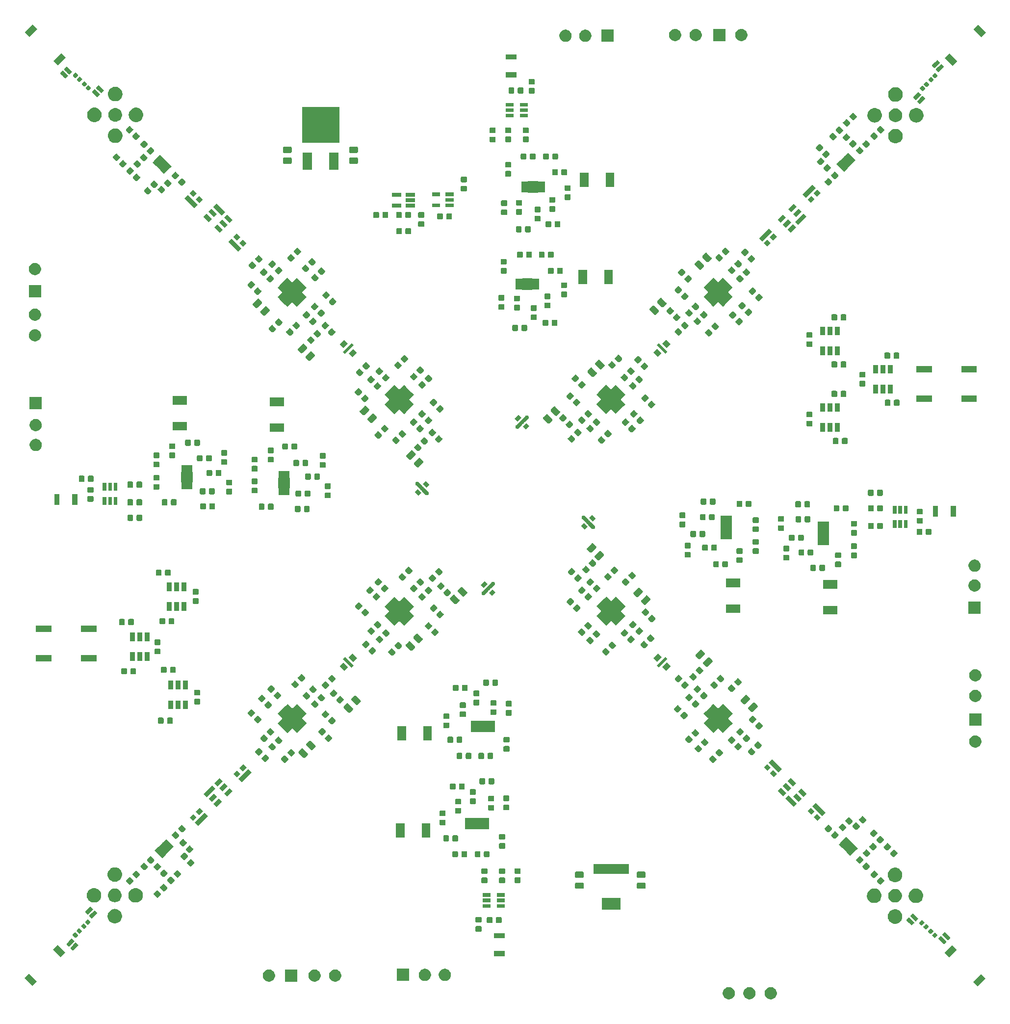
<source format=gts>
G04 #@! TF.GenerationSoftware,KiCad,Pcbnew,5.0.2-bee76a0~70~ubuntu18.04.1*
G04 #@! TF.CreationDate,2019-03-23T19:21:47-04:00*
G04 #@! TF.ProjectId,Array_v1,41727261-795f-4763-912e-6b696361645f,rev?*
G04 #@! TF.SameCoordinates,Original*
G04 #@! TF.FileFunction,Soldermask,Top*
G04 #@! TF.FilePolarity,Negative*
%FSLAX46Y46*%
G04 Gerber Fmt 4.6, Leading zero omitted, Abs format (unit mm)*
G04 Created by KiCad (PCBNEW 5.0.2-bee76a0~70~ubuntu18.04.1) date Sat 23 Mar 2019 07:21:47 PM EDT*
%MOMM*%
%LPD*%
G01*
G04 APERTURE LIST*
%ADD10C,0.100000*%
G04 APERTURE END LIST*
D10*
G04 #@! TO.C,U9*
G36*
X-154429239Y-76895446D02*
X-154854868Y-76469817D01*
X-154288763Y-75903712D01*
X-153863134Y-76329341D01*
X-154429239Y-76895446D01*
G37*
G36*
X-154571839Y-75621475D02*
X-154996289Y-75197025D01*
X-154606791Y-74807527D01*
X-154182341Y-75231977D01*
X-154571839Y-75621475D01*
G37*
G36*
X-155845355Y-75479331D02*
X-156269082Y-75055604D01*
X-155703089Y-74489611D01*
X-155279362Y-74913338D01*
X-155845355Y-75479331D01*
G37*
G36*
X-155526413Y-76576090D02*
X-155950883Y-76151619D01*
X-155562251Y-75762986D01*
X-155137780Y-76187457D01*
X-155526413Y-76576090D01*
G37*
G36*
X-144840446Y-93601761D02*
X-144414817Y-93176132D01*
X-143848712Y-93742237D01*
X-144274341Y-94167866D01*
X-144840446Y-93601761D01*
G37*
G36*
X-143566475Y-93459161D02*
X-143142025Y-93034711D01*
X-142752527Y-93424209D01*
X-143176977Y-93848659D01*
X-143566475Y-93459161D01*
G37*
G36*
X-143424331Y-92185645D02*
X-143000604Y-91761918D01*
X-142434611Y-92327911D01*
X-142858338Y-92751638D01*
X-143424331Y-92185645D01*
G37*
G36*
X-144521090Y-92504587D02*
X-144096619Y-92080117D01*
X-143707986Y-92468749D01*
X-144132457Y-92893220D01*
X-144521090Y-92504587D01*
G37*
G36*
X-161546761Y-103190554D02*
X-161121132Y-103616183D01*
X-161687237Y-104182288D01*
X-162112866Y-103756659D01*
X-161546761Y-103190554D01*
G37*
G36*
X-161404161Y-104464525D02*
X-160979711Y-104888975D01*
X-161369209Y-105278473D01*
X-161793659Y-104854023D01*
X-161404161Y-104464525D01*
G37*
G36*
X-160130645Y-104606669D02*
X-159706918Y-105030396D01*
X-160272911Y-105596389D01*
X-160696638Y-105172662D01*
X-160130645Y-104606669D01*
G37*
G36*
X-160449587Y-103509910D02*
X-160025117Y-103934381D01*
X-160413749Y-104323014D01*
X-160838220Y-103898543D01*
X-160449587Y-103509910D01*
G37*
G36*
X-171454910Y-87581413D02*
X-171879381Y-88005883D01*
X-172268014Y-87617251D01*
X-171843543Y-87192780D01*
X-171454910Y-87581413D01*
G37*
G36*
X-172551669Y-87900355D02*
X-172975396Y-88324082D01*
X-173541389Y-87758089D01*
X-173117662Y-87334362D01*
X-172551669Y-87900355D01*
G37*
G36*
X-172409525Y-86626839D02*
X-172833975Y-87051289D01*
X-173223473Y-86661791D01*
X-172799023Y-86237341D01*
X-172409525Y-86626839D01*
G37*
G36*
X-171135554Y-86484239D02*
X-171561183Y-86909868D01*
X-172127288Y-86343763D01*
X-171701659Y-85918134D01*
X-171135554Y-86484239D01*
G37*
G36*
X-111834586Y-173233879D02*
X-111834584Y-173233880D01*
X-111834583Y-173233880D01*
X-111643406Y-173313068D01*
X-111471349Y-173428033D01*
X-111325033Y-173574349D01*
X-111210068Y-173746406D01*
X-111130879Y-173937586D01*
X-111090510Y-174140534D01*
X-111090510Y-174347466D01*
X-111130879Y-174550414D01*
X-111210068Y-174741594D01*
X-111325033Y-174913651D01*
X-111471349Y-175059967D01*
X-111471352Y-175059969D01*
X-111643406Y-175174932D01*
X-111834583Y-175254120D01*
X-111834584Y-175254120D01*
X-111834586Y-175254121D01*
X-112037534Y-175294490D01*
X-112244466Y-175294490D01*
X-112447414Y-175254121D01*
X-112447416Y-175254120D01*
X-112447417Y-175254120D01*
X-112638594Y-175174932D01*
X-112810648Y-175059969D01*
X-112810651Y-175059967D01*
X-112956967Y-174913651D01*
X-113071932Y-174741594D01*
X-113151121Y-174550414D01*
X-113191490Y-174347466D01*
X-113191490Y-174140534D01*
X-113151121Y-173937586D01*
X-113071932Y-173746406D01*
X-112956967Y-173574349D01*
X-112810651Y-173428033D01*
X-112638594Y-173313068D01*
X-112447417Y-173233880D01*
X-112447416Y-173233880D01*
X-112447414Y-173233879D01*
X-112244466Y-173193510D01*
X-112037534Y-173193510D01*
X-111834586Y-173233879D01*
X-111834586Y-173233879D01*
G37*
G36*
X-115517586Y-173233879D02*
X-115517584Y-173233880D01*
X-115517583Y-173233880D01*
X-115326406Y-173313068D01*
X-115154349Y-173428033D01*
X-115008033Y-173574349D01*
X-114893068Y-173746406D01*
X-114813879Y-173937586D01*
X-114773510Y-174140534D01*
X-114773510Y-174347466D01*
X-114813879Y-174550414D01*
X-114893068Y-174741594D01*
X-115008033Y-174913651D01*
X-115154349Y-175059967D01*
X-115154352Y-175059969D01*
X-115326406Y-175174932D01*
X-115517583Y-175254120D01*
X-115517584Y-175254120D01*
X-115517586Y-175254121D01*
X-115720534Y-175294490D01*
X-115927466Y-175294490D01*
X-116130414Y-175254121D01*
X-116130416Y-175254120D01*
X-116130417Y-175254120D01*
X-116321594Y-175174932D01*
X-116493648Y-175059969D01*
X-116493651Y-175059967D01*
X-116639967Y-174913651D01*
X-116754932Y-174741594D01*
X-116834121Y-174550414D01*
X-116874490Y-174347466D01*
X-116874490Y-174140534D01*
X-116834121Y-173937586D01*
X-116754932Y-173746406D01*
X-116639967Y-173574349D01*
X-116493651Y-173428033D01*
X-116321594Y-173313068D01*
X-116130417Y-173233880D01*
X-116130416Y-173233880D01*
X-116130414Y-173233879D01*
X-115927466Y-173193510D01*
X-115720534Y-173193510D01*
X-115517586Y-173233879D01*
X-115517586Y-173233879D01*
G37*
G36*
X-119073586Y-173233879D02*
X-119073584Y-173233880D01*
X-119073583Y-173233880D01*
X-118882406Y-173313068D01*
X-118710349Y-173428033D01*
X-118564033Y-173574349D01*
X-118449068Y-173746406D01*
X-118369879Y-173937586D01*
X-118329510Y-174140534D01*
X-118329510Y-174347466D01*
X-118369879Y-174550414D01*
X-118449068Y-174741594D01*
X-118564033Y-174913651D01*
X-118710349Y-175059967D01*
X-118710352Y-175059969D01*
X-118882406Y-175174932D01*
X-119073583Y-175254120D01*
X-119073584Y-175254120D01*
X-119073586Y-175254121D01*
X-119276534Y-175294490D01*
X-119483466Y-175294490D01*
X-119686414Y-175254121D01*
X-119686416Y-175254120D01*
X-119686417Y-175254120D01*
X-119877594Y-175174932D01*
X-120049648Y-175059969D01*
X-120049651Y-175059967D01*
X-120195967Y-174913651D01*
X-120310932Y-174741594D01*
X-120390121Y-174550414D01*
X-120430490Y-174347466D01*
X-120430490Y-174140534D01*
X-120390121Y-173937586D01*
X-120310932Y-173746406D01*
X-120195967Y-173574349D01*
X-120049651Y-173428033D01*
X-119877594Y-173313068D01*
X-119686417Y-173233880D01*
X-119686416Y-173233880D01*
X-119686414Y-173233879D01*
X-119483466Y-173193510D01*
X-119276534Y-173193510D01*
X-119073586Y-173233879D01*
X-119073586Y-173233879D01*
G37*
G36*
X-75070515Y-171682557D02*
X-76415433Y-173027475D01*
X-77194665Y-172248243D01*
X-75849747Y-170903325D01*
X-75070515Y-171682557D01*
X-75070515Y-171682557D01*
G37*
G36*
X-238848325Y-172181253D02*
X-239627557Y-172960485D01*
X-240972475Y-171615567D01*
X-240193243Y-170836335D01*
X-238848325Y-172181253D01*
X-238848325Y-172181253D01*
G37*
G36*
X-190574586Y-170185879D02*
X-190574584Y-170185880D01*
X-190574583Y-170185880D01*
X-190412466Y-170253031D01*
X-190383406Y-170265068D01*
X-190211349Y-170380033D01*
X-190065033Y-170526349D01*
X-189950068Y-170698406D01*
X-189870879Y-170889586D01*
X-189830510Y-171092534D01*
X-189830510Y-171299466D01*
X-189870879Y-171502414D01*
X-189950068Y-171693594D01*
X-190065033Y-171865651D01*
X-190211349Y-172011967D01*
X-190211352Y-172011969D01*
X-190383406Y-172126932D01*
X-190574583Y-172206120D01*
X-190574584Y-172206120D01*
X-190574586Y-172206121D01*
X-190777534Y-172246490D01*
X-190984466Y-172246490D01*
X-191187414Y-172206121D01*
X-191187416Y-172206120D01*
X-191187417Y-172206120D01*
X-191378594Y-172126932D01*
X-191550648Y-172011969D01*
X-191550651Y-172011967D01*
X-191696967Y-171865651D01*
X-191811932Y-171693594D01*
X-191891121Y-171502414D01*
X-191931490Y-171299466D01*
X-191931490Y-171092534D01*
X-191891121Y-170889586D01*
X-191811932Y-170698406D01*
X-191696967Y-170526349D01*
X-191550651Y-170380033D01*
X-191378594Y-170265068D01*
X-191349534Y-170253031D01*
X-191187417Y-170185880D01*
X-191187416Y-170185880D01*
X-191187414Y-170185879D01*
X-190984466Y-170145510D01*
X-190777534Y-170145510D01*
X-190574586Y-170185879D01*
X-190574586Y-170185879D01*
G37*
G36*
X-187018586Y-170185879D02*
X-187018584Y-170185880D01*
X-187018583Y-170185880D01*
X-186856466Y-170253031D01*
X-186827406Y-170265068D01*
X-186655349Y-170380033D01*
X-186509033Y-170526349D01*
X-186394068Y-170698406D01*
X-186314879Y-170889586D01*
X-186274510Y-171092534D01*
X-186274510Y-171299466D01*
X-186314879Y-171502414D01*
X-186394068Y-171693594D01*
X-186509033Y-171865651D01*
X-186655349Y-172011967D01*
X-186655352Y-172011969D01*
X-186827406Y-172126932D01*
X-187018583Y-172206120D01*
X-187018584Y-172206120D01*
X-187018586Y-172206121D01*
X-187221534Y-172246490D01*
X-187428466Y-172246490D01*
X-187631414Y-172206121D01*
X-187631416Y-172206120D01*
X-187631417Y-172206120D01*
X-187822594Y-172126932D01*
X-187994648Y-172011969D01*
X-187994651Y-172011967D01*
X-188140967Y-171865651D01*
X-188255932Y-171693594D01*
X-188335121Y-171502414D01*
X-188375490Y-171299466D01*
X-188375490Y-171092534D01*
X-188335121Y-170889586D01*
X-188255932Y-170698406D01*
X-188140967Y-170526349D01*
X-187994651Y-170380033D01*
X-187822594Y-170265068D01*
X-187793534Y-170253031D01*
X-187631417Y-170185880D01*
X-187631416Y-170185880D01*
X-187631414Y-170185879D01*
X-187428466Y-170145510D01*
X-187221534Y-170145510D01*
X-187018586Y-170185879D01*
X-187018586Y-170185879D01*
G37*
G36*
X-193894510Y-172246490D02*
X-195995490Y-172246490D01*
X-195995490Y-170145510D01*
X-193894510Y-170145510D01*
X-193894510Y-172246490D01*
X-193894510Y-172246490D01*
G37*
G36*
X-198448586Y-170185879D02*
X-198448584Y-170185880D01*
X-198448583Y-170185880D01*
X-198286466Y-170253031D01*
X-198257406Y-170265068D01*
X-198085349Y-170380033D01*
X-197939033Y-170526349D01*
X-197824068Y-170698406D01*
X-197744879Y-170889586D01*
X-197704510Y-171092534D01*
X-197704510Y-171299466D01*
X-197744879Y-171502414D01*
X-197824068Y-171693594D01*
X-197939033Y-171865651D01*
X-198085349Y-172011967D01*
X-198085352Y-172011969D01*
X-198257406Y-172126932D01*
X-198448583Y-172206120D01*
X-198448584Y-172206120D01*
X-198448586Y-172206121D01*
X-198651534Y-172246490D01*
X-198858466Y-172246490D01*
X-199061414Y-172206121D01*
X-199061416Y-172206120D01*
X-199061417Y-172206120D01*
X-199252594Y-172126932D01*
X-199424648Y-172011969D01*
X-199424651Y-172011967D01*
X-199570967Y-171865651D01*
X-199685932Y-171693594D01*
X-199765121Y-171502414D01*
X-199805490Y-171299466D01*
X-199805490Y-171092534D01*
X-199765121Y-170889586D01*
X-199685932Y-170698406D01*
X-199570967Y-170526349D01*
X-199424651Y-170380033D01*
X-199252594Y-170265068D01*
X-199223534Y-170253031D01*
X-199061417Y-170185880D01*
X-199061416Y-170185880D01*
X-199061414Y-170185879D01*
X-198858466Y-170145510D01*
X-198651534Y-170145510D01*
X-198448586Y-170185879D01*
X-198448586Y-170185879D01*
G37*
G36*
X-168095586Y-170058879D02*
X-168095584Y-170058880D01*
X-168095583Y-170058880D01*
X-167904406Y-170138068D01*
X-167732349Y-170253033D01*
X-167586033Y-170399349D01*
X-167471068Y-170571406D01*
X-167391879Y-170762586D01*
X-167351510Y-170965534D01*
X-167351510Y-171172466D01*
X-167391879Y-171375414D01*
X-167471068Y-171566594D01*
X-167586033Y-171738651D01*
X-167732349Y-171884967D01*
X-167732352Y-171884969D01*
X-167904406Y-171999932D01*
X-168095583Y-172079120D01*
X-168095584Y-172079120D01*
X-168095586Y-172079121D01*
X-168298534Y-172119490D01*
X-168505466Y-172119490D01*
X-168708414Y-172079121D01*
X-168708416Y-172079120D01*
X-168708417Y-172079120D01*
X-168899594Y-171999932D01*
X-169071648Y-171884969D01*
X-169071651Y-171884967D01*
X-169217967Y-171738651D01*
X-169332932Y-171566594D01*
X-169412121Y-171375414D01*
X-169452490Y-171172466D01*
X-169452490Y-170965534D01*
X-169412121Y-170762586D01*
X-169332932Y-170571406D01*
X-169217967Y-170399349D01*
X-169071651Y-170253033D01*
X-168899594Y-170138068D01*
X-168708417Y-170058880D01*
X-168708416Y-170058880D01*
X-168708414Y-170058879D01*
X-168505466Y-170018510D01*
X-168298534Y-170018510D01*
X-168095586Y-170058879D01*
X-168095586Y-170058879D01*
G37*
G36*
X-174590510Y-172119490D02*
X-176691490Y-172119490D01*
X-176691490Y-170018510D01*
X-174590510Y-170018510D01*
X-174590510Y-172119490D01*
X-174590510Y-172119490D01*
G37*
G36*
X-171524586Y-170058879D02*
X-171524584Y-170058880D01*
X-171524583Y-170058880D01*
X-171333406Y-170138068D01*
X-171161349Y-170253033D01*
X-171015033Y-170399349D01*
X-170900068Y-170571406D01*
X-170820879Y-170762586D01*
X-170780510Y-170965534D01*
X-170780510Y-171172466D01*
X-170820879Y-171375414D01*
X-170900068Y-171566594D01*
X-171015033Y-171738651D01*
X-171161349Y-171884967D01*
X-171161352Y-171884969D01*
X-171333406Y-171999932D01*
X-171524583Y-172079120D01*
X-171524584Y-172079120D01*
X-171524586Y-172079121D01*
X-171727534Y-172119490D01*
X-171934466Y-172119490D01*
X-172137414Y-172079121D01*
X-172137416Y-172079120D01*
X-172137417Y-172079120D01*
X-172328594Y-171999932D01*
X-172500648Y-171884969D01*
X-172500651Y-171884967D01*
X-172646967Y-171738651D01*
X-172761932Y-171566594D01*
X-172841121Y-171375414D01*
X-172881490Y-171172466D01*
X-172881490Y-170965534D01*
X-172841121Y-170762586D01*
X-172761932Y-170571406D01*
X-172646967Y-170399349D01*
X-172500651Y-170253033D01*
X-172328594Y-170138068D01*
X-172137417Y-170058880D01*
X-172137416Y-170058880D01*
X-172137414Y-170058879D01*
X-171934466Y-170018510D01*
X-171727534Y-170018510D01*
X-171524586Y-170058879D01*
X-171524586Y-170058879D01*
G37*
G36*
X-80020262Y-166732810D02*
X-81365180Y-168077728D01*
X-82144412Y-167298496D01*
X-80799494Y-165953578D01*
X-80020262Y-166732810D01*
X-80020262Y-166732810D01*
G37*
G36*
X-233898578Y-167231506D02*
X-234677810Y-168010738D01*
X-236022728Y-166665820D01*
X-235243496Y-165886588D01*
X-233898578Y-167231506D01*
X-233898578Y-167231506D01*
G37*
G36*
X-158053000Y-167863000D02*
X-159955000Y-167863000D01*
X-159955000Y-166961000D01*
X-158053000Y-166961000D01*
X-158053000Y-167863000D01*
X-158053000Y-167863000D01*
G37*
G36*
X-232076643Y-165499647D02*
X-232056025Y-165505901D01*
X-232037025Y-165516057D01*
X-232015600Y-165533640D01*
X-231691243Y-165857997D01*
X-231673660Y-165879422D01*
X-231663504Y-165898422D01*
X-231657250Y-165919040D01*
X-231655139Y-165940478D01*
X-231657250Y-165961916D01*
X-231663504Y-165982534D01*
X-231673660Y-166001534D01*
X-231691243Y-166022959D01*
X-232050956Y-166382672D01*
X-232075456Y-166402778D01*
X-232089247Y-166411993D01*
X-232106574Y-166429320D01*
X-232115537Y-166442733D01*
X-232135790Y-166467412D01*
X-232495503Y-166827125D01*
X-232516928Y-166844708D01*
X-232535928Y-166854864D01*
X-232556546Y-166861118D01*
X-232577984Y-166863229D01*
X-232599422Y-166861118D01*
X-232620040Y-166854864D01*
X-232639040Y-166844708D01*
X-232660465Y-166827125D01*
X-232984822Y-166502768D01*
X-233002405Y-166481343D01*
X-233012561Y-166462343D01*
X-233018815Y-166441725D01*
X-233020926Y-166420287D01*
X-233018815Y-166398849D01*
X-233012561Y-166378231D01*
X-233002405Y-166359231D01*
X-232984822Y-166337806D01*
X-232625109Y-165978093D01*
X-232600609Y-165957987D01*
X-232586818Y-165948772D01*
X-232569491Y-165931445D01*
X-232560528Y-165918032D01*
X-232540275Y-165893353D01*
X-232180562Y-165533640D01*
X-232159137Y-165516057D01*
X-232140137Y-165505901D01*
X-232119519Y-165499647D01*
X-232098081Y-165497536D01*
X-232076643Y-165499647D01*
X-232076643Y-165499647D01*
G37*
G36*
X-232762537Y-164813753D02*
X-232741919Y-164820007D01*
X-232722919Y-164830163D01*
X-232701494Y-164847746D01*
X-232377137Y-165172103D01*
X-232359554Y-165193528D01*
X-232349398Y-165212528D01*
X-232343144Y-165233146D01*
X-232341033Y-165254584D01*
X-232343144Y-165276022D01*
X-232349398Y-165296640D01*
X-232359554Y-165315640D01*
X-232377137Y-165337065D01*
X-232736850Y-165696778D01*
X-232761350Y-165716884D01*
X-232775141Y-165726099D01*
X-232792468Y-165743426D01*
X-232801431Y-165756839D01*
X-232821684Y-165781518D01*
X-233181397Y-166141231D01*
X-233202822Y-166158814D01*
X-233221822Y-166168970D01*
X-233242440Y-166175224D01*
X-233263878Y-166177335D01*
X-233285316Y-166175224D01*
X-233305934Y-166168970D01*
X-233324934Y-166158814D01*
X-233346359Y-166141231D01*
X-233670716Y-165816874D01*
X-233688299Y-165795449D01*
X-233698455Y-165776449D01*
X-233704709Y-165755831D01*
X-233706820Y-165734393D01*
X-233704709Y-165712955D01*
X-233698455Y-165692337D01*
X-233688299Y-165673337D01*
X-233670716Y-165651912D01*
X-233311003Y-165292199D01*
X-233286503Y-165272093D01*
X-233272712Y-165262878D01*
X-233255385Y-165245551D01*
X-233246422Y-165232138D01*
X-233226169Y-165207459D01*
X-232866456Y-164847746D01*
X-232845031Y-164830163D01*
X-232826031Y-164820007D01*
X-232805413Y-164813753D01*
X-232783975Y-164811642D01*
X-232762537Y-164813753D01*
X-232762537Y-164813753D01*
G37*
G36*
X-82754978Y-164398144D02*
X-82734360Y-164404398D01*
X-82715360Y-164414554D01*
X-82693935Y-164432137D01*
X-82334222Y-164791850D01*
X-82314116Y-164816350D01*
X-82304901Y-164830141D01*
X-82287574Y-164847468D01*
X-82274161Y-164856431D01*
X-82249482Y-164876684D01*
X-81889769Y-165236397D01*
X-81872186Y-165257822D01*
X-81862030Y-165276822D01*
X-81855776Y-165297440D01*
X-81853665Y-165318878D01*
X-81855776Y-165340316D01*
X-81862030Y-165360934D01*
X-81872186Y-165379934D01*
X-81889769Y-165401359D01*
X-82214126Y-165725716D01*
X-82235551Y-165743299D01*
X-82254551Y-165753455D01*
X-82275169Y-165759709D01*
X-82296607Y-165761820D01*
X-82318045Y-165759709D01*
X-82338663Y-165753455D01*
X-82357663Y-165743299D01*
X-82379088Y-165725716D01*
X-82738801Y-165366003D01*
X-82758907Y-165341503D01*
X-82768122Y-165327712D01*
X-82785449Y-165310385D01*
X-82798862Y-165301422D01*
X-82823541Y-165281169D01*
X-83183254Y-164921456D01*
X-83200837Y-164900031D01*
X-83210993Y-164881031D01*
X-83217247Y-164860413D01*
X-83219358Y-164838975D01*
X-83217247Y-164817537D01*
X-83210993Y-164796919D01*
X-83200837Y-164777919D01*
X-83183254Y-164756494D01*
X-82858897Y-164432137D01*
X-82837472Y-164414554D01*
X-82818472Y-164404398D01*
X-82797854Y-164398144D01*
X-82776416Y-164396033D01*
X-82754978Y-164398144D01*
X-82754978Y-164398144D01*
G37*
G36*
X-82069084Y-163712250D02*
X-82048466Y-163718504D01*
X-82029466Y-163728660D01*
X-82008041Y-163746243D01*
X-81648328Y-164105956D01*
X-81628222Y-164130456D01*
X-81619007Y-164144247D01*
X-81601680Y-164161574D01*
X-81588267Y-164170537D01*
X-81563588Y-164190790D01*
X-81203875Y-164550503D01*
X-81186292Y-164571928D01*
X-81176136Y-164590928D01*
X-81169882Y-164611546D01*
X-81167771Y-164632984D01*
X-81169882Y-164654422D01*
X-81176136Y-164675040D01*
X-81186292Y-164694040D01*
X-81203875Y-164715465D01*
X-81528232Y-165039822D01*
X-81549657Y-165057405D01*
X-81568657Y-165067561D01*
X-81589275Y-165073815D01*
X-81610713Y-165075926D01*
X-81632151Y-165073815D01*
X-81652769Y-165067561D01*
X-81671769Y-165057405D01*
X-81693194Y-165039822D01*
X-82052907Y-164680109D01*
X-82073013Y-164655609D01*
X-82082228Y-164641818D01*
X-82099555Y-164624491D01*
X-82112968Y-164615528D01*
X-82137647Y-164595275D01*
X-82497360Y-164235562D01*
X-82514943Y-164214137D01*
X-82525099Y-164195137D01*
X-82531353Y-164174519D01*
X-82533464Y-164153081D01*
X-82531353Y-164131643D01*
X-82525099Y-164111025D01*
X-82514943Y-164092025D01*
X-82497360Y-164070600D01*
X-82173003Y-163746243D01*
X-82151578Y-163728660D01*
X-82132578Y-163718504D01*
X-82111960Y-163712250D01*
X-82090522Y-163710139D01*
X-82069084Y-163712250D01*
X-82069084Y-163712250D01*
G37*
G36*
X-158053000Y-164763000D02*
X-159955000Y-164763000D01*
X-159955000Y-163861000D01*
X-158053000Y-163861000D01*
X-158053000Y-164763000D01*
X-158053000Y-164763000D01*
G37*
G36*
X-83799075Y-163775891D02*
X-83778457Y-163782145D01*
X-83759457Y-163792301D01*
X-83738032Y-163809884D01*
X-83413675Y-164134241D01*
X-83396092Y-164155666D01*
X-83385936Y-164174666D01*
X-83379682Y-164195284D01*
X-83377571Y-164216722D01*
X-83379682Y-164238160D01*
X-83385936Y-164258778D01*
X-83396092Y-164277778D01*
X-83413675Y-164299203D01*
X-83773388Y-164658916D01*
X-83794813Y-164676499D01*
X-83813813Y-164686655D01*
X-83834431Y-164692909D01*
X-83855869Y-164695020D01*
X-83877307Y-164692909D01*
X-83897925Y-164686655D01*
X-83916925Y-164676499D01*
X-83938350Y-164658916D01*
X-84262707Y-164334559D01*
X-84280290Y-164313134D01*
X-84290446Y-164294134D01*
X-84296700Y-164273516D01*
X-84298811Y-164252078D01*
X-84296700Y-164230640D01*
X-84290446Y-164210022D01*
X-84280290Y-164191022D01*
X-84262707Y-164169597D01*
X-83902994Y-163809884D01*
X-83881569Y-163792301D01*
X-83862569Y-163782145D01*
X-83841951Y-163775891D01*
X-83820513Y-163773780D01*
X-83799075Y-163775891D01*
X-83799075Y-163775891D01*
G37*
G36*
X-232175640Y-163734300D02*
X-232155022Y-163740554D01*
X-232136022Y-163750710D01*
X-232114597Y-163768293D01*
X-231754884Y-164128006D01*
X-231737301Y-164149431D01*
X-231727145Y-164168431D01*
X-231720891Y-164189049D01*
X-231718780Y-164210487D01*
X-231720891Y-164231925D01*
X-231727145Y-164252543D01*
X-231737301Y-164271543D01*
X-231754884Y-164292968D01*
X-232079241Y-164617325D01*
X-232100666Y-164634908D01*
X-232119666Y-164645064D01*
X-232140284Y-164651318D01*
X-232161722Y-164653429D01*
X-232183160Y-164651318D01*
X-232203778Y-164645064D01*
X-232222778Y-164634908D01*
X-232244203Y-164617325D01*
X-232603916Y-164257612D01*
X-232621499Y-164236187D01*
X-232631655Y-164217187D01*
X-232637909Y-164196569D01*
X-232640020Y-164175131D01*
X-232637909Y-164153693D01*
X-232631655Y-164133075D01*
X-232621499Y-164114075D01*
X-232603916Y-164092650D01*
X-232279559Y-163768293D01*
X-232258134Y-163750710D01*
X-232239134Y-163740554D01*
X-232218516Y-163734300D01*
X-232197078Y-163732189D01*
X-232175640Y-163734300D01*
X-232175640Y-163734300D01*
G37*
G36*
X-84484969Y-163089997D02*
X-84464351Y-163096251D01*
X-84445351Y-163106407D01*
X-84423926Y-163123990D01*
X-84099569Y-163448347D01*
X-84081986Y-163469772D01*
X-84071830Y-163488772D01*
X-84065576Y-163509390D01*
X-84063465Y-163530828D01*
X-84065576Y-163552266D01*
X-84071830Y-163572884D01*
X-84081986Y-163591884D01*
X-84099569Y-163613309D01*
X-84459282Y-163973022D01*
X-84480707Y-163990605D01*
X-84499707Y-164000761D01*
X-84520325Y-164007015D01*
X-84541763Y-164009126D01*
X-84563201Y-164007015D01*
X-84583819Y-164000761D01*
X-84602819Y-163990605D01*
X-84624244Y-163973022D01*
X-84948601Y-163648665D01*
X-84966184Y-163627240D01*
X-84976340Y-163608240D01*
X-84982594Y-163587622D01*
X-84984705Y-163566184D01*
X-84982594Y-163544746D01*
X-84976340Y-163524128D01*
X-84966184Y-163505128D01*
X-84948601Y-163483703D01*
X-84588888Y-163123990D01*
X-84567463Y-163106407D01*
X-84548463Y-163096251D01*
X-84527845Y-163089997D01*
X-84506407Y-163087886D01*
X-84484969Y-163089997D01*
X-84484969Y-163089997D01*
G37*
G36*
X-231489746Y-163048406D02*
X-231469128Y-163054660D01*
X-231450128Y-163064816D01*
X-231428703Y-163082399D01*
X-231068990Y-163442112D01*
X-231051407Y-163463537D01*
X-231041251Y-163482537D01*
X-231034997Y-163503155D01*
X-231032886Y-163524593D01*
X-231034997Y-163546031D01*
X-231041251Y-163566649D01*
X-231051407Y-163585649D01*
X-231068990Y-163607074D01*
X-231393347Y-163931431D01*
X-231414772Y-163949014D01*
X-231433772Y-163959170D01*
X-231454390Y-163965424D01*
X-231475828Y-163967535D01*
X-231497266Y-163965424D01*
X-231517884Y-163959170D01*
X-231536884Y-163949014D01*
X-231558309Y-163931431D01*
X-231918022Y-163571718D01*
X-231935605Y-163550293D01*
X-231945761Y-163531293D01*
X-231952015Y-163510675D01*
X-231954126Y-163489237D01*
X-231952015Y-163467799D01*
X-231945761Y-163447181D01*
X-231935605Y-163428181D01*
X-231918022Y-163406756D01*
X-231593665Y-163082399D01*
X-231572240Y-163064816D01*
X-231553240Y-163054660D01*
X-231532622Y-163048406D01*
X-231511184Y-163046295D01*
X-231489746Y-163048406D01*
X-231489746Y-163048406D01*
G37*
G36*
X-162191062Y-162654248D02*
X-162157084Y-162664556D01*
X-162125766Y-162681296D01*
X-162098314Y-162703824D01*
X-162075786Y-162731276D01*
X-162059046Y-162762594D01*
X-162048738Y-162796572D01*
X-162044653Y-162838053D01*
X-162044653Y-163439273D01*
X-162048738Y-163480754D01*
X-162059046Y-163514732D01*
X-162075786Y-163546050D01*
X-162098314Y-163573502D01*
X-162125766Y-163596030D01*
X-162157084Y-163612770D01*
X-162191062Y-163623078D01*
X-162232543Y-163627163D01*
X-162908763Y-163627163D01*
X-162950244Y-163623078D01*
X-162984222Y-163612770D01*
X-163015540Y-163596030D01*
X-163042992Y-163573502D01*
X-163065520Y-163546050D01*
X-163082260Y-163514732D01*
X-163092568Y-163480754D01*
X-163096653Y-163439273D01*
X-163096653Y-162838053D01*
X-163092568Y-162796572D01*
X-163082260Y-162762594D01*
X-163065520Y-162731276D01*
X-163042992Y-162703824D01*
X-163015540Y-162681296D01*
X-162984222Y-162664556D01*
X-162950244Y-162654248D01*
X-162908763Y-162650163D01*
X-162232543Y-162650163D01*
X-162191062Y-162654248D01*
X-162191062Y-162654248D01*
G37*
G36*
X-85323075Y-162302691D02*
X-85302457Y-162308945D01*
X-85283457Y-162319101D01*
X-85262032Y-162336684D01*
X-84937675Y-162661041D01*
X-84920092Y-162682466D01*
X-84909936Y-162701466D01*
X-84903682Y-162722084D01*
X-84901571Y-162743522D01*
X-84903682Y-162764960D01*
X-84909936Y-162785578D01*
X-84920092Y-162804578D01*
X-84937675Y-162826003D01*
X-85297388Y-163185716D01*
X-85318813Y-163203299D01*
X-85337813Y-163213455D01*
X-85358431Y-163219709D01*
X-85379869Y-163221820D01*
X-85401307Y-163219709D01*
X-85421925Y-163213455D01*
X-85440925Y-163203299D01*
X-85462350Y-163185716D01*
X-85786707Y-162861359D01*
X-85804290Y-162839934D01*
X-85814446Y-162820934D01*
X-85820700Y-162800316D01*
X-85822811Y-162778878D01*
X-85820700Y-162757440D01*
X-85814446Y-162736822D01*
X-85804290Y-162717822D01*
X-85786707Y-162696397D01*
X-85426994Y-162336684D01*
X-85405569Y-162319101D01*
X-85386569Y-162308945D01*
X-85365951Y-162302691D01*
X-85344513Y-162300580D01*
X-85323075Y-162302691D01*
X-85323075Y-162302691D01*
G37*
G36*
X-230702440Y-162210300D02*
X-230681822Y-162216554D01*
X-230662822Y-162226710D01*
X-230641397Y-162244293D01*
X-230281684Y-162604006D01*
X-230264101Y-162625431D01*
X-230253945Y-162644431D01*
X-230247691Y-162665049D01*
X-230245580Y-162686487D01*
X-230247691Y-162707925D01*
X-230253945Y-162728543D01*
X-230264101Y-162747543D01*
X-230281684Y-162768968D01*
X-230606041Y-163093325D01*
X-230627466Y-163110908D01*
X-230646466Y-163121064D01*
X-230667084Y-163127318D01*
X-230688522Y-163129429D01*
X-230709960Y-163127318D01*
X-230730578Y-163121064D01*
X-230749578Y-163110908D01*
X-230771003Y-163093325D01*
X-231130716Y-162733612D01*
X-231148299Y-162712187D01*
X-231158455Y-162693187D01*
X-231164709Y-162672569D01*
X-231166820Y-162651131D01*
X-231164709Y-162629693D01*
X-231158455Y-162609075D01*
X-231148299Y-162590075D01*
X-231130716Y-162568650D01*
X-230806359Y-162244293D01*
X-230784934Y-162226710D01*
X-230765934Y-162216554D01*
X-230745316Y-162210300D01*
X-230723878Y-162208189D01*
X-230702440Y-162210300D01*
X-230702440Y-162210300D01*
G37*
G36*
X-86008969Y-161616797D02*
X-85988351Y-161623051D01*
X-85969351Y-161633207D01*
X-85947926Y-161650790D01*
X-85623569Y-161975147D01*
X-85605986Y-161996572D01*
X-85595830Y-162015572D01*
X-85589576Y-162036190D01*
X-85587465Y-162057628D01*
X-85589576Y-162079066D01*
X-85595830Y-162099684D01*
X-85605986Y-162118684D01*
X-85623569Y-162140109D01*
X-85983282Y-162499822D01*
X-86004707Y-162517405D01*
X-86023707Y-162527561D01*
X-86044325Y-162533815D01*
X-86065763Y-162535926D01*
X-86087201Y-162533815D01*
X-86107819Y-162527561D01*
X-86126819Y-162517405D01*
X-86148244Y-162499822D01*
X-86472601Y-162175465D01*
X-86490184Y-162154040D01*
X-86500340Y-162135040D01*
X-86506594Y-162114422D01*
X-86508705Y-162092984D01*
X-86506594Y-162071546D01*
X-86500340Y-162050928D01*
X-86490184Y-162031928D01*
X-86472601Y-162010503D01*
X-86112888Y-161650790D01*
X-86091463Y-161633207D01*
X-86072463Y-161623051D01*
X-86051845Y-161616797D01*
X-86030407Y-161614686D01*
X-86008969Y-161616797D01*
X-86008969Y-161616797D01*
G37*
G36*
X-88266872Y-161172438D02*
X-88246254Y-161178692D01*
X-88227254Y-161188848D01*
X-88205829Y-161206431D01*
X-87846120Y-161566140D01*
X-87821436Y-161596218D01*
X-87804108Y-161613546D01*
X-87774024Y-161638235D01*
X-87414315Y-161997944D01*
X-87396732Y-162019369D01*
X-87386576Y-162038369D01*
X-87380322Y-162058987D01*
X-87378211Y-162080425D01*
X-87380322Y-162101863D01*
X-87386576Y-162122481D01*
X-87396732Y-162141481D01*
X-87414315Y-162162906D01*
X-87738672Y-162487263D01*
X-87760097Y-162504846D01*
X-87779097Y-162515002D01*
X-87799715Y-162521256D01*
X-87821153Y-162523367D01*
X-87842591Y-162521256D01*
X-87863209Y-162515002D01*
X-87882209Y-162504846D01*
X-87903634Y-162487263D01*
X-88263343Y-162127554D01*
X-88288027Y-162097476D01*
X-88305355Y-162080148D01*
X-88335439Y-162055459D01*
X-88695148Y-161695750D01*
X-88712731Y-161674325D01*
X-88722887Y-161655325D01*
X-88729141Y-161634707D01*
X-88731252Y-161613269D01*
X-88729141Y-161591831D01*
X-88722887Y-161571213D01*
X-88712731Y-161552213D01*
X-88695148Y-161530788D01*
X-88370791Y-161206431D01*
X-88349366Y-161188848D01*
X-88330366Y-161178692D01*
X-88309748Y-161172438D01*
X-88288310Y-161170327D01*
X-88266872Y-161172438D01*
X-88266872Y-161172438D01*
G37*
G36*
X-230016546Y-161524406D02*
X-229995928Y-161530660D01*
X-229976928Y-161540816D01*
X-229955503Y-161558399D01*
X-229595790Y-161918112D01*
X-229578207Y-161939537D01*
X-229568051Y-161958537D01*
X-229561797Y-161979155D01*
X-229559686Y-162000593D01*
X-229561797Y-162022031D01*
X-229568051Y-162042649D01*
X-229578207Y-162061649D01*
X-229595790Y-162083074D01*
X-229920147Y-162407431D01*
X-229941572Y-162425014D01*
X-229960572Y-162435170D01*
X-229981190Y-162441424D01*
X-230002628Y-162443535D01*
X-230024066Y-162441424D01*
X-230044684Y-162435170D01*
X-230063684Y-162425014D01*
X-230085109Y-162407431D01*
X-230444822Y-162047718D01*
X-230462405Y-162026293D01*
X-230472561Y-162007293D01*
X-230478815Y-161986675D01*
X-230480926Y-161965237D01*
X-230478815Y-161943799D01*
X-230472561Y-161923181D01*
X-230462405Y-161904181D01*
X-230444822Y-161882756D01*
X-230120465Y-161558399D01*
X-230099040Y-161540816D01*
X-230080040Y-161530660D01*
X-230059422Y-161524406D01*
X-230037984Y-161522295D01*
X-230016546Y-161524406D01*
X-230016546Y-161524406D01*
G37*
G36*
X-90499901Y-159767574D02*
X-90318634Y-159803630D01*
X-90090966Y-159897933D01*
X-89886995Y-160034223D01*
X-89886068Y-160034842D01*
X-89711824Y-160209086D01*
X-89711822Y-160209089D01*
X-89574915Y-160413984D01*
X-89480612Y-160641652D01*
X-89450272Y-160794181D01*
X-89432537Y-160883341D01*
X-89432537Y-161129769D01*
X-89435034Y-161142323D01*
X-89480612Y-161371458D01*
X-89574915Y-161599126D01*
X-89648587Y-161709383D01*
X-89711824Y-161804024D01*
X-89886068Y-161978268D01*
X-89886071Y-161978270D01*
X-90090966Y-162115177D01*
X-90318634Y-162209480D01*
X-90493651Y-162244293D01*
X-90560323Y-162257555D01*
X-90806751Y-162257555D01*
X-90873423Y-162244293D01*
X-91048440Y-162209480D01*
X-91276108Y-162115177D01*
X-91481003Y-161978270D01*
X-91481006Y-161978268D01*
X-91655250Y-161804024D01*
X-91718487Y-161709383D01*
X-91792159Y-161599126D01*
X-91886462Y-161371458D01*
X-91932040Y-161142323D01*
X-91934537Y-161129769D01*
X-91934537Y-160883341D01*
X-91916802Y-160794181D01*
X-91886462Y-160641652D01*
X-91792159Y-160413984D01*
X-91655252Y-160209089D01*
X-91655250Y-160209086D01*
X-91481006Y-160034842D01*
X-91480079Y-160034223D01*
X-91276108Y-159897933D01*
X-91048440Y-159803630D01*
X-90867173Y-159767574D01*
X-90806751Y-159755555D01*
X-90560323Y-159755555D01*
X-90499901Y-159767574D01*
X-90499901Y-159767574D01*
G37*
G36*
X-225175817Y-159700584D02*
X-224994550Y-159736640D01*
X-224766882Y-159830943D01*
X-224562911Y-159967233D01*
X-224561984Y-159967852D01*
X-224387740Y-160142096D01*
X-224387738Y-160142099D01*
X-224250831Y-160346994D01*
X-224156528Y-160574662D01*
X-224142652Y-160644424D01*
X-224108453Y-160816351D01*
X-224108453Y-161062779D01*
X-224111729Y-161079248D01*
X-224156528Y-161304468D01*
X-224250831Y-161532136D01*
X-224360155Y-161695750D01*
X-224387740Y-161737034D01*
X-224561984Y-161911278D01*
X-224561987Y-161911280D01*
X-224766882Y-162048187D01*
X-224994550Y-162142490D01*
X-225175817Y-162178546D01*
X-225236239Y-162190565D01*
X-225482667Y-162190565D01*
X-225543089Y-162178546D01*
X-225724356Y-162142490D01*
X-225952024Y-162048187D01*
X-226156919Y-161911280D01*
X-226156922Y-161911278D01*
X-226331166Y-161737034D01*
X-226358751Y-161695750D01*
X-226468075Y-161532136D01*
X-226562378Y-161304468D01*
X-226607177Y-161079248D01*
X-226610453Y-161062779D01*
X-226610453Y-160816351D01*
X-226576254Y-160644424D01*
X-226562378Y-160574662D01*
X-226468075Y-160346994D01*
X-226331168Y-160142099D01*
X-226331166Y-160142096D01*
X-226156922Y-159967852D01*
X-226155995Y-159967233D01*
X-225952024Y-159830943D01*
X-225724356Y-159736640D01*
X-225543089Y-159700584D01*
X-225482667Y-159688565D01*
X-225236239Y-159688565D01*
X-225175817Y-159700584D01*
X-225175817Y-159700584D01*
G37*
G36*
X-158737909Y-161092747D02*
X-158703931Y-161103055D01*
X-158672613Y-161119795D01*
X-158645161Y-161142323D01*
X-158622633Y-161169775D01*
X-158605893Y-161201093D01*
X-158595585Y-161235071D01*
X-158591500Y-161276552D01*
X-158591500Y-161952772D01*
X-158595585Y-161994253D01*
X-158605893Y-162028231D01*
X-158622633Y-162059549D01*
X-158645161Y-162087001D01*
X-158672613Y-162109529D01*
X-158703931Y-162126269D01*
X-158737909Y-162136577D01*
X-158779390Y-162140662D01*
X-159380610Y-162140662D01*
X-159422091Y-162136577D01*
X-159456069Y-162126269D01*
X-159487387Y-162109529D01*
X-159514839Y-162087001D01*
X-159537367Y-162059549D01*
X-159554107Y-162028231D01*
X-159564415Y-161994253D01*
X-159568500Y-161952772D01*
X-159568500Y-161276552D01*
X-159564415Y-161235071D01*
X-159554107Y-161201093D01*
X-159537367Y-161169775D01*
X-159514839Y-161142323D01*
X-159487387Y-161119795D01*
X-159456069Y-161103055D01*
X-159422091Y-161092747D01*
X-159380610Y-161088662D01*
X-158779390Y-161088662D01*
X-158737909Y-161092747D01*
X-158737909Y-161092747D01*
G37*
G36*
X-160312909Y-161092747D02*
X-160278931Y-161103055D01*
X-160247613Y-161119795D01*
X-160220161Y-161142323D01*
X-160197633Y-161169775D01*
X-160180893Y-161201093D01*
X-160170585Y-161235071D01*
X-160166500Y-161276552D01*
X-160166500Y-161952772D01*
X-160170585Y-161994253D01*
X-160180893Y-162028231D01*
X-160197633Y-162059549D01*
X-160220161Y-162087001D01*
X-160247613Y-162109529D01*
X-160278931Y-162126269D01*
X-160312909Y-162136577D01*
X-160354390Y-162140662D01*
X-160955610Y-162140662D01*
X-160997091Y-162136577D01*
X-161031069Y-162126269D01*
X-161062387Y-162109529D01*
X-161089839Y-162087001D01*
X-161112367Y-162059549D01*
X-161129107Y-162028231D01*
X-161139415Y-161994253D01*
X-161143500Y-161952772D01*
X-161143500Y-161276552D01*
X-161139415Y-161235071D01*
X-161129107Y-161201093D01*
X-161112367Y-161169775D01*
X-161089839Y-161142323D01*
X-161062387Y-161119795D01*
X-161031069Y-161103055D01*
X-160997091Y-161092747D01*
X-160955610Y-161088662D01*
X-160354390Y-161088662D01*
X-160312909Y-161092747D01*
X-160312909Y-161092747D01*
G37*
G36*
X-162191062Y-161079248D02*
X-162157084Y-161089556D01*
X-162125766Y-161106296D01*
X-162098314Y-161128824D01*
X-162075786Y-161156276D01*
X-162059046Y-161187594D01*
X-162048738Y-161221572D01*
X-162044653Y-161263053D01*
X-162044653Y-161864273D01*
X-162048738Y-161905754D01*
X-162059046Y-161939732D01*
X-162075786Y-161971050D01*
X-162098314Y-161998502D01*
X-162125766Y-162021030D01*
X-162157084Y-162037770D01*
X-162191062Y-162048078D01*
X-162232543Y-162052163D01*
X-162908763Y-162052163D01*
X-162950244Y-162048078D01*
X-162984222Y-162037770D01*
X-163015540Y-162021030D01*
X-163042992Y-161998502D01*
X-163065520Y-161971050D01*
X-163082260Y-161939732D01*
X-163092568Y-161905754D01*
X-163096653Y-161864273D01*
X-163096653Y-161263053D01*
X-163092568Y-161221572D01*
X-163082260Y-161187594D01*
X-163065520Y-161156276D01*
X-163042992Y-161128824D01*
X-163015540Y-161106296D01*
X-162984222Y-161089556D01*
X-162950244Y-161079248D01*
X-162908763Y-161075163D01*
X-162232543Y-161075163D01*
X-162191062Y-161079248D01*
X-162191062Y-161079248D01*
G37*
G36*
X-87580978Y-160486544D02*
X-87560360Y-160492798D01*
X-87541360Y-160502954D01*
X-87519935Y-160520537D01*
X-87160226Y-160880246D01*
X-87135542Y-160910324D01*
X-87118214Y-160927652D01*
X-87088130Y-160952341D01*
X-86728421Y-161312050D01*
X-86710838Y-161333475D01*
X-86700682Y-161352475D01*
X-86694428Y-161373093D01*
X-86692317Y-161394531D01*
X-86694428Y-161415969D01*
X-86700682Y-161436587D01*
X-86710838Y-161455587D01*
X-86728421Y-161477012D01*
X-87052778Y-161801369D01*
X-87074203Y-161818952D01*
X-87093203Y-161829108D01*
X-87113821Y-161835362D01*
X-87135259Y-161837473D01*
X-87156697Y-161835362D01*
X-87177315Y-161829108D01*
X-87196315Y-161818952D01*
X-87217740Y-161801369D01*
X-87577449Y-161441660D01*
X-87602133Y-161411582D01*
X-87619461Y-161394254D01*
X-87649545Y-161369565D01*
X-88009254Y-161009856D01*
X-88026837Y-160988431D01*
X-88036993Y-160969431D01*
X-88043247Y-160948813D01*
X-88045358Y-160927375D01*
X-88043247Y-160905937D01*
X-88036993Y-160885319D01*
X-88026837Y-160866319D01*
X-88009254Y-160844894D01*
X-87684897Y-160520537D01*
X-87663472Y-160502954D01*
X-87644472Y-160492798D01*
X-87623854Y-160486544D01*
X-87602416Y-160484433D01*
X-87580978Y-160486544D01*
X-87580978Y-160486544D01*
G37*
G36*
X-228850937Y-159987753D02*
X-228830319Y-159994007D01*
X-228811319Y-160004163D01*
X-228789894Y-160021746D01*
X-228465537Y-160346103D01*
X-228447954Y-160367528D01*
X-228437798Y-160386528D01*
X-228431544Y-160407146D01*
X-228429433Y-160428584D01*
X-228431544Y-160450022D01*
X-228437798Y-160470640D01*
X-228447954Y-160489640D01*
X-228465537Y-160511065D01*
X-228825246Y-160870774D01*
X-228855324Y-160895458D01*
X-228872652Y-160912786D01*
X-228897341Y-160942870D01*
X-229257050Y-161302579D01*
X-229278475Y-161320162D01*
X-229297475Y-161330318D01*
X-229318093Y-161336572D01*
X-229339531Y-161338683D01*
X-229360969Y-161336572D01*
X-229381587Y-161330318D01*
X-229400587Y-161320162D01*
X-229422012Y-161302579D01*
X-229746369Y-160978222D01*
X-229763952Y-160956797D01*
X-229774108Y-160937797D01*
X-229780362Y-160917179D01*
X-229782473Y-160895741D01*
X-229780362Y-160874303D01*
X-229774108Y-160853685D01*
X-229763952Y-160834685D01*
X-229746369Y-160813260D01*
X-229386660Y-160453551D01*
X-229356582Y-160428867D01*
X-229339254Y-160411539D01*
X-229314565Y-160381455D01*
X-228954856Y-160021746D01*
X-228933431Y-160004163D01*
X-228914431Y-159994007D01*
X-228893813Y-159987753D01*
X-228872375Y-159985642D01*
X-228850937Y-159987753D01*
X-228850937Y-159987753D01*
G37*
G36*
X-229536831Y-159301859D02*
X-229516213Y-159308113D01*
X-229497213Y-159318269D01*
X-229475788Y-159335852D01*
X-229151431Y-159660209D01*
X-229133848Y-159681634D01*
X-229123692Y-159700634D01*
X-229117438Y-159721252D01*
X-229115327Y-159742690D01*
X-229117438Y-159764128D01*
X-229123692Y-159784746D01*
X-229133848Y-159803746D01*
X-229151431Y-159825171D01*
X-229511140Y-160184880D01*
X-229541218Y-160209564D01*
X-229558546Y-160226892D01*
X-229583235Y-160256976D01*
X-229942944Y-160616685D01*
X-229964369Y-160634268D01*
X-229983369Y-160644424D01*
X-230003987Y-160650678D01*
X-230025425Y-160652789D01*
X-230046863Y-160650678D01*
X-230067481Y-160644424D01*
X-230086481Y-160634268D01*
X-230107906Y-160616685D01*
X-230432263Y-160292328D01*
X-230449846Y-160270903D01*
X-230460002Y-160251903D01*
X-230466256Y-160231285D01*
X-230468367Y-160209847D01*
X-230466256Y-160188409D01*
X-230460002Y-160167791D01*
X-230449846Y-160148791D01*
X-230432263Y-160127366D01*
X-230072554Y-159767657D01*
X-230042476Y-159742973D01*
X-230025148Y-159725645D01*
X-230000459Y-159695561D01*
X-229640750Y-159335852D01*
X-229619325Y-159318269D01*
X-229600325Y-159308113D01*
X-229579707Y-159301859D01*
X-229558269Y-159299748D01*
X-229536831Y-159301859D01*
X-229536831Y-159301859D01*
G37*
G36*
X-138043600Y-159844600D02*
X-141305600Y-159844600D01*
X-141305600Y-157772600D01*
X-138043600Y-157772600D01*
X-138043600Y-159844600D01*
X-138043600Y-159844600D01*
G37*
G36*
X-158074653Y-159493963D02*
X-159446653Y-159493963D01*
X-159446653Y-158858563D01*
X-158074653Y-158858563D01*
X-158074653Y-159493963D01*
X-158074653Y-159493963D01*
G37*
G36*
X-160513053Y-159493963D02*
X-161885053Y-159493963D01*
X-161885053Y-158858563D01*
X-160513053Y-158858563D01*
X-160513053Y-159493963D01*
X-160513053Y-159493963D01*
G37*
G36*
X-94112157Y-156171463D02*
X-93910736Y-156211528D01*
X-93683068Y-156305831D01*
X-93491244Y-156434004D01*
X-93478170Y-156442740D01*
X-93303926Y-156616984D01*
X-93303924Y-156616987D01*
X-93167017Y-156821882D01*
X-93072714Y-157049550D01*
X-93048258Y-157172498D01*
X-93031479Y-157256850D01*
X-93024639Y-157291240D01*
X-93024639Y-157537666D01*
X-93072714Y-157779356D01*
X-93167017Y-158007024D01*
X-93227217Y-158097119D01*
X-93303926Y-158211922D01*
X-93478170Y-158386166D01*
X-93478173Y-158386168D01*
X-93683068Y-158523075D01*
X-93910736Y-158617378D01*
X-94092004Y-158653434D01*
X-94152425Y-158665453D01*
X-94398853Y-158665453D01*
X-94459274Y-158653434D01*
X-94640542Y-158617378D01*
X-94868210Y-158523075D01*
X-95073105Y-158386168D01*
X-95073108Y-158386166D01*
X-95247352Y-158211922D01*
X-95324061Y-158097119D01*
X-95384261Y-158007024D01*
X-95478564Y-157779356D01*
X-95526639Y-157537666D01*
X-95526639Y-157291240D01*
X-95519798Y-157256850D01*
X-95503020Y-157172498D01*
X-95478564Y-157049550D01*
X-95384261Y-156821882D01*
X-95247354Y-156616987D01*
X-95247352Y-156616984D01*
X-95073108Y-156442740D01*
X-95060034Y-156434004D01*
X-94868210Y-156305831D01*
X-94640542Y-156211528D01*
X-94439121Y-156171463D01*
X-94398853Y-156163453D01*
X-94152425Y-156163453D01*
X-94112157Y-156171463D01*
X-94112157Y-156171463D01*
G37*
G36*
X-86927953Y-156171463D02*
X-86726532Y-156211528D01*
X-86498864Y-156305831D01*
X-86307040Y-156434004D01*
X-86293966Y-156442740D01*
X-86119722Y-156616984D01*
X-86119720Y-156616987D01*
X-85982813Y-156821882D01*
X-85888510Y-157049550D01*
X-85864054Y-157172498D01*
X-85847275Y-157256850D01*
X-85840435Y-157291240D01*
X-85840435Y-157537666D01*
X-85888510Y-157779356D01*
X-85982813Y-158007024D01*
X-86043013Y-158097119D01*
X-86119722Y-158211922D01*
X-86293966Y-158386166D01*
X-86293969Y-158386168D01*
X-86498864Y-158523075D01*
X-86726532Y-158617378D01*
X-86907800Y-158653434D01*
X-86968221Y-158665453D01*
X-87214649Y-158665453D01*
X-87275070Y-158653434D01*
X-87456338Y-158617378D01*
X-87684006Y-158523075D01*
X-87888901Y-158386168D01*
X-87888904Y-158386166D01*
X-88063148Y-158211922D01*
X-88139857Y-158097119D01*
X-88200057Y-158007024D01*
X-88294360Y-157779356D01*
X-88342435Y-157537666D01*
X-88342435Y-157291240D01*
X-88335594Y-157256850D01*
X-88318816Y-157172498D01*
X-88294360Y-157049550D01*
X-88200057Y-156821882D01*
X-88063150Y-156616987D01*
X-88063148Y-156616984D01*
X-87888904Y-156442740D01*
X-87875830Y-156434004D01*
X-87684006Y-156305831D01*
X-87456338Y-156211528D01*
X-87254917Y-156171463D01*
X-87214649Y-156163453D01*
X-86968221Y-156163453D01*
X-86927953Y-156171463D01*
X-86927953Y-156171463D01*
G37*
G36*
X-228767920Y-156108482D02*
X-228586652Y-156144538D01*
X-228358984Y-156238841D01*
X-228159257Y-156372295D01*
X-228154086Y-156375750D01*
X-227979842Y-156549994D01*
X-227979840Y-156549997D01*
X-227842933Y-156754892D01*
X-227748630Y-156982560D01*
X-227723567Y-157108562D01*
X-227704619Y-157203816D01*
X-227700555Y-157224250D01*
X-227700555Y-157470676D01*
X-227748630Y-157712366D01*
X-227842933Y-157940034D01*
X-227947894Y-158097119D01*
X-227979842Y-158144932D01*
X-228154086Y-158319176D01*
X-228154089Y-158319178D01*
X-228358984Y-158456085D01*
X-228586652Y-158550388D01*
X-228767919Y-158586444D01*
X-228828341Y-158598463D01*
X-229074769Y-158598463D01*
X-229135191Y-158586444D01*
X-229316458Y-158550388D01*
X-229544126Y-158456085D01*
X-229749021Y-158319178D01*
X-229749024Y-158319176D01*
X-229923268Y-158144932D01*
X-229955216Y-158097119D01*
X-230060177Y-157940034D01*
X-230154480Y-157712366D01*
X-230202555Y-157470676D01*
X-230202555Y-157224250D01*
X-230198490Y-157203816D01*
X-230179543Y-157108562D01*
X-230154480Y-156982560D01*
X-230060177Y-156754892D01*
X-229923270Y-156549997D01*
X-229923268Y-156549994D01*
X-229749024Y-156375750D01*
X-229743853Y-156372295D01*
X-229544126Y-156238841D01*
X-229316458Y-156144538D01*
X-229135190Y-156108482D01*
X-229074769Y-156096463D01*
X-228828341Y-156096463D01*
X-228767920Y-156108482D01*
X-228767920Y-156108482D01*
G37*
G36*
X-221583716Y-156108482D02*
X-221402448Y-156144538D01*
X-221174780Y-156238841D01*
X-220975053Y-156372295D01*
X-220969882Y-156375750D01*
X-220795638Y-156549994D01*
X-220795636Y-156549997D01*
X-220658729Y-156754892D01*
X-220564426Y-156982560D01*
X-220539363Y-157108562D01*
X-220520415Y-157203816D01*
X-220516351Y-157224250D01*
X-220516351Y-157470676D01*
X-220564426Y-157712366D01*
X-220658729Y-157940034D01*
X-220763690Y-158097119D01*
X-220795638Y-158144932D01*
X-220969882Y-158319176D01*
X-220969885Y-158319178D01*
X-221174780Y-158456085D01*
X-221402448Y-158550388D01*
X-221583715Y-158586444D01*
X-221644137Y-158598463D01*
X-221890565Y-158598463D01*
X-221950987Y-158586444D01*
X-222132254Y-158550388D01*
X-222359922Y-158456085D01*
X-222564817Y-158319178D01*
X-222564820Y-158319176D01*
X-222739064Y-158144932D01*
X-222771012Y-158097119D01*
X-222875973Y-157940034D01*
X-222970276Y-157712366D01*
X-223018351Y-157470676D01*
X-223018351Y-157224250D01*
X-223014286Y-157203816D01*
X-222995339Y-157108562D01*
X-222970276Y-156982560D01*
X-222875973Y-156754892D01*
X-222739066Y-156549997D01*
X-222739064Y-156549994D01*
X-222564820Y-156375750D01*
X-222559649Y-156372295D01*
X-222359922Y-156238841D01*
X-222132254Y-156144538D01*
X-221950986Y-156108482D01*
X-221890565Y-156096463D01*
X-221644137Y-156096463D01*
X-221583716Y-156108482D01*
X-221583716Y-156108482D01*
G37*
G36*
X-90454110Y-156261050D02*
X-90340510Y-156283646D01*
X-90126492Y-156372295D01*
X-90021067Y-156442738D01*
X-89933878Y-156500996D01*
X-89770080Y-156664794D01*
X-89770078Y-156664797D01*
X-89641379Y-156857408D01*
X-89552730Y-157071426D01*
X-89552730Y-157071427D01*
X-89507537Y-157298626D01*
X-89507537Y-157530280D01*
X-89524262Y-157614363D01*
X-89552730Y-157757480D01*
X-89641379Y-157971498D01*
X-89665117Y-158007024D01*
X-89770080Y-158164112D01*
X-89933878Y-158327910D01*
X-89933881Y-158327912D01*
X-90126492Y-158456611D01*
X-90340510Y-158545260D01*
X-90454111Y-158567857D01*
X-90567710Y-158590453D01*
X-90799364Y-158590453D01*
X-90912963Y-158567857D01*
X-91026564Y-158545260D01*
X-91240582Y-158456611D01*
X-91433193Y-158327912D01*
X-91433196Y-158327910D01*
X-91596994Y-158164112D01*
X-91701957Y-158007024D01*
X-91725695Y-157971498D01*
X-91814344Y-157757480D01*
X-91842812Y-157614363D01*
X-91859537Y-157530280D01*
X-91859537Y-157298626D01*
X-91814344Y-157071427D01*
X-91814344Y-157071426D01*
X-91725695Y-156857408D01*
X-91596996Y-156664797D01*
X-91596994Y-156664794D01*
X-91433196Y-156500996D01*
X-91346007Y-156442738D01*
X-91240582Y-156372295D01*
X-91026564Y-156283646D01*
X-90912964Y-156261050D01*
X-90799364Y-156238453D01*
X-90567710Y-156238453D01*
X-90454110Y-156261050D01*
X-90454110Y-156261050D01*
G37*
G36*
X-158074653Y-158554163D02*
X-159446653Y-158554163D01*
X-159446653Y-157918763D01*
X-158074653Y-157918763D01*
X-158074653Y-158554163D01*
X-158074653Y-158554163D01*
G37*
G36*
X-160513053Y-158554163D02*
X-161885053Y-158554163D01*
X-161885053Y-157918763D01*
X-160513053Y-157918763D01*
X-160513053Y-158554163D01*
X-160513053Y-158554163D01*
G37*
G36*
X-225209672Y-156178217D02*
X-225016426Y-156216656D01*
X-224802408Y-156305305D01*
X-224702151Y-156372295D01*
X-224609794Y-156434006D01*
X-224445996Y-156597804D01*
X-224445994Y-156597807D01*
X-224317295Y-156790418D01*
X-224228646Y-157004436D01*
X-224222793Y-157033860D01*
X-224183453Y-157231636D01*
X-224183453Y-157463290D01*
X-224196778Y-157530279D01*
X-224228646Y-157690490D01*
X-224317295Y-157904508D01*
X-224445127Y-158095821D01*
X-224445996Y-158097122D01*
X-224609794Y-158260920D01*
X-224609797Y-158260922D01*
X-224802408Y-158389621D01*
X-225016426Y-158478270D01*
X-225130026Y-158500866D01*
X-225243626Y-158523463D01*
X-225475280Y-158523463D01*
X-225588880Y-158500866D01*
X-225702480Y-158478270D01*
X-225916498Y-158389621D01*
X-226109109Y-158260922D01*
X-226109112Y-158260920D01*
X-226272910Y-158097122D01*
X-226273779Y-158095821D01*
X-226401611Y-157904508D01*
X-226490260Y-157690490D01*
X-226522128Y-157530279D01*
X-226535453Y-157463290D01*
X-226535453Y-157231636D01*
X-226496113Y-157033860D01*
X-226490260Y-157004436D01*
X-226401611Y-156790418D01*
X-226272912Y-156597807D01*
X-226272910Y-156597804D01*
X-226109112Y-156434006D01*
X-226016755Y-156372295D01*
X-225916498Y-156305305D01*
X-225702480Y-156216656D01*
X-225509234Y-156178217D01*
X-225475280Y-156171463D01*
X-225243626Y-156171463D01*
X-225209672Y-156178217D01*
X-225209672Y-156178217D01*
G37*
G36*
X-218030478Y-156491704D02*
X-217996500Y-156502012D01*
X-217965182Y-156518752D01*
X-217932953Y-156545201D01*
X-217454807Y-157023347D01*
X-217428358Y-157055576D01*
X-217411618Y-157086894D01*
X-217401310Y-157120872D01*
X-217397830Y-157156213D01*
X-217401310Y-157191554D01*
X-217411618Y-157225532D01*
X-217428358Y-157256850D01*
X-217454807Y-157289079D01*
X-217879919Y-157714191D01*
X-217912148Y-157740640D01*
X-217943466Y-157757380D01*
X-217977444Y-157767688D01*
X-218012785Y-157771168D01*
X-218048126Y-157767688D01*
X-218082104Y-157757380D01*
X-218113422Y-157740640D01*
X-218145651Y-157714191D01*
X-218623797Y-157236045D01*
X-218650246Y-157203816D01*
X-218666986Y-157172498D01*
X-218677294Y-157138520D01*
X-218680774Y-157103179D01*
X-218677294Y-157067838D01*
X-218666986Y-157033860D01*
X-218650246Y-157002542D01*
X-218623797Y-156970313D01*
X-218198685Y-156545201D01*
X-218166456Y-156518752D01*
X-218135138Y-156502012D01*
X-218101160Y-156491704D01*
X-218065819Y-156488224D01*
X-218030478Y-156491704D01*
X-218030478Y-156491704D01*
G37*
G36*
X-158074653Y-157614363D02*
X-159446653Y-157614363D01*
X-159446653Y-156978963D01*
X-158074653Y-156978963D01*
X-158074653Y-157614363D01*
X-158074653Y-157614363D01*
G37*
G36*
X-160513053Y-157614363D02*
X-161885053Y-157614363D01*
X-161885053Y-156978963D01*
X-160513053Y-156978963D01*
X-160513053Y-157614363D01*
X-160513053Y-157614363D01*
G37*
G36*
X-216916784Y-155378010D02*
X-216882806Y-155388318D01*
X-216851488Y-155405058D01*
X-216819259Y-155431507D01*
X-216341113Y-155909653D01*
X-216314664Y-155941882D01*
X-216297924Y-155973200D01*
X-216287616Y-156007178D01*
X-216284136Y-156042519D01*
X-216287616Y-156077860D01*
X-216297924Y-156111838D01*
X-216314664Y-156143156D01*
X-216341113Y-156175385D01*
X-216766225Y-156600497D01*
X-216798454Y-156626946D01*
X-216829772Y-156643686D01*
X-216863750Y-156653994D01*
X-216899091Y-156657474D01*
X-216934432Y-156653994D01*
X-216968410Y-156643686D01*
X-216999728Y-156626946D01*
X-217031957Y-156600497D01*
X-217510103Y-156122351D01*
X-217536552Y-156090122D01*
X-217553292Y-156058804D01*
X-217563600Y-156024826D01*
X-217567080Y-155989485D01*
X-217563600Y-155954144D01*
X-217553292Y-155920166D01*
X-217536552Y-155888848D01*
X-217510103Y-155856619D01*
X-217084991Y-155431507D01*
X-217052762Y-155405058D01*
X-217021444Y-155388318D01*
X-216987466Y-155378010D01*
X-216952125Y-155374530D01*
X-216916784Y-155378010D01*
X-216916784Y-155378010D01*
G37*
G36*
X-144576534Y-155138065D02*
X-144537863Y-155149796D01*
X-144502221Y-155168848D01*
X-144470983Y-155194483D01*
X-144445348Y-155225721D01*
X-144426296Y-155261363D01*
X-144414565Y-155300034D01*
X-144410000Y-155346388D01*
X-144410000Y-155997612D01*
X-144414565Y-156043966D01*
X-144426296Y-156082637D01*
X-144445348Y-156118279D01*
X-144470983Y-156149517D01*
X-144502221Y-156175152D01*
X-144537863Y-156194204D01*
X-144576534Y-156205935D01*
X-144622888Y-156210500D01*
X-145699112Y-156210500D01*
X-145745466Y-156205935D01*
X-145784137Y-156194204D01*
X-145819779Y-156175152D01*
X-145851017Y-156149517D01*
X-145876652Y-156118279D01*
X-145895704Y-156082637D01*
X-145907435Y-156043966D01*
X-145912000Y-155997612D01*
X-145912000Y-155346388D01*
X-145907435Y-155300034D01*
X-145895704Y-155261363D01*
X-145876652Y-155225721D01*
X-145851017Y-155194483D01*
X-145819779Y-155168848D01*
X-145784137Y-155149796D01*
X-145745466Y-155138065D01*
X-145699112Y-155133500D01*
X-144622888Y-155133500D01*
X-144576534Y-155138065D01*
X-144576534Y-155138065D01*
G37*
G36*
X-133908534Y-155138065D02*
X-133869863Y-155149796D01*
X-133834221Y-155168848D01*
X-133802983Y-155194483D01*
X-133777348Y-155225721D01*
X-133758296Y-155261363D01*
X-133746565Y-155300034D01*
X-133742000Y-155346388D01*
X-133742000Y-155997612D01*
X-133746565Y-156043966D01*
X-133758296Y-156082637D01*
X-133777348Y-156118279D01*
X-133802983Y-156149517D01*
X-133834221Y-156175152D01*
X-133869863Y-156194204D01*
X-133908534Y-156205935D01*
X-133954888Y-156210500D01*
X-135031112Y-156210500D01*
X-135077466Y-156205935D01*
X-135116137Y-156194204D01*
X-135151779Y-156175152D01*
X-135183017Y-156149517D01*
X-135208652Y-156118279D01*
X-135227704Y-156082637D01*
X-135239435Y-156043966D01*
X-135244000Y-155997612D01*
X-135244000Y-155346388D01*
X-135239435Y-155300034D01*
X-135227704Y-155261363D01*
X-135208652Y-155225721D01*
X-135183017Y-155194483D01*
X-135151779Y-155168848D01*
X-135116137Y-155149796D01*
X-135077466Y-155138065D01*
X-135031112Y-155133500D01*
X-133954888Y-155133500D01*
X-133908534Y-155138065D01*
X-133908534Y-155138065D01*
G37*
G36*
X-222776731Y-154222555D02*
X-222742753Y-154232863D01*
X-222711435Y-154249603D01*
X-222679206Y-154276052D01*
X-222201060Y-154754198D01*
X-222174611Y-154786427D01*
X-222157871Y-154817745D01*
X-222147563Y-154851723D01*
X-222144083Y-154887064D01*
X-222147563Y-154922405D01*
X-222157871Y-154956383D01*
X-222174611Y-154987701D01*
X-222201060Y-155019930D01*
X-222626172Y-155445042D01*
X-222658401Y-155471491D01*
X-222689719Y-155488231D01*
X-222723697Y-155498539D01*
X-222759038Y-155502019D01*
X-222794379Y-155498539D01*
X-222828357Y-155488231D01*
X-222859675Y-155471491D01*
X-222891904Y-155445042D01*
X-223370050Y-154966896D01*
X-223396499Y-154934667D01*
X-223413239Y-154903349D01*
X-223423547Y-154869371D01*
X-223427027Y-154834030D01*
X-223423547Y-154798689D01*
X-223413239Y-154764711D01*
X-223396499Y-154733393D01*
X-223370050Y-154701164D01*
X-222944938Y-154276052D01*
X-222912709Y-154249603D01*
X-222881391Y-154232863D01*
X-222847413Y-154222555D01*
X-222812072Y-154219075D01*
X-222776731Y-154222555D01*
X-222776731Y-154222555D01*
G37*
G36*
X-93108595Y-154202563D02*
X-93074617Y-154212871D01*
X-93043299Y-154229611D01*
X-93011070Y-154256060D01*
X-92585958Y-154681172D01*
X-92559509Y-154713401D01*
X-92542769Y-154744719D01*
X-92532461Y-154778697D01*
X-92528981Y-154814038D01*
X-92532461Y-154849379D01*
X-92542769Y-154883357D01*
X-92559509Y-154914675D01*
X-92585958Y-154946904D01*
X-93064104Y-155425050D01*
X-93096333Y-155451499D01*
X-93127651Y-155468239D01*
X-93161629Y-155478547D01*
X-93196970Y-155482027D01*
X-93232311Y-155478547D01*
X-93266289Y-155468239D01*
X-93297607Y-155451499D01*
X-93329836Y-155425050D01*
X-93754948Y-154999938D01*
X-93781397Y-154967709D01*
X-93798137Y-154936391D01*
X-93808445Y-154902413D01*
X-93811925Y-154867072D01*
X-93808445Y-154831731D01*
X-93798137Y-154797753D01*
X-93781397Y-154766435D01*
X-93754948Y-154734206D01*
X-93276802Y-154256060D01*
X-93244573Y-154229611D01*
X-93213255Y-154212871D01*
X-93179277Y-154202563D01*
X-93143936Y-154199083D01*
X-93108595Y-154202563D01*
X-93108595Y-154202563D01*
G37*
G36*
X-215676928Y-154138154D02*
X-215642950Y-154148462D01*
X-215611632Y-154165202D01*
X-215579403Y-154191651D01*
X-215101257Y-154669797D01*
X-215074808Y-154702026D01*
X-215058068Y-154733344D01*
X-215047760Y-154767322D01*
X-215044280Y-154802663D01*
X-215047760Y-154838004D01*
X-215058068Y-154871982D01*
X-215074808Y-154903300D01*
X-215101257Y-154935529D01*
X-215526369Y-155360641D01*
X-215558598Y-155387090D01*
X-215589916Y-155403830D01*
X-215623894Y-155414138D01*
X-215659235Y-155417618D01*
X-215694576Y-155414138D01*
X-215728554Y-155403830D01*
X-215759872Y-155387090D01*
X-215792101Y-155360641D01*
X-216270247Y-154882495D01*
X-216296696Y-154850266D01*
X-216313436Y-154818948D01*
X-216323744Y-154784970D01*
X-216327224Y-154749629D01*
X-216323744Y-154714288D01*
X-216313436Y-154680310D01*
X-216296696Y-154648992D01*
X-216270247Y-154616763D01*
X-215845135Y-154191651D01*
X-215812906Y-154165202D01*
X-215781588Y-154148462D01*
X-215747610Y-154138154D01*
X-215712269Y-154134674D01*
X-215676928Y-154138154D01*
X-215676928Y-154138154D01*
G37*
G36*
X-158127062Y-154272248D02*
X-158093084Y-154282556D01*
X-158061766Y-154299296D01*
X-158034314Y-154321824D01*
X-158011786Y-154349276D01*
X-157995046Y-154380594D01*
X-157984738Y-154414572D01*
X-157980653Y-154456053D01*
X-157980653Y-155057273D01*
X-157984738Y-155098754D01*
X-157995046Y-155132732D01*
X-158011786Y-155164050D01*
X-158034314Y-155191502D01*
X-158061766Y-155214030D01*
X-158093084Y-155230770D01*
X-158127062Y-155241078D01*
X-158168543Y-155245163D01*
X-158844763Y-155245163D01*
X-158886244Y-155241078D01*
X-158920222Y-155230770D01*
X-158951540Y-155214030D01*
X-158978992Y-155191502D01*
X-159001520Y-155164050D01*
X-159018260Y-155132732D01*
X-159028568Y-155098754D01*
X-159032653Y-155057273D01*
X-159032653Y-154456053D01*
X-159028568Y-154414572D01*
X-159018260Y-154380594D01*
X-159001520Y-154349276D01*
X-158978992Y-154321824D01*
X-158951540Y-154299296D01*
X-158920222Y-154282556D01*
X-158886244Y-154272248D01*
X-158844763Y-154268163D01*
X-158168543Y-154268163D01*
X-158127062Y-154272248D01*
X-158127062Y-154272248D01*
G37*
G36*
X-161175062Y-154272247D02*
X-161141084Y-154282555D01*
X-161109766Y-154299295D01*
X-161082314Y-154321823D01*
X-161059786Y-154349275D01*
X-161043046Y-154380593D01*
X-161032738Y-154414571D01*
X-161028653Y-154456052D01*
X-161028653Y-155057272D01*
X-161032738Y-155098753D01*
X-161043046Y-155132731D01*
X-161059786Y-155164049D01*
X-161082314Y-155191501D01*
X-161109766Y-155214029D01*
X-161141084Y-155230769D01*
X-161175062Y-155241077D01*
X-161216543Y-155245162D01*
X-161892763Y-155245162D01*
X-161934244Y-155241077D01*
X-161968222Y-155230769D01*
X-161999540Y-155214029D01*
X-162026992Y-155191501D01*
X-162049520Y-155164049D01*
X-162066260Y-155132731D01*
X-162076568Y-155098753D01*
X-162080653Y-155057272D01*
X-162080653Y-154456052D01*
X-162076568Y-154414571D01*
X-162066260Y-154380593D01*
X-162049520Y-154349275D01*
X-162026992Y-154321823D01*
X-161999540Y-154299295D01*
X-161968222Y-154282555D01*
X-161934244Y-154272247D01*
X-161892763Y-154268162D01*
X-161216543Y-154268162D01*
X-161175062Y-154272247D01*
X-161175062Y-154272247D01*
G37*
G36*
X-155449409Y-154252585D02*
X-155415431Y-154262893D01*
X-155384113Y-154279633D01*
X-155356661Y-154302161D01*
X-155334133Y-154329613D01*
X-155317393Y-154360931D01*
X-155307085Y-154394909D01*
X-155303000Y-154436390D01*
X-155303000Y-155037610D01*
X-155307085Y-155079091D01*
X-155317393Y-155113069D01*
X-155334133Y-155144387D01*
X-155356661Y-155171839D01*
X-155384113Y-155194367D01*
X-155415431Y-155211107D01*
X-155449409Y-155221415D01*
X-155490890Y-155225500D01*
X-156167110Y-155225500D01*
X-156208591Y-155221415D01*
X-156242569Y-155211107D01*
X-156273887Y-155194367D01*
X-156301339Y-155171839D01*
X-156323867Y-155144387D01*
X-156340607Y-155113069D01*
X-156350915Y-155079091D01*
X-156355000Y-155037610D01*
X-156355000Y-154436390D01*
X-156350915Y-154394909D01*
X-156340607Y-154360931D01*
X-156323867Y-154329613D01*
X-156301339Y-154302161D01*
X-156273887Y-154279633D01*
X-156242569Y-154262893D01*
X-156208591Y-154252585D01*
X-156167110Y-154248500D01*
X-155490890Y-154248500D01*
X-155449409Y-154252585D01*
X-155449409Y-154252585D01*
G37*
G36*
X-90503620Y-152582630D02*
X-90318634Y-152619426D01*
X-90090966Y-152713729D01*
X-89902631Y-152839571D01*
X-89886068Y-152850638D01*
X-89711824Y-153024882D01*
X-89711822Y-153024885D01*
X-89574915Y-153229780D01*
X-89480612Y-153457448D01*
X-89445910Y-153631908D01*
X-89443082Y-153646122D01*
X-89432537Y-153699138D01*
X-89432537Y-153945564D01*
X-89480612Y-154187254D01*
X-89574915Y-154414922D01*
X-89640057Y-154512413D01*
X-89711824Y-154619820D01*
X-89886068Y-154794064D01*
X-89886071Y-154794066D01*
X-90090966Y-154930973D01*
X-90318634Y-155025276D01*
X-90492073Y-155059775D01*
X-90560323Y-155073351D01*
X-90806751Y-155073351D01*
X-90875001Y-155059775D01*
X-91048440Y-155025276D01*
X-91276108Y-154930973D01*
X-91481003Y-154794066D01*
X-91481006Y-154794064D01*
X-91655250Y-154619820D01*
X-91727017Y-154512413D01*
X-91792159Y-154414922D01*
X-91886462Y-154187254D01*
X-91934537Y-153945564D01*
X-91934537Y-153699138D01*
X-91923991Y-153646122D01*
X-91921164Y-153631908D01*
X-91886462Y-153457448D01*
X-91792159Y-153229780D01*
X-91655252Y-153024885D01*
X-91655250Y-153024882D01*
X-91481006Y-152850638D01*
X-91464443Y-152839571D01*
X-91276108Y-152713729D01*
X-91048440Y-152619426D01*
X-90863454Y-152582630D01*
X-90806751Y-152571351D01*
X-90560323Y-152571351D01*
X-90503620Y-152582630D01*
X-90503620Y-152582630D01*
G37*
G36*
X-225175818Y-152516380D02*
X-224994550Y-152552436D01*
X-224766882Y-152646739D01*
X-224617095Y-152746824D01*
X-224561984Y-152783648D01*
X-224387740Y-152957892D01*
X-224387738Y-152957895D01*
X-224250831Y-153162790D01*
X-224156528Y-153390458D01*
X-224126395Y-153541948D01*
X-224108453Y-153632147D01*
X-224108453Y-153878575D01*
X-224110542Y-153889076D01*
X-224156528Y-154120264D01*
X-224250831Y-154347932D01*
X-224360734Y-154512413D01*
X-224387740Y-154552830D01*
X-224561984Y-154727074D01*
X-224561987Y-154727076D01*
X-224766882Y-154863983D01*
X-224994550Y-154958286D01*
X-225137644Y-154986749D01*
X-225236239Y-155006361D01*
X-225482667Y-155006361D01*
X-225581262Y-154986749D01*
X-225724356Y-154958286D01*
X-225952024Y-154863983D01*
X-226156919Y-154727076D01*
X-226156922Y-154727074D01*
X-226331166Y-154552830D01*
X-226358172Y-154512413D01*
X-226468075Y-154347932D01*
X-226562378Y-154120264D01*
X-226608364Y-153889076D01*
X-226610453Y-153878575D01*
X-226610453Y-153632147D01*
X-226592511Y-153541948D01*
X-226562378Y-153390458D01*
X-226468075Y-153162790D01*
X-226331168Y-152957895D01*
X-226331166Y-152957892D01*
X-226156922Y-152783648D01*
X-226101811Y-152746824D01*
X-225952024Y-152646739D01*
X-225724356Y-152552436D01*
X-225543088Y-152516380D01*
X-225482667Y-152504361D01*
X-225236239Y-152504361D01*
X-225175818Y-152516380D01*
X-225175818Y-152516380D01*
G37*
G36*
X-221663037Y-153108861D02*
X-221629059Y-153119169D01*
X-221597741Y-153135909D01*
X-221565512Y-153162358D01*
X-221087366Y-153640504D01*
X-221060917Y-153672733D01*
X-221044177Y-153704051D01*
X-221033869Y-153738029D01*
X-221030389Y-153773370D01*
X-221033869Y-153808711D01*
X-221044177Y-153842689D01*
X-221060917Y-153874007D01*
X-221087366Y-153906236D01*
X-221512478Y-154331348D01*
X-221544707Y-154357797D01*
X-221576025Y-154374537D01*
X-221610003Y-154384845D01*
X-221645344Y-154388325D01*
X-221680685Y-154384845D01*
X-221714663Y-154374537D01*
X-221745981Y-154357797D01*
X-221778210Y-154331348D01*
X-222256356Y-153853202D01*
X-222282805Y-153820973D01*
X-222299545Y-153789655D01*
X-222309853Y-153755677D01*
X-222313333Y-153720336D01*
X-222309853Y-153684995D01*
X-222299545Y-153651017D01*
X-222282805Y-153619699D01*
X-222256356Y-153587470D01*
X-221831244Y-153162358D01*
X-221799015Y-153135909D01*
X-221767697Y-153119169D01*
X-221733719Y-153108861D01*
X-221698378Y-153105381D01*
X-221663037Y-153108861D01*
X-221663037Y-153108861D01*
G37*
G36*
X-94222289Y-153088869D02*
X-94188311Y-153099177D01*
X-94156993Y-153115917D01*
X-94124764Y-153142366D01*
X-93699652Y-153567478D01*
X-93673203Y-153599707D01*
X-93656463Y-153631025D01*
X-93646155Y-153665003D01*
X-93642675Y-153700344D01*
X-93646155Y-153735685D01*
X-93656463Y-153769663D01*
X-93673203Y-153800981D01*
X-93699652Y-153833210D01*
X-94177798Y-154311356D01*
X-94210027Y-154337805D01*
X-94241345Y-154354545D01*
X-94275323Y-154364853D01*
X-94310664Y-154368333D01*
X-94346005Y-154364853D01*
X-94379983Y-154354545D01*
X-94411301Y-154337805D01*
X-94443530Y-154311356D01*
X-94868642Y-153886244D01*
X-94895091Y-153854015D01*
X-94911831Y-153822697D01*
X-94922139Y-153788719D01*
X-94925619Y-153753378D01*
X-94922139Y-153718037D01*
X-94911831Y-153684059D01*
X-94895091Y-153652741D01*
X-94868642Y-153620512D01*
X-94390496Y-153142366D01*
X-94358267Y-153115917D01*
X-94326949Y-153099177D01*
X-94292971Y-153088869D01*
X-94257630Y-153085389D01*
X-94222289Y-153088869D01*
X-94222289Y-153088869D01*
G37*
G36*
X-133908534Y-153263065D02*
X-133869863Y-153274796D01*
X-133834221Y-153293848D01*
X-133802983Y-153319483D01*
X-133777348Y-153350721D01*
X-133758296Y-153386363D01*
X-133746565Y-153425034D01*
X-133742000Y-153471388D01*
X-133742000Y-154122612D01*
X-133746565Y-154168966D01*
X-133758296Y-154207637D01*
X-133777348Y-154243279D01*
X-133802983Y-154274517D01*
X-133834221Y-154300152D01*
X-133869863Y-154319204D01*
X-133908534Y-154330935D01*
X-133954888Y-154335500D01*
X-135031112Y-154335500D01*
X-135077466Y-154330935D01*
X-135116137Y-154319204D01*
X-135151779Y-154300152D01*
X-135183017Y-154274517D01*
X-135208652Y-154243279D01*
X-135227704Y-154207637D01*
X-135239435Y-154168966D01*
X-135244000Y-154122612D01*
X-135244000Y-153471388D01*
X-135239435Y-153425034D01*
X-135227704Y-153386363D01*
X-135208652Y-153350721D01*
X-135183017Y-153319483D01*
X-135151779Y-153293848D01*
X-135116137Y-153274796D01*
X-135077466Y-153263065D01*
X-135031112Y-153258500D01*
X-133954888Y-153258500D01*
X-133908534Y-153263065D01*
X-133908534Y-153263065D01*
G37*
G36*
X-144576534Y-153263065D02*
X-144537863Y-153274796D01*
X-144502221Y-153293848D01*
X-144470983Y-153319483D01*
X-144445348Y-153350721D01*
X-144426296Y-153386363D01*
X-144414565Y-153425034D01*
X-144410000Y-153471388D01*
X-144410000Y-154122612D01*
X-144414565Y-154168966D01*
X-144426296Y-154207637D01*
X-144445348Y-154243279D01*
X-144470983Y-154274517D01*
X-144502221Y-154300152D01*
X-144537863Y-154319204D01*
X-144576534Y-154330935D01*
X-144622888Y-154335500D01*
X-145699112Y-154335500D01*
X-145745466Y-154330935D01*
X-145784137Y-154319204D01*
X-145819779Y-154300152D01*
X-145851017Y-154274517D01*
X-145876652Y-154243279D01*
X-145895704Y-154207637D01*
X-145907435Y-154168966D01*
X-145912000Y-154122612D01*
X-145912000Y-153471388D01*
X-145907435Y-153425034D01*
X-145895704Y-153386363D01*
X-145876652Y-153350721D01*
X-145851017Y-153319483D01*
X-145819779Y-153293848D01*
X-145784137Y-153274796D01*
X-145745466Y-153263065D01*
X-145699112Y-153258500D01*
X-144622888Y-153258500D01*
X-144576534Y-153263065D01*
X-144576534Y-153263065D01*
G37*
G36*
X-214563234Y-153024460D02*
X-214529256Y-153034768D01*
X-214497938Y-153051508D01*
X-214465709Y-153077957D01*
X-213987563Y-153556103D01*
X-213961114Y-153588332D01*
X-213944374Y-153619650D01*
X-213934066Y-153653628D01*
X-213930586Y-153688969D01*
X-213934066Y-153724310D01*
X-213944374Y-153758288D01*
X-213961114Y-153789606D01*
X-213987563Y-153821835D01*
X-214412675Y-154246947D01*
X-214444904Y-154273396D01*
X-214476222Y-154290136D01*
X-214510200Y-154300444D01*
X-214545541Y-154303924D01*
X-214580882Y-154300444D01*
X-214614860Y-154290136D01*
X-214646178Y-154273396D01*
X-214678407Y-154246947D01*
X-215156553Y-153768801D01*
X-215183002Y-153736572D01*
X-215199742Y-153705254D01*
X-215210050Y-153671276D01*
X-215213530Y-153635935D01*
X-215210050Y-153600594D01*
X-215199742Y-153566616D01*
X-215183002Y-153535298D01*
X-215156553Y-153503069D01*
X-214731441Y-153077957D01*
X-214699212Y-153051508D01*
X-214667894Y-153034768D01*
X-214633916Y-153024460D01*
X-214598575Y-153020980D01*
X-214563234Y-153024460D01*
X-214563234Y-153024460D01*
G37*
G36*
X-216827034Y-152898949D02*
X-216793056Y-152909257D01*
X-216761738Y-152925997D01*
X-216729509Y-152952446D01*
X-216304397Y-153377558D01*
X-216277948Y-153409787D01*
X-216261208Y-153441105D01*
X-216250900Y-153475083D01*
X-216247420Y-153510424D01*
X-216250900Y-153545765D01*
X-216261208Y-153579743D01*
X-216277948Y-153611061D01*
X-216304397Y-153643290D01*
X-216782543Y-154121436D01*
X-216814772Y-154147885D01*
X-216846090Y-154164625D01*
X-216880068Y-154174933D01*
X-216915409Y-154178413D01*
X-216950750Y-154174933D01*
X-216984728Y-154164625D01*
X-217016046Y-154147885D01*
X-217048275Y-154121436D01*
X-217473387Y-153696324D01*
X-217499836Y-153664095D01*
X-217516576Y-153632777D01*
X-217526884Y-153598799D01*
X-217530364Y-153563458D01*
X-217526884Y-153528117D01*
X-217516576Y-153494139D01*
X-217499836Y-153462821D01*
X-217473387Y-153430592D01*
X-216995241Y-152952446D01*
X-216963012Y-152925997D01*
X-216931694Y-152909257D01*
X-216897716Y-152898949D01*
X-216862375Y-152895469D01*
X-216827034Y-152898949D01*
X-216827034Y-152898949D01*
G37*
G36*
X-158127062Y-152697248D02*
X-158093084Y-152707556D01*
X-158061766Y-152724296D01*
X-158034314Y-152746824D01*
X-158011786Y-152774276D01*
X-157995046Y-152805594D01*
X-157984738Y-152839572D01*
X-157980653Y-152881053D01*
X-157980653Y-153482273D01*
X-157984738Y-153523754D01*
X-157995046Y-153557732D01*
X-158011786Y-153589050D01*
X-158034314Y-153616502D01*
X-158061766Y-153639030D01*
X-158093084Y-153655770D01*
X-158127062Y-153666078D01*
X-158168543Y-153670163D01*
X-158844763Y-153670163D01*
X-158886244Y-153666078D01*
X-158920222Y-153655770D01*
X-158951540Y-153639030D01*
X-158978992Y-153616502D01*
X-159001520Y-153589050D01*
X-159018260Y-153557732D01*
X-159028568Y-153523754D01*
X-159032653Y-153482273D01*
X-159032653Y-152881053D01*
X-159028568Y-152839572D01*
X-159018260Y-152805594D01*
X-159001520Y-152774276D01*
X-158978992Y-152746824D01*
X-158951540Y-152724296D01*
X-158920222Y-152707556D01*
X-158886244Y-152697248D01*
X-158844763Y-152693163D01*
X-158168543Y-152693163D01*
X-158127062Y-152697248D01*
X-158127062Y-152697248D01*
G37*
G36*
X-161175062Y-152697247D02*
X-161141084Y-152707555D01*
X-161109766Y-152724295D01*
X-161082314Y-152746823D01*
X-161059786Y-152774275D01*
X-161043046Y-152805593D01*
X-161032738Y-152839571D01*
X-161028653Y-152881052D01*
X-161028653Y-153482272D01*
X-161032738Y-153523753D01*
X-161043046Y-153557731D01*
X-161059786Y-153589049D01*
X-161082314Y-153616501D01*
X-161109766Y-153639029D01*
X-161141084Y-153655769D01*
X-161175062Y-153666077D01*
X-161216543Y-153670162D01*
X-161892763Y-153670162D01*
X-161934244Y-153666077D01*
X-161968222Y-153655769D01*
X-161999540Y-153639029D01*
X-162026992Y-153616501D01*
X-162049520Y-153589049D01*
X-162066260Y-153557731D01*
X-162076568Y-153523753D01*
X-162080653Y-153482272D01*
X-162080653Y-152881052D01*
X-162076568Y-152839571D01*
X-162066260Y-152805593D01*
X-162049520Y-152774275D01*
X-162026992Y-152746823D01*
X-161999540Y-152724295D01*
X-161968222Y-152707555D01*
X-161934244Y-152697247D01*
X-161892763Y-152693162D01*
X-161216543Y-152693162D01*
X-161175062Y-152697247D01*
X-161175062Y-152697247D01*
G37*
G36*
X-136623600Y-153654600D02*
X-142725600Y-153654600D01*
X-142725600Y-151942600D01*
X-136623600Y-151942600D01*
X-136623600Y-153654600D01*
X-136623600Y-153654600D01*
G37*
G36*
X-155449409Y-152677585D02*
X-155415431Y-152687893D01*
X-155384113Y-152704633D01*
X-155356661Y-152727161D01*
X-155334133Y-152754613D01*
X-155317393Y-152785931D01*
X-155307085Y-152819909D01*
X-155303000Y-152861390D01*
X-155303000Y-153462610D01*
X-155307085Y-153504091D01*
X-155317393Y-153538069D01*
X-155334133Y-153569387D01*
X-155356661Y-153596839D01*
X-155384113Y-153619367D01*
X-155415431Y-153636107D01*
X-155449409Y-153646415D01*
X-155490890Y-153650500D01*
X-156167110Y-153650500D01*
X-156208591Y-153646415D01*
X-156242569Y-153636107D01*
X-156273887Y-153619367D01*
X-156301339Y-153596839D01*
X-156323867Y-153569387D01*
X-156340607Y-153538069D01*
X-156350915Y-153504091D01*
X-156355000Y-153462610D01*
X-156355000Y-152861390D01*
X-156350915Y-152819909D01*
X-156340607Y-152785931D01*
X-156323867Y-152754613D01*
X-156301339Y-152727161D01*
X-156273887Y-152704633D01*
X-156242569Y-152687893D01*
X-156208591Y-152677585D01*
X-156167110Y-152673500D01*
X-155490890Y-152673500D01*
X-155449409Y-152677585D01*
X-155449409Y-152677585D01*
G37*
G36*
X-217940728Y-151785255D02*
X-217906750Y-151795563D01*
X-217875432Y-151812303D01*
X-217843203Y-151838752D01*
X-217418091Y-152263864D01*
X-217391642Y-152296093D01*
X-217374902Y-152327411D01*
X-217364594Y-152361389D01*
X-217361114Y-152396730D01*
X-217364594Y-152432071D01*
X-217374902Y-152466049D01*
X-217391642Y-152497367D01*
X-217418091Y-152529596D01*
X-217896237Y-153007742D01*
X-217928466Y-153034191D01*
X-217959784Y-153050931D01*
X-217993762Y-153061239D01*
X-218029103Y-153064719D01*
X-218064444Y-153061239D01*
X-218098422Y-153050931D01*
X-218129740Y-153034191D01*
X-218161969Y-153007742D01*
X-218587081Y-152582630D01*
X-218613530Y-152550401D01*
X-218630270Y-152519083D01*
X-218640578Y-152485105D01*
X-218644058Y-152449764D01*
X-218640578Y-152414423D01*
X-218630270Y-152380445D01*
X-218613530Y-152349127D01*
X-218587081Y-152316898D01*
X-218108935Y-151838752D01*
X-218076706Y-151812303D01*
X-218045388Y-151795563D01*
X-218011410Y-151785255D01*
X-217976069Y-151781775D01*
X-217940728Y-151785255D01*
X-217940728Y-151785255D01*
G37*
G36*
X-220280291Y-151726114D02*
X-220246313Y-151736422D01*
X-220214995Y-151753162D01*
X-220182766Y-151779611D01*
X-219704620Y-152257757D01*
X-219678171Y-152289986D01*
X-219661431Y-152321304D01*
X-219651123Y-152355282D01*
X-219647643Y-152390623D01*
X-219651123Y-152425964D01*
X-219661431Y-152459942D01*
X-219678171Y-152491260D01*
X-219704620Y-152523489D01*
X-220129732Y-152948601D01*
X-220161961Y-152975050D01*
X-220193279Y-152991790D01*
X-220227257Y-153002098D01*
X-220262598Y-153005578D01*
X-220297939Y-153002098D01*
X-220331917Y-152991790D01*
X-220363235Y-152975050D01*
X-220395464Y-152948601D01*
X-220873610Y-152470455D01*
X-220900059Y-152438226D01*
X-220916799Y-152406908D01*
X-220927107Y-152372930D01*
X-220930587Y-152337589D01*
X-220927107Y-152302248D01*
X-220916799Y-152268270D01*
X-220900059Y-152236952D01*
X-220873610Y-152204723D01*
X-220448498Y-151779611D01*
X-220416269Y-151753162D01*
X-220384951Y-151736422D01*
X-220350973Y-151726114D01*
X-220315632Y-151722634D01*
X-220280291Y-151726114D01*
X-220280291Y-151726114D01*
G37*
G36*
X-95605036Y-151706123D02*
X-95571058Y-151716431D01*
X-95539740Y-151733171D01*
X-95507511Y-151759620D01*
X-95082399Y-152184732D01*
X-95055950Y-152216961D01*
X-95039210Y-152248279D01*
X-95028902Y-152282257D01*
X-95025422Y-152317598D01*
X-95028902Y-152352939D01*
X-95039210Y-152386917D01*
X-95055950Y-152418235D01*
X-95082399Y-152450464D01*
X-95560545Y-152928610D01*
X-95592774Y-152955059D01*
X-95624092Y-152971799D01*
X-95658070Y-152982107D01*
X-95693411Y-152985587D01*
X-95728752Y-152982107D01*
X-95762730Y-152971799D01*
X-95794048Y-152955059D01*
X-95826277Y-152928610D01*
X-96251389Y-152503498D01*
X-96277838Y-152471269D01*
X-96294578Y-152439951D01*
X-96304886Y-152405973D01*
X-96308366Y-152370632D01*
X-96304886Y-152335291D01*
X-96294578Y-152301313D01*
X-96277838Y-152269995D01*
X-96251389Y-152237766D01*
X-95773243Y-151759620D01*
X-95741014Y-151733171D01*
X-95709696Y-151716431D01*
X-95675718Y-151706123D01*
X-95640377Y-151702643D01*
X-95605036Y-151706123D01*
X-95605036Y-151706123D01*
G37*
G36*
X-212194017Y-151103551D02*
X-212160039Y-151113859D01*
X-212128721Y-151130599D01*
X-212096492Y-151157048D01*
X-211671380Y-151582160D01*
X-211644931Y-151614389D01*
X-211628191Y-151645707D01*
X-211617883Y-151679685D01*
X-211614403Y-151715026D01*
X-211617883Y-151750367D01*
X-211628191Y-151784345D01*
X-211644931Y-151815663D01*
X-211671380Y-151847892D01*
X-212149526Y-152326038D01*
X-212181755Y-152352487D01*
X-212213073Y-152369227D01*
X-212247051Y-152379535D01*
X-212282392Y-152383015D01*
X-212317733Y-152379535D01*
X-212351711Y-152369227D01*
X-212383029Y-152352487D01*
X-212415258Y-152326038D01*
X-212840370Y-151900926D01*
X-212866819Y-151868697D01*
X-212883559Y-151837379D01*
X-212893867Y-151803401D01*
X-212897347Y-151768060D01*
X-212893867Y-151732719D01*
X-212883559Y-151698741D01*
X-212866819Y-151667423D01*
X-212840370Y-151635194D01*
X-212362224Y-151157048D01*
X-212329995Y-151130599D01*
X-212298677Y-151113859D01*
X-212264699Y-151103551D01*
X-212229358Y-151100071D01*
X-212194017Y-151103551D01*
X-212194017Y-151103551D01*
G37*
G36*
X-219166597Y-150612420D02*
X-219132619Y-150622728D01*
X-219101301Y-150639468D01*
X-219069072Y-150665917D01*
X-218590926Y-151144063D01*
X-218564477Y-151176292D01*
X-218547737Y-151207610D01*
X-218537429Y-151241588D01*
X-218533949Y-151276929D01*
X-218537429Y-151312270D01*
X-218547737Y-151346248D01*
X-218564477Y-151377566D01*
X-218590926Y-151409795D01*
X-219016038Y-151834907D01*
X-219048267Y-151861356D01*
X-219079585Y-151878096D01*
X-219113563Y-151888404D01*
X-219148904Y-151891884D01*
X-219184245Y-151888404D01*
X-219218223Y-151878096D01*
X-219249541Y-151861356D01*
X-219281770Y-151834907D01*
X-219759916Y-151356761D01*
X-219786365Y-151324532D01*
X-219803105Y-151293214D01*
X-219813413Y-151259236D01*
X-219816893Y-151223895D01*
X-219813413Y-151188554D01*
X-219803105Y-151154576D01*
X-219786365Y-151123258D01*
X-219759916Y-151091029D01*
X-219334804Y-150665917D01*
X-219302575Y-150639468D01*
X-219271257Y-150622728D01*
X-219237279Y-150612420D01*
X-219201938Y-150608940D01*
X-219166597Y-150612420D01*
X-219166597Y-150612420D01*
G37*
G36*
X-96718730Y-150592429D02*
X-96684752Y-150602737D01*
X-96653434Y-150619477D01*
X-96621205Y-150645926D01*
X-96196093Y-151071038D01*
X-96169644Y-151103267D01*
X-96152904Y-151134585D01*
X-96142596Y-151168563D01*
X-96139116Y-151203904D01*
X-96142596Y-151239245D01*
X-96152904Y-151273223D01*
X-96169644Y-151304541D01*
X-96196093Y-151336770D01*
X-96674239Y-151814916D01*
X-96706468Y-151841365D01*
X-96737786Y-151858105D01*
X-96771764Y-151868413D01*
X-96807105Y-151871893D01*
X-96842446Y-151868413D01*
X-96876424Y-151858105D01*
X-96907742Y-151841365D01*
X-96939971Y-151814916D01*
X-97365083Y-151389804D01*
X-97391532Y-151357575D01*
X-97408272Y-151326257D01*
X-97418580Y-151292279D01*
X-97422060Y-151256938D01*
X-97418580Y-151221597D01*
X-97408272Y-151187619D01*
X-97391532Y-151156301D01*
X-97365083Y-151124072D01*
X-96886937Y-150645926D01*
X-96854708Y-150619477D01*
X-96823390Y-150602737D01*
X-96789412Y-150592429D01*
X-96754071Y-150588949D01*
X-96718730Y-150592429D01*
X-96718730Y-150592429D01*
G37*
G36*
X-213307711Y-149989857D02*
X-213273733Y-150000165D01*
X-213242415Y-150016905D01*
X-213210186Y-150043354D01*
X-212785074Y-150468466D01*
X-212758625Y-150500695D01*
X-212741885Y-150532013D01*
X-212731577Y-150565991D01*
X-212728097Y-150601332D01*
X-212731577Y-150636673D01*
X-212741885Y-150670651D01*
X-212758625Y-150701969D01*
X-212785074Y-150734198D01*
X-213263220Y-151212344D01*
X-213295449Y-151238793D01*
X-213326767Y-151255533D01*
X-213360745Y-151265841D01*
X-213396086Y-151269321D01*
X-213431427Y-151265841D01*
X-213465405Y-151255533D01*
X-213496723Y-151238793D01*
X-213528952Y-151212344D01*
X-213954064Y-150787232D01*
X-213980513Y-150755003D01*
X-213997253Y-150723685D01*
X-214007561Y-150689707D01*
X-214011041Y-150654366D01*
X-214007561Y-150619025D01*
X-213997253Y-150585047D01*
X-213980513Y-150553729D01*
X-213954064Y-150521500D01*
X-213475918Y-150043354D01*
X-213443689Y-150016905D01*
X-213412371Y-150000165D01*
X-213378393Y-149989857D01*
X-213343052Y-149986377D01*
X-213307711Y-149989857D01*
X-213307711Y-149989857D01*
G37*
G36*
X-216245171Y-147874687D02*
X-216235979Y-147883880D01*
X-216235968Y-147883889D01*
X-215449686Y-148670171D01*
X-215449677Y-148670182D01*
X-215440484Y-148679374D01*
X-215184511Y-148935347D01*
X-215790267Y-149541103D01*
X-215804281Y-149542483D01*
X-215827730Y-149549596D01*
X-215849341Y-149561147D01*
X-215868283Y-149576693D01*
X-216538620Y-150247030D01*
X-216554166Y-150265972D01*
X-216565717Y-150287583D01*
X-216572830Y-150311032D01*
X-216574210Y-150325046D01*
X-217179966Y-150930802D01*
X-217445132Y-150665637D01*
X-218231434Y-149879335D01*
X-218496599Y-149614169D01*
X-217890843Y-149008413D01*
X-217876829Y-149007033D01*
X-217853380Y-148999920D01*
X-217831769Y-148988369D01*
X-217812827Y-148972823D01*
X-217142490Y-148302486D01*
X-217126944Y-148283544D01*
X-217115393Y-148261933D01*
X-217108280Y-148238484D01*
X-217106900Y-148224470D01*
X-216501144Y-147618714D01*
X-216245171Y-147874687D01*
X-216245171Y-147874687D01*
G37*
G36*
X-164706909Y-149719085D02*
X-164672931Y-149729393D01*
X-164641613Y-149746133D01*
X-164614161Y-149768661D01*
X-164591633Y-149796113D01*
X-164574893Y-149827431D01*
X-164564585Y-149861409D01*
X-164560500Y-149902890D01*
X-164560500Y-150579110D01*
X-164564585Y-150620591D01*
X-164574893Y-150654569D01*
X-164591633Y-150685887D01*
X-164614161Y-150713339D01*
X-164641613Y-150735867D01*
X-164672931Y-150752607D01*
X-164706909Y-150762915D01*
X-164748390Y-150767000D01*
X-165349610Y-150767000D01*
X-165391091Y-150762915D01*
X-165425069Y-150752607D01*
X-165456387Y-150735867D01*
X-165483839Y-150713339D01*
X-165506367Y-150685887D01*
X-165523107Y-150654569D01*
X-165533415Y-150620591D01*
X-165537500Y-150579110D01*
X-165537500Y-149902890D01*
X-165533415Y-149861409D01*
X-165523107Y-149827431D01*
X-165506367Y-149796113D01*
X-165483839Y-149768661D01*
X-165456387Y-149746133D01*
X-165425069Y-149729393D01*
X-165391091Y-149719085D01*
X-165349610Y-149715000D01*
X-164748390Y-149715000D01*
X-164706909Y-149719085D01*
X-164706909Y-149719085D01*
G37*
G36*
X-166281909Y-149719085D02*
X-166247931Y-149729393D01*
X-166216613Y-149746133D01*
X-166189161Y-149768661D01*
X-166166633Y-149796113D01*
X-166149893Y-149827431D01*
X-166139585Y-149861409D01*
X-166135500Y-149902890D01*
X-166135500Y-150579110D01*
X-166139585Y-150620591D01*
X-166149893Y-150654569D01*
X-166166633Y-150685887D01*
X-166189161Y-150713339D01*
X-166216613Y-150735867D01*
X-166247931Y-150752607D01*
X-166281909Y-150762915D01*
X-166323390Y-150767000D01*
X-166924610Y-150767000D01*
X-166966091Y-150762915D01*
X-167000069Y-150752607D01*
X-167031387Y-150735867D01*
X-167058839Y-150713339D01*
X-167081367Y-150685887D01*
X-167098107Y-150654569D01*
X-167108415Y-150620591D01*
X-167112500Y-150579110D01*
X-167112500Y-149902890D01*
X-167108415Y-149861409D01*
X-167098107Y-149827431D01*
X-167081367Y-149796113D01*
X-167058839Y-149768661D01*
X-167031387Y-149746133D01*
X-167000069Y-149729393D01*
X-166966091Y-149719085D01*
X-166924610Y-149715000D01*
X-166323390Y-149715000D01*
X-166281909Y-149719085D01*
X-166281909Y-149719085D01*
G37*
G36*
X-162395909Y-149719085D02*
X-162361931Y-149729393D01*
X-162330613Y-149746133D01*
X-162303161Y-149768661D01*
X-162280633Y-149796113D01*
X-162263893Y-149827431D01*
X-162253585Y-149861409D01*
X-162249500Y-149902890D01*
X-162249500Y-150579110D01*
X-162253585Y-150620591D01*
X-162263893Y-150654569D01*
X-162280633Y-150685887D01*
X-162303161Y-150713339D01*
X-162330613Y-150735867D01*
X-162361931Y-150752607D01*
X-162395909Y-150762915D01*
X-162437390Y-150767000D01*
X-163038610Y-150767000D01*
X-163080091Y-150762915D01*
X-163114069Y-150752607D01*
X-163145387Y-150735867D01*
X-163172839Y-150713339D01*
X-163195367Y-150685887D01*
X-163212107Y-150654569D01*
X-163222415Y-150620591D01*
X-163226500Y-150579110D01*
X-163226500Y-149902890D01*
X-163222415Y-149861409D01*
X-163212107Y-149827431D01*
X-163195367Y-149796113D01*
X-163172839Y-149768661D01*
X-163145387Y-149746133D01*
X-163114069Y-149729393D01*
X-163080091Y-149719085D01*
X-163038610Y-149715000D01*
X-162437390Y-149715000D01*
X-162395909Y-149719085D01*
X-162395909Y-149719085D01*
G37*
G36*
X-160820909Y-149719085D02*
X-160786931Y-149729393D01*
X-160755613Y-149746133D01*
X-160728161Y-149768661D01*
X-160705633Y-149796113D01*
X-160688893Y-149827431D01*
X-160678585Y-149861409D01*
X-160674500Y-149902890D01*
X-160674500Y-150579110D01*
X-160678585Y-150620591D01*
X-160688893Y-150654569D01*
X-160705633Y-150685887D01*
X-160728161Y-150713339D01*
X-160755613Y-150735867D01*
X-160786931Y-150752607D01*
X-160820909Y-150762915D01*
X-160862390Y-150767000D01*
X-161463610Y-150767000D01*
X-161505091Y-150762915D01*
X-161539069Y-150752607D01*
X-161570387Y-150735867D01*
X-161597839Y-150713339D01*
X-161620367Y-150685887D01*
X-161637107Y-150654569D01*
X-161647415Y-150620591D01*
X-161651500Y-150579110D01*
X-161651500Y-149902890D01*
X-161647415Y-149861409D01*
X-161637107Y-149827431D01*
X-161620367Y-149796113D01*
X-161597839Y-149768661D01*
X-161570387Y-149746133D01*
X-161539069Y-149729393D01*
X-161505091Y-149719085D01*
X-161463610Y-149715000D01*
X-160862390Y-149715000D01*
X-160820909Y-149719085D01*
X-160820909Y-149719085D01*
G37*
G36*
X-90839446Y-149456310D02*
X-90805468Y-149466618D01*
X-90774150Y-149483358D01*
X-90741921Y-149509807D01*
X-90316809Y-149934919D01*
X-90290360Y-149967148D01*
X-90273620Y-149998466D01*
X-90263312Y-150032444D01*
X-90259832Y-150067785D01*
X-90263312Y-150103126D01*
X-90273620Y-150137104D01*
X-90290360Y-150168422D01*
X-90316809Y-150200651D01*
X-90794955Y-150678797D01*
X-90827184Y-150705246D01*
X-90858502Y-150721986D01*
X-90892480Y-150732294D01*
X-90927821Y-150735774D01*
X-90963162Y-150732294D01*
X-90997140Y-150721986D01*
X-91028458Y-150705246D01*
X-91060687Y-150678797D01*
X-91485799Y-150253685D01*
X-91512248Y-150221456D01*
X-91528988Y-150190138D01*
X-91539296Y-150156160D01*
X-91542776Y-150120819D01*
X-91539296Y-150085478D01*
X-91528988Y-150051500D01*
X-91512248Y-150020182D01*
X-91485799Y-149987953D01*
X-91007653Y-149509807D01*
X-90975424Y-149483358D01*
X-90944106Y-149466618D01*
X-90910128Y-149456310D01*
X-90874787Y-149452830D01*
X-90839446Y-149456310D01*
X-90839446Y-149456310D01*
G37*
G36*
X-95598929Y-149419594D02*
X-95564951Y-149429902D01*
X-95533633Y-149446642D01*
X-95501404Y-149473091D01*
X-95023258Y-149951237D01*
X-94996809Y-149983466D01*
X-94980069Y-150014784D01*
X-94969761Y-150048762D01*
X-94966281Y-150084103D01*
X-94969761Y-150119444D01*
X-94980069Y-150153422D01*
X-94996809Y-150184740D01*
X-95023258Y-150216969D01*
X-95448370Y-150642081D01*
X-95480599Y-150668530D01*
X-95511917Y-150685270D01*
X-95545895Y-150695578D01*
X-95581236Y-150699058D01*
X-95616577Y-150695578D01*
X-95650555Y-150685270D01*
X-95681873Y-150668530D01*
X-95714102Y-150642081D01*
X-96192248Y-150163935D01*
X-96218697Y-150131706D01*
X-96235437Y-150100388D01*
X-96245745Y-150066410D01*
X-96249225Y-150031069D01*
X-96245745Y-149995728D01*
X-96235437Y-149961750D01*
X-96218697Y-149930432D01*
X-96192248Y-149898203D01*
X-95767136Y-149473091D01*
X-95734907Y-149446642D01*
X-95703589Y-149429902D01*
X-95669611Y-149419594D01*
X-95634270Y-149416114D01*
X-95598929Y-149419594D01*
X-95598929Y-149419594D01*
G37*
G36*
X-98489897Y-147845267D02*
X-98488517Y-147859281D01*
X-98481404Y-147882730D01*
X-98469853Y-147904341D01*
X-98454307Y-147923283D01*
X-97783970Y-148593620D01*
X-97765028Y-148609166D01*
X-97743417Y-148620717D01*
X-97719968Y-148627830D01*
X-97705954Y-148629210D01*
X-97100198Y-149234966D01*
X-97365364Y-149500132D01*
X-97365369Y-149500138D01*
X-98151660Y-150286429D01*
X-98151666Y-150286434D01*
X-98416831Y-150551599D01*
X-99022587Y-149945843D01*
X-99023967Y-149931829D01*
X-99031080Y-149908380D01*
X-99042631Y-149886769D01*
X-99058177Y-149867827D01*
X-99728514Y-149197490D01*
X-99747456Y-149181944D01*
X-99769067Y-149170393D01*
X-99792516Y-149163280D01*
X-99806530Y-149161900D01*
X-100412286Y-148556144D01*
X-100147121Y-148290979D01*
X-100147116Y-148290973D01*
X-99360825Y-147504682D01*
X-99360819Y-147504677D01*
X-99095653Y-147239511D01*
X-98489897Y-147845267D01*
X-98489897Y-147845267D01*
G37*
G36*
X-212391654Y-148750652D02*
X-212357676Y-148760960D01*
X-212326358Y-148777700D01*
X-212294129Y-148804149D01*
X-211869017Y-149229261D01*
X-211842568Y-149261490D01*
X-211825828Y-149292808D01*
X-211815520Y-149326786D01*
X-211812040Y-149362127D01*
X-211815520Y-149397468D01*
X-211825828Y-149431446D01*
X-211842568Y-149462764D01*
X-211869017Y-149494993D01*
X-212347163Y-149973139D01*
X-212379392Y-149999588D01*
X-212410710Y-150016328D01*
X-212444688Y-150026636D01*
X-212480029Y-150030116D01*
X-212515370Y-150026636D01*
X-212549348Y-150016328D01*
X-212580666Y-149999588D01*
X-212612895Y-149973139D01*
X-213038007Y-149548027D01*
X-213064456Y-149515798D01*
X-213081196Y-149484480D01*
X-213091504Y-149450502D01*
X-213094984Y-149415161D01*
X-213091504Y-149379820D01*
X-213081196Y-149345842D01*
X-213064456Y-149314524D01*
X-213038007Y-149282295D01*
X-212559861Y-148804149D01*
X-212527632Y-148777700D01*
X-212496314Y-148760960D01*
X-212462336Y-148750652D01*
X-212426995Y-148747172D01*
X-212391654Y-148750652D01*
X-212391654Y-148750652D01*
G37*
G36*
X-91953140Y-148342616D02*
X-91919162Y-148352924D01*
X-91887844Y-148369664D01*
X-91855615Y-148396113D01*
X-91430503Y-148821225D01*
X-91404054Y-148853454D01*
X-91387314Y-148884772D01*
X-91377006Y-148918750D01*
X-91373526Y-148954091D01*
X-91377006Y-148989432D01*
X-91387314Y-149023410D01*
X-91404054Y-149054728D01*
X-91430503Y-149086957D01*
X-91908649Y-149565103D01*
X-91940878Y-149591552D01*
X-91972196Y-149608292D01*
X-92006174Y-149618600D01*
X-92041515Y-149622080D01*
X-92076856Y-149618600D01*
X-92110834Y-149608292D01*
X-92142152Y-149591552D01*
X-92174381Y-149565103D01*
X-92599493Y-149139991D01*
X-92625942Y-149107762D01*
X-92642682Y-149076444D01*
X-92652990Y-149042466D01*
X-92656470Y-149007125D01*
X-92652990Y-148971784D01*
X-92642682Y-148937806D01*
X-92625942Y-148906488D01*
X-92599493Y-148874259D01*
X-92121347Y-148396113D01*
X-92089118Y-148369664D01*
X-92057800Y-148352924D01*
X-92023822Y-148342616D01*
X-91988481Y-148339136D01*
X-91953140Y-148342616D01*
X-91953140Y-148342616D01*
G37*
G36*
X-94485235Y-148305900D02*
X-94451257Y-148316208D01*
X-94419939Y-148332948D01*
X-94387710Y-148359397D01*
X-93909564Y-148837543D01*
X-93883115Y-148869772D01*
X-93866375Y-148901090D01*
X-93856067Y-148935068D01*
X-93852587Y-148970409D01*
X-93856067Y-149005750D01*
X-93866375Y-149039728D01*
X-93883115Y-149071046D01*
X-93909564Y-149103275D01*
X-94334676Y-149528387D01*
X-94366905Y-149554836D01*
X-94398223Y-149571576D01*
X-94432201Y-149581884D01*
X-94467542Y-149585364D01*
X-94502883Y-149581884D01*
X-94536861Y-149571576D01*
X-94568179Y-149554836D01*
X-94600408Y-149528387D01*
X-95078554Y-149050241D01*
X-95105003Y-149018012D01*
X-95121743Y-148986694D01*
X-95132051Y-148952716D01*
X-95135531Y-148917375D01*
X-95132051Y-148882034D01*
X-95121743Y-148848056D01*
X-95105003Y-148816738D01*
X-95078554Y-148784509D01*
X-94653442Y-148359397D01*
X-94621213Y-148332948D01*
X-94589895Y-148316208D01*
X-94555917Y-148305900D01*
X-94520576Y-148302420D01*
X-94485235Y-148305900D01*
X-94485235Y-148305900D01*
G37*
G36*
X-158127062Y-148328747D02*
X-158093084Y-148339055D01*
X-158061766Y-148355795D01*
X-158034314Y-148378323D01*
X-158011786Y-148405775D01*
X-157995046Y-148437093D01*
X-157984738Y-148471071D01*
X-157980653Y-148512552D01*
X-157980653Y-149113772D01*
X-157984738Y-149155253D01*
X-157995046Y-149189231D01*
X-158011786Y-149220549D01*
X-158034314Y-149248001D01*
X-158061766Y-149270529D01*
X-158093084Y-149287269D01*
X-158127062Y-149297577D01*
X-158168543Y-149301662D01*
X-158844763Y-149301662D01*
X-158886244Y-149297577D01*
X-158920222Y-149287269D01*
X-158951540Y-149270529D01*
X-158978992Y-149248001D01*
X-159001520Y-149220549D01*
X-159018260Y-149189231D01*
X-159028568Y-149155253D01*
X-159032653Y-149113772D01*
X-159032653Y-148512552D01*
X-159028568Y-148471071D01*
X-159018260Y-148437093D01*
X-159001520Y-148405775D01*
X-158978992Y-148378323D01*
X-158951540Y-148355795D01*
X-158920222Y-148339055D01*
X-158886244Y-148328747D01*
X-158844763Y-148324662D01*
X-158168543Y-148324662D01*
X-158127062Y-148328747D01*
X-158127062Y-148328747D01*
G37*
G36*
X-213505348Y-147636958D02*
X-213471370Y-147647266D01*
X-213440052Y-147664006D01*
X-213407823Y-147690455D01*
X-212982711Y-148115567D01*
X-212956262Y-148147796D01*
X-212939522Y-148179114D01*
X-212929214Y-148213092D01*
X-212925734Y-148248433D01*
X-212929214Y-148283774D01*
X-212939522Y-148317752D01*
X-212956262Y-148349070D01*
X-212982711Y-148381299D01*
X-213460857Y-148859445D01*
X-213493086Y-148885894D01*
X-213524404Y-148902634D01*
X-213558382Y-148912942D01*
X-213593723Y-148916422D01*
X-213629064Y-148912942D01*
X-213663042Y-148902634D01*
X-213694360Y-148885894D01*
X-213726589Y-148859445D01*
X-214151701Y-148434333D01*
X-214178150Y-148402104D01*
X-214194890Y-148370786D01*
X-214205198Y-148336808D01*
X-214208678Y-148301467D01*
X-214205198Y-148266126D01*
X-214194890Y-148232148D01*
X-214178150Y-148200830D01*
X-214151701Y-148168601D01*
X-213673555Y-147690455D01*
X-213641326Y-147664006D01*
X-213610008Y-147647266D01*
X-213576030Y-147636958D01*
X-213540689Y-147633478D01*
X-213505348Y-147636958D01*
X-213505348Y-147636958D01*
G37*
G36*
X-93192996Y-147102760D02*
X-93159018Y-147113068D01*
X-93127700Y-147129808D01*
X-93095471Y-147156257D01*
X-92670359Y-147581369D01*
X-92643910Y-147613598D01*
X-92627170Y-147644916D01*
X-92616862Y-147678894D01*
X-92613382Y-147714235D01*
X-92616862Y-147749576D01*
X-92627170Y-147783554D01*
X-92643910Y-147814872D01*
X-92670359Y-147847101D01*
X-93148505Y-148325247D01*
X-93180734Y-148351696D01*
X-93212052Y-148368436D01*
X-93246030Y-148378744D01*
X-93281371Y-148382224D01*
X-93316712Y-148378744D01*
X-93350690Y-148368436D01*
X-93382008Y-148351696D01*
X-93414237Y-148325247D01*
X-93839349Y-147900135D01*
X-93865798Y-147867906D01*
X-93882538Y-147836588D01*
X-93892846Y-147802610D01*
X-93896326Y-147767269D01*
X-93892846Y-147731928D01*
X-93882538Y-147697950D01*
X-93865798Y-147666632D01*
X-93839349Y-147634403D01*
X-93361203Y-147156257D01*
X-93328974Y-147129808D01*
X-93297656Y-147113068D01*
X-93263678Y-147102760D01*
X-93228337Y-147099280D01*
X-93192996Y-147102760D01*
X-93192996Y-147102760D01*
G37*
G36*
X-166267062Y-146995748D02*
X-166233084Y-147006056D01*
X-166201766Y-147022796D01*
X-166174314Y-147045324D01*
X-166151786Y-147072776D01*
X-166135046Y-147104094D01*
X-166124738Y-147138072D01*
X-166120653Y-147179553D01*
X-166120653Y-147855773D01*
X-166124738Y-147897254D01*
X-166135046Y-147931232D01*
X-166151786Y-147962550D01*
X-166174314Y-147990002D01*
X-166201766Y-148012530D01*
X-166233084Y-148029270D01*
X-166267062Y-148039578D01*
X-166308543Y-148043663D01*
X-166909763Y-148043663D01*
X-166951244Y-148039578D01*
X-166985222Y-148029270D01*
X-167016540Y-148012530D01*
X-167043992Y-147990002D01*
X-167066520Y-147962550D01*
X-167083260Y-147931232D01*
X-167093568Y-147897254D01*
X-167097653Y-147855773D01*
X-167097653Y-147179553D01*
X-167093568Y-147138072D01*
X-167083260Y-147104094D01*
X-167066520Y-147072776D01*
X-167043992Y-147045324D01*
X-167016540Y-147022796D01*
X-166985222Y-147006056D01*
X-166951244Y-146995748D01*
X-166909763Y-146991663D01*
X-166308543Y-146991663D01*
X-166267062Y-146995748D01*
X-166267062Y-146995748D01*
G37*
G36*
X-167842062Y-146995748D02*
X-167808084Y-147006056D01*
X-167776766Y-147022796D01*
X-167749314Y-147045324D01*
X-167726786Y-147072776D01*
X-167710046Y-147104094D01*
X-167699738Y-147138072D01*
X-167695653Y-147179553D01*
X-167695653Y-147855773D01*
X-167699738Y-147897254D01*
X-167710046Y-147931232D01*
X-167726786Y-147962550D01*
X-167749314Y-147990002D01*
X-167776766Y-148012530D01*
X-167808084Y-148029270D01*
X-167842062Y-148039578D01*
X-167883543Y-148043663D01*
X-168484763Y-148043663D01*
X-168526244Y-148039578D01*
X-168560222Y-148029270D01*
X-168591540Y-148012530D01*
X-168618992Y-147990002D01*
X-168641520Y-147962550D01*
X-168658260Y-147931232D01*
X-168668568Y-147897254D01*
X-168672653Y-147855773D01*
X-168672653Y-147179553D01*
X-168668568Y-147138072D01*
X-168658260Y-147104094D01*
X-168641520Y-147072776D01*
X-168618992Y-147045324D01*
X-168591540Y-147022796D01*
X-168560222Y-147006056D01*
X-168526244Y-146995748D01*
X-168484763Y-146991663D01*
X-167883543Y-146991663D01*
X-167842062Y-146995748D01*
X-167842062Y-146995748D01*
G37*
G36*
X-158127062Y-146753747D02*
X-158093084Y-146764055D01*
X-158061766Y-146780795D01*
X-158034314Y-146803323D01*
X-158011786Y-146830775D01*
X-157995046Y-146862093D01*
X-157984738Y-146896071D01*
X-157980653Y-146937552D01*
X-157980653Y-147538772D01*
X-157984738Y-147580253D01*
X-157995046Y-147614231D01*
X-158011786Y-147645549D01*
X-158034314Y-147673001D01*
X-158061766Y-147695529D01*
X-158093084Y-147712269D01*
X-158127062Y-147722577D01*
X-158168543Y-147726662D01*
X-158844763Y-147726662D01*
X-158886244Y-147722577D01*
X-158920222Y-147712269D01*
X-158951540Y-147695529D01*
X-158978992Y-147673001D01*
X-159001520Y-147645549D01*
X-159018260Y-147614231D01*
X-159028568Y-147580253D01*
X-159032653Y-147538772D01*
X-159032653Y-146937552D01*
X-159028568Y-146896071D01*
X-159018260Y-146862093D01*
X-159001520Y-146830775D01*
X-158978992Y-146803323D01*
X-158951540Y-146780795D01*
X-158920222Y-146764055D01*
X-158886244Y-146753747D01*
X-158844763Y-146749662D01*
X-158168543Y-146749662D01*
X-158127062Y-146753747D01*
X-158127062Y-146753747D01*
G37*
G36*
X-214874106Y-146319930D02*
X-214840128Y-146330238D01*
X-214808810Y-146346978D01*
X-214776581Y-146373427D01*
X-214298435Y-146851573D01*
X-214271986Y-146883802D01*
X-214255246Y-146915120D01*
X-214244938Y-146949098D01*
X-214241458Y-146984439D01*
X-214244938Y-147019780D01*
X-214255246Y-147053758D01*
X-214271986Y-147085076D01*
X-214298435Y-147117305D01*
X-214723547Y-147542417D01*
X-214755776Y-147568866D01*
X-214787094Y-147585606D01*
X-214821072Y-147595914D01*
X-214856413Y-147599394D01*
X-214891754Y-147595914D01*
X-214925732Y-147585606D01*
X-214957050Y-147568866D01*
X-214989279Y-147542417D01*
X-215467425Y-147064271D01*
X-215493874Y-147032042D01*
X-215510614Y-147000724D01*
X-215520922Y-146966746D01*
X-215524402Y-146931405D01*
X-215520922Y-146896064D01*
X-215510614Y-146862086D01*
X-215493874Y-146830768D01*
X-215467425Y-146798539D01*
X-215042313Y-146373427D01*
X-215010084Y-146346978D01*
X-214978766Y-146330238D01*
X-214944788Y-146319930D01*
X-214909447Y-146316450D01*
X-214874106Y-146319930D01*
X-214874106Y-146319930D01*
G37*
G36*
X-101011220Y-146299938D02*
X-100977242Y-146310246D01*
X-100945924Y-146326986D01*
X-100913695Y-146353435D01*
X-100488583Y-146778547D01*
X-100462134Y-146810776D01*
X-100445394Y-146842094D01*
X-100435086Y-146876072D01*
X-100431606Y-146911413D01*
X-100435086Y-146946754D01*
X-100445394Y-146980732D01*
X-100462134Y-147012050D01*
X-100488583Y-147044279D01*
X-100966729Y-147522425D01*
X-100998958Y-147548874D01*
X-101030276Y-147565614D01*
X-101064254Y-147575922D01*
X-101099595Y-147579402D01*
X-101134936Y-147575922D01*
X-101168914Y-147565614D01*
X-101200232Y-147548874D01*
X-101232461Y-147522425D01*
X-101657573Y-147097313D01*
X-101684022Y-147065084D01*
X-101700762Y-147033766D01*
X-101711070Y-146999788D01*
X-101714550Y-146964447D01*
X-101711070Y-146929106D01*
X-101700762Y-146895128D01*
X-101684022Y-146863810D01*
X-101657573Y-146831581D01*
X-101179427Y-146353435D01*
X-101147198Y-146326986D01*
X-101115880Y-146310246D01*
X-101081902Y-146299938D01*
X-101046561Y-146296458D01*
X-101011220Y-146299938D01*
X-101011220Y-146299938D01*
G37*
G36*
X-175336000Y-147421800D02*
X-176809600Y-147421800D01*
X-176809600Y-144932200D01*
X-175336000Y-144932200D01*
X-175336000Y-147421800D01*
X-175336000Y-147421800D01*
G37*
G36*
X-170916400Y-147421800D02*
X-172390000Y-147421800D01*
X-172390000Y-144932200D01*
X-170916400Y-144932200D01*
X-170916400Y-147421800D01*
X-170916400Y-147421800D01*
G37*
G36*
X-94306690Y-145989066D02*
X-94272712Y-145999374D01*
X-94241394Y-146016114D01*
X-94209165Y-146042563D01*
X-93784053Y-146467675D01*
X-93757604Y-146499904D01*
X-93740864Y-146531222D01*
X-93730556Y-146565200D01*
X-93727076Y-146600541D01*
X-93730556Y-146635882D01*
X-93740864Y-146669860D01*
X-93757604Y-146701178D01*
X-93784053Y-146733407D01*
X-94262199Y-147211553D01*
X-94294428Y-147238002D01*
X-94325746Y-147254742D01*
X-94359724Y-147265050D01*
X-94395065Y-147268530D01*
X-94430406Y-147265050D01*
X-94464384Y-147254742D01*
X-94495702Y-147238002D01*
X-94527931Y-147211553D01*
X-94953043Y-146786441D01*
X-94979492Y-146754212D01*
X-94996232Y-146722894D01*
X-95006540Y-146688916D01*
X-95010020Y-146653575D01*
X-95006540Y-146618234D01*
X-94996232Y-146584256D01*
X-94979492Y-146552938D01*
X-94953043Y-146520709D01*
X-94474897Y-146042563D01*
X-94442668Y-146016114D01*
X-94411350Y-145999374D01*
X-94377372Y-145989066D01*
X-94342031Y-145985586D01*
X-94306690Y-145989066D01*
X-94306690Y-145989066D01*
G37*
G36*
X-213760412Y-145206236D02*
X-213726434Y-145216544D01*
X-213695116Y-145233284D01*
X-213662887Y-145259733D01*
X-213184741Y-145737879D01*
X-213158292Y-145770108D01*
X-213141552Y-145801426D01*
X-213131244Y-145835404D01*
X-213127764Y-145870745D01*
X-213131244Y-145906086D01*
X-213141552Y-145940064D01*
X-213158292Y-145971382D01*
X-213184741Y-146003611D01*
X-213609853Y-146428723D01*
X-213642082Y-146455172D01*
X-213673400Y-146471912D01*
X-213707378Y-146482220D01*
X-213742719Y-146485700D01*
X-213778060Y-146482220D01*
X-213812038Y-146471912D01*
X-213843356Y-146455172D01*
X-213875585Y-146428723D01*
X-214353731Y-145950577D01*
X-214380180Y-145918348D01*
X-214396920Y-145887030D01*
X-214407228Y-145853052D01*
X-214410708Y-145817711D01*
X-214407228Y-145782370D01*
X-214396920Y-145748392D01*
X-214380180Y-145717074D01*
X-214353731Y-145684845D01*
X-213928619Y-145259733D01*
X-213896390Y-145233284D01*
X-213865072Y-145216544D01*
X-213831094Y-145206236D01*
X-213795753Y-145202756D01*
X-213760412Y-145206236D01*
X-213760412Y-145206236D01*
G37*
G36*
X-102124914Y-145186244D02*
X-102090936Y-145196552D01*
X-102059618Y-145213292D01*
X-102027389Y-145239741D01*
X-101602277Y-145664853D01*
X-101575828Y-145697082D01*
X-101559088Y-145728400D01*
X-101548780Y-145762378D01*
X-101545300Y-145797719D01*
X-101548780Y-145833060D01*
X-101559088Y-145867038D01*
X-101575828Y-145898356D01*
X-101602277Y-145930585D01*
X-102080423Y-146408731D01*
X-102112652Y-146435180D01*
X-102143970Y-146451920D01*
X-102177948Y-146462228D01*
X-102213289Y-146465708D01*
X-102248630Y-146462228D01*
X-102282608Y-146451920D01*
X-102313926Y-146435180D01*
X-102346155Y-146408731D01*
X-102771267Y-145983619D01*
X-102797716Y-145951390D01*
X-102814456Y-145920072D01*
X-102824764Y-145886094D01*
X-102828244Y-145850753D01*
X-102824764Y-145815412D01*
X-102814456Y-145781434D01*
X-102797716Y-145750116D01*
X-102771267Y-145717887D01*
X-102293121Y-145239741D01*
X-102260892Y-145213292D01*
X-102229574Y-145196552D01*
X-102195596Y-145186244D01*
X-102160255Y-145182764D01*
X-102124914Y-145186244D01*
X-102124914Y-145186244D01*
G37*
G36*
X-99747226Y-144984214D02*
X-99713248Y-144994522D01*
X-99681930Y-145011262D01*
X-99649701Y-145037711D01*
X-99171555Y-145515857D01*
X-99145106Y-145548086D01*
X-99128366Y-145579404D01*
X-99118058Y-145613382D01*
X-99114578Y-145648723D01*
X-99118058Y-145684064D01*
X-99128366Y-145718042D01*
X-99145106Y-145749360D01*
X-99171555Y-145781589D01*
X-99596667Y-146206701D01*
X-99628896Y-146233150D01*
X-99660214Y-146249890D01*
X-99694192Y-146260198D01*
X-99729533Y-146263678D01*
X-99764874Y-146260198D01*
X-99798852Y-146249890D01*
X-99830170Y-146233150D01*
X-99862399Y-146206701D01*
X-100340545Y-145728555D01*
X-100366994Y-145696326D01*
X-100383734Y-145665008D01*
X-100394042Y-145631030D01*
X-100397522Y-145595689D01*
X-100394042Y-145560348D01*
X-100383734Y-145526370D01*
X-100366994Y-145495052D01*
X-100340545Y-145462823D01*
X-99915433Y-145037711D01*
X-99883204Y-145011262D01*
X-99851886Y-144994522D01*
X-99817908Y-144984214D01*
X-99782567Y-144980734D01*
X-99747226Y-144984214D01*
X-99747226Y-144984214D01*
G37*
G36*
X-97394327Y-144786577D02*
X-97360349Y-144796885D01*
X-97329031Y-144813625D01*
X-97296802Y-144840074D01*
X-96818656Y-145318220D01*
X-96792207Y-145350449D01*
X-96775467Y-145381767D01*
X-96765159Y-145415745D01*
X-96761679Y-145451086D01*
X-96765159Y-145486427D01*
X-96775467Y-145520405D01*
X-96792207Y-145551723D01*
X-96818656Y-145583952D01*
X-97243768Y-146009064D01*
X-97275997Y-146035513D01*
X-97307315Y-146052253D01*
X-97341293Y-146062561D01*
X-97376634Y-146066041D01*
X-97411975Y-146062561D01*
X-97445953Y-146052253D01*
X-97477271Y-146035513D01*
X-97509500Y-146009064D01*
X-97987646Y-145530918D01*
X-98014095Y-145498689D01*
X-98030835Y-145467371D01*
X-98041143Y-145433393D01*
X-98044623Y-145398052D01*
X-98041143Y-145362711D01*
X-98030835Y-145328733D01*
X-98014095Y-145297415D01*
X-97987646Y-145265186D01*
X-97562534Y-144840074D01*
X-97530305Y-144813625D01*
X-97498987Y-144796885D01*
X-97465009Y-144786577D01*
X-97429668Y-144783097D01*
X-97394327Y-144786577D01*
X-97394327Y-144786577D01*
G37*
G36*
X-161975040Y-143980050D02*
X-161956098Y-143995596D01*
X-161934487Y-144007147D01*
X-161911038Y-144014260D01*
X-161886652Y-144016662D01*
X-160773652Y-144016662D01*
X-160773652Y-145938662D01*
X-161886652Y-145938662D01*
X-161911038Y-145941064D01*
X-161934487Y-145948177D01*
X-161956098Y-145959728D01*
X-161975040Y-145975274D01*
X-161979872Y-145981162D01*
X-163669432Y-145981162D01*
X-163674264Y-145975274D01*
X-163693206Y-145959728D01*
X-163714817Y-145948177D01*
X-163738266Y-145941064D01*
X-163762652Y-145938662D01*
X-164875652Y-145938662D01*
X-164875652Y-144016662D01*
X-163762652Y-144016662D01*
X-163738266Y-144014260D01*
X-163714817Y-144007147D01*
X-163693206Y-143995596D01*
X-163674264Y-143980050D01*
X-163669432Y-143974162D01*
X-161979872Y-143974162D01*
X-161975040Y-143980050D01*
X-161975040Y-143980050D01*
G37*
G36*
X-209313250Y-143663201D02*
X-211011721Y-145361672D01*
X-211578822Y-144794571D01*
X-209880351Y-143096100D01*
X-209313250Y-143663201D01*
X-209313250Y-143663201D01*
G37*
G36*
X-168403409Y-144295585D02*
X-168369431Y-144305893D01*
X-168338113Y-144322633D01*
X-168310661Y-144345161D01*
X-168288133Y-144372613D01*
X-168271393Y-144403931D01*
X-168261085Y-144437909D01*
X-168257000Y-144479390D01*
X-168257000Y-145080610D01*
X-168261085Y-145122091D01*
X-168271393Y-145156069D01*
X-168288133Y-145187387D01*
X-168310661Y-145214839D01*
X-168338113Y-145237367D01*
X-168369431Y-145254107D01*
X-168403409Y-145264415D01*
X-168444890Y-145268500D01*
X-169121110Y-145268500D01*
X-169162591Y-145264415D01*
X-169196569Y-145254107D01*
X-169227887Y-145237367D01*
X-169255339Y-145214839D01*
X-169277867Y-145187387D01*
X-169294607Y-145156069D01*
X-169304915Y-145122091D01*
X-169309000Y-145080610D01*
X-169309000Y-144479390D01*
X-169304915Y-144437909D01*
X-169294607Y-144403931D01*
X-169277867Y-144372613D01*
X-169255339Y-144345161D01*
X-169227887Y-144322633D01*
X-169196569Y-144305893D01*
X-169162591Y-144295585D01*
X-169121110Y-144291500D01*
X-168444890Y-144291500D01*
X-168403409Y-144295585D01*
X-168403409Y-144295585D01*
G37*
G36*
X-98633532Y-143870520D02*
X-98599554Y-143880828D01*
X-98568236Y-143897568D01*
X-98536007Y-143924017D01*
X-98057861Y-144402163D01*
X-98031412Y-144434392D01*
X-98014672Y-144465710D01*
X-98004364Y-144499688D01*
X-98000884Y-144535029D01*
X-98004364Y-144570370D01*
X-98014672Y-144604348D01*
X-98031412Y-144635666D01*
X-98057861Y-144667895D01*
X-98482973Y-145093007D01*
X-98515202Y-145119456D01*
X-98546520Y-145136196D01*
X-98580498Y-145146504D01*
X-98615839Y-145149984D01*
X-98651180Y-145146504D01*
X-98685158Y-145136196D01*
X-98716476Y-145119456D01*
X-98748705Y-145093007D01*
X-99226851Y-144614861D01*
X-99253300Y-144582632D01*
X-99270040Y-144551314D01*
X-99280348Y-144517336D01*
X-99283828Y-144481995D01*
X-99280348Y-144446654D01*
X-99270040Y-144412676D01*
X-99253300Y-144381358D01*
X-99226851Y-144349129D01*
X-98801739Y-143924017D01*
X-98769510Y-143897568D01*
X-98738192Y-143880828D01*
X-98704214Y-143870520D01*
X-98668873Y-143867040D01*
X-98633532Y-143870520D01*
X-98633532Y-143870520D01*
G37*
G36*
X-96280633Y-143672883D02*
X-96246655Y-143683191D01*
X-96215337Y-143699931D01*
X-96183108Y-143726380D01*
X-95704962Y-144204526D01*
X-95678513Y-144236755D01*
X-95661773Y-144268073D01*
X-95651465Y-144302051D01*
X-95647985Y-144337392D01*
X-95651465Y-144372733D01*
X-95661773Y-144406711D01*
X-95678513Y-144438029D01*
X-95704962Y-144470258D01*
X-96130074Y-144895370D01*
X-96162303Y-144921819D01*
X-96193621Y-144938559D01*
X-96227599Y-144948867D01*
X-96262940Y-144952347D01*
X-96298281Y-144948867D01*
X-96332259Y-144938559D01*
X-96363577Y-144921819D01*
X-96395806Y-144895370D01*
X-96873952Y-144417224D01*
X-96900401Y-144384995D01*
X-96917141Y-144353677D01*
X-96927449Y-144319699D01*
X-96930929Y-144284358D01*
X-96927449Y-144249017D01*
X-96917141Y-144215039D01*
X-96900401Y-144183721D01*
X-96873952Y-144151492D01*
X-96448840Y-143726380D01*
X-96416611Y-143699931D01*
X-96385293Y-143683191D01*
X-96351315Y-143672883D01*
X-96315974Y-143669403D01*
X-96280633Y-143672883D01*
X-96280633Y-143672883D01*
G37*
G36*
X-211222438Y-143875333D02*
X-211860249Y-144513144D01*
X-212427350Y-143946043D01*
X-211789539Y-143308232D01*
X-211222438Y-143875333D01*
X-211222438Y-143875333D01*
G37*
G36*
X-103517856Y-143915249D02*
X-104084957Y-144482350D01*
X-104722768Y-143844539D01*
X-104155667Y-143277438D01*
X-103517856Y-143915249D01*
X-103517856Y-143915249D01*
G37*
G36*
X-168403409Y-142720585D02*
X-168369431Y-142730893D01*
X-168338113Y-142747633D01*
X-168310661Y-142770161D01*
X-168288133Y-142797613D01*
X-168271393Y-142828931D01*
X-168261085Y-142862909D01*
X-168257000Y-142904390D01*
X-168257000Y-143505610D01*
X-168261085Y-143547091D01*
X-168271393Y-143581069D01*
X-168288133Y-143612387D01*
X-168310661Y-143639839D01*
X-168338113Y-143662367D01*
X-168369431Y-143679107D01*
X-168403409Y-143689415D01*
X-168444890Y-143693500D01*
X-169121110Y-143693500D01*
X-169162591Y-143689415D01*
X-169196569Y-143679107D01*
X-169227887Y-143662367D01*
X-169255339Y-143639839D01*
X-169277867Y-143612387D01*
X-169294607Y-143581069D01*
X-169304915Y-143547091D01*
X-169309000Y-143505610D01*
X-169309000Y-142904390D01*
X-169304915Y-142862909D01*
X-169294607Y-142828931D01*
X-169277867Y-142797613D01*
X-169255339Y-142770161D01*
X-169227887Y-142747633D01*
X-169196569Y-142730893D01*
X-169162591Y-142720585D01*
X-169121110Y-142716500D01*
X-168444890Y-142716500D01*
X-168403409Y-142720585D01*
X-168403409Y-142720585D01*
G37*
G36*
X-102669328Y-143066721D02*
X-103236429Y-143633822D01*
X-104934900Y-141935351D01*
X-104367799Y-141368250D01*
X-102669328Y-143066721D01*
X-102669328Y-143066721D01*
G37*
G36*
X-210161778Y-142814673D02*
X-210799589Y-143452484D01*
X-211366690Y-142885383D01*
X-210728879Y-142247572D01*
X-210161778Y-142814673D01*
X-210161778Y-142814673D01*
G37*
G36*
X-104578516Y-142854589D02*
X-105145617Y-143421690D01*
X-105783428Y-142783879D01*
X-105216327Y-142216778D01*
X-104578516Y-142854589D01*
X-104578516Y-142854589D01*
G37*
G36*
X-165736409Y-142263585D02*
X-165702431Y-142273893D01*
X-165671113Y-142290633D01*
X-165643661Y-142313161D01*
X-165621133Y-142340613D01*
X-165604393Y-142371931D01*
X-165594085Y-142405909D01*
X-165590000Y-142447390D01*
X-165590000Y-143048610D01*
X-165594085Y-143090091D01*
X-165604393Y-143124069D01*
X-165621133Y-143155387D01*
X-165643661Y-143182839D01*
X-165671113Y-143205367D01*
X-165702431Y-143222107D01*
X-165736409Y-143232415D01*
X-165777890Y-143236500D01*
X-166454110Y-143236500D01*
X-166495591Y-143232415D01*
X-166529569Y-143222107D01*
X-166560887Y-143205367D01*
X-166588339Y-143182839D01*
X-166610867Y-143155387D01*
X-166627607Y-143124069D01*
X-166637915Y-143090091D01*
X-166642000Y-143048610D01*
X-166642000Y-142447390D01*
X-166637915Y-142405909D01*
X-166627607Y-142371931D01*
X-166610867Y-142340613D01*
X-166588339Y-142313161D01*
X-166560887Y-142290633D01*
X-166529569Y-142273893D01*
X-166495591Y-142263585D01*
X-166454110Y-142259500D01*
X-165777890Y-142259500D01*
X-165736409Y-142263585D01*
X-165736409Y-142263585D01*
G37*
G36*
X-160021409Y-141755585D02*
X-159987431Y-141765893D01*
X-159956113Y-141782633D01*
X-159928661Y-141805161D01*
X-159906133Y-141832613D01*
X-159889393Y-141863931D01*
X-159879085Y-141897909D01*
X-159875000Y-141939390D01*
X-159875000Y-142540610D01*
X-159879085Y-142582091D01*
X-159889393Y-142616069D01*
X-159906133Y-142647387D01*
X-159928661Y-142674839D01*
X-159956113Y-142697367D01*
X-159987431Y-142714107D01*
X-160021409Y-142724415D01*
X-160062890Y-142728500D01*
X-160739110Y-142728500D01*
X-160780591Y-142724415D01*
X-160814569Y-142714107D01*
X-160845887Y-142697367D01*
X-160873339Y-142674839D01*
X-160895867Y-142647387D01*
X-160912607Y-142616069D01*
X-160922915Y-142582091D01*
X-160927000Y-142540610D01*
X-160927000Y-141939390D01*
X-160922915Y-141897909D01*
X-160912607Y-141863931D01*
X-160895867Y-141832613D01*
X-160873339Y-141805161D01*
X-160845887Y-141782633D01*
X-160814569Y-141765893D01*
X-160780591Y-141755585D01*
X-160739110Y-141751500D01*
X-160062890Y-141751500D01*
X-160021409Y-141755585D01*
X-160021409Y-141755585D01*
G37*
G36*
X-157432562Y-141702933D02*
X-157398584Y-141713241D01*
X-157367266Y-141729981D01*
X-157339814Y-141752509D01*
X-157317286Y-141779961D01*
X-157300546Y-141811279D01*
X-157290238Y-141845257D01*
X-157286153Y-141886738D01*
X-157286153Y-142487958D01*
X-157290238Y-142529439D01*
X-157300546Y-142563417D01*
X-157317286Y-142594735D01*
X-157339814Y-142622187D01*
X-157367266Y-142644715D01*
X-157398584Y-142661455D01*
X-157432562Y-142671763D01*
X-157474043Y-142675848D01*
X-158150263Y-142675848D01*
X-158191744Y-142671763D01*
X-158225722Y-142661455D01*
X-158257040Y-142644715D01*
X-158284492Y-142622187D01*
X-158307020Y-142594735D01*
X-158323760Y-142563417D01*
X-158334068Y-142529439D01*
X-158338153Y-142487958D01*
X-158338153Y-141886738D01*
X-158334068Y-141845257D01*
X-158323760Y-141811279D01*
X-158307020Y-141779961D01*
X-158284492Y-141752509D01*
X-158257040Y-141729981D01*
X-158225722Y-141713241D01*
X-158191744Y-141702933D01*
X-158150263Y-141698848D01*
X-157474043Y-141698848D01*
X-157432562Y-141702933D01*
X-157432562Y-141702933D01*
G37*
G36*
X-206864284Y-141168077D02*
X-207784937Y-142088730D01*
X-208316682Y-141556985D01*
X-207396029Y-140636332D01*
X-206864284Y-141168077D01*
X-206864284Y-141168077D01*
G37*
G36*
X-107632255Y-141544064D02*
X-108164000Y-142075809D01*
X-109622055Y-140617754D01*
X-109090310Y-140086009D01*
X-107632255Y-141544064D01*
X-107632255Y-141544064D01*
G37*
G36*
X-165736409Y-140688585D02*
X-165702431Y-140698893D01*
X-165671113Y-140715633D01*
X-165643661Y-140738161D01*
X-165621133Y-140765613D01*
X-165604393Y-140796931D01*
X-165594085Y-140830909D01*
X-165590000Y-140872390D01*
X-165590000Y-141473610D01*
X-165594085Y-141515091D01*
X-165604393Y-141549069D01*
X-165621133Y-141580387D01*
X-165643661Y-141607839D01*
X-165671113Y-141630367D01*
X-165702431Y-141647107D01*
X-165736409Y-141657415D01*
X-165777890Y-141661500D01*
X-166454110Y-141661500D01*
X-166495591Y-141657415D01*
X-166529569Y-141647107D01*
X-166560887Y-141630367D01*
X-166588339Y-141607839D01*
X-166610867Y-141580387D01*
X-166627607Y-141549069D01*
X-166637915Y-141515091D01*
X-166642000Y-141473610D01*
X-166642000Y-140872390D01*
X-166637915Y-140830909D01*
X-166627607Y-140796931D01*
X-166610867Y-140765613D01*
X-166588339Y-140738161D01*
X-166560887Y-140715633D01*
X-166529569Y-140698893D01*
X-166495591Y-140688585D01*
X-166454110Y-140684500D01*
X-165777890Y-140684500D01*
X-165736409Y-140688585D01*
X-165736409Y-140688585D01*
G37*
G36*
X-163196409Y-140612585D02*
X-163162431Y-140622893D01*
X-163131113Y-140639633D01*
X-163103661Y-140662161D01*
X-163081133Y-140689613D01*
X-163064393Y-140720931D01*
X-163054085Y-140754909D01*
X-163050000Y-140796390D01*
X-163050000Y-141397610D01*
X-163054085Y-141439091D01*
X-163064393Y-141473069D01*
X-163081133Y-141504387D01*
X-163103661Y-141531839D01*
X-163131113Y-141554367D01*
X-163162431Y-141571107D01*
X-163196409Y-141581415D01*
X-163237890Y-141585500D01*
X-163914110Y-141585500D01*
X-163955591Y-141581415D01*
X-163989569Y-141571107D01*
X-164020887Y-141554367D01*
X-164048339Y-141531839D01*
X-164070867Y-141504387D01*
X-164087607Y-141473069D01*
X-164097915Y-141439091D01*
X-164102000Y-141397610D01*
X-164102000Y-140796390D01*
X-164097915Y-140754909D01*
X-164087607Y-140720931D01*
X-164070867Y-140689613D01*
X-164048339Y-140662161D01*
X-164020887Y-140639633D01*
X-163989569Y-140622893D01*
X-163955591Y-140612585D01*
X-163914110Y-140608500D01*
X-163237890Y-140608500D01*
X-163196409Y-140612585D01*
X-163196409Y-140612585D01*
G37*
G36*
X-207712812Y-140319549D02*
X-208633465Y-141240202D01*
X-209165210Y-140708457D01*
X-208244557Y-139787804D01*
X-207712812Y-140319549D01*
X-207712812Y-140319549D01*
G37*
G36*
X-106790798Y-140688465D02*
X-107322543Y-141220210D01*
X-108243196Y-140299557D01*
X-107711451Y-139767812D01*
X-106790798Y-140688465D01*
X-106790798Y-140688465D01*
G37*
G36*
X-160021409Y-140180585D02*
X-159987431Y-140190893D01*
X-159956113Y-140207633D01*
X-159928661Y-140230161D01*
X-159906133Y-140257613D01*
X-159889393Y-140288931D01*
X-159879085Y-140322909D01*
X-159875000Y-140364390D01*
X-159875000Y-140965610D01*
X-159879085Y-141007091D01*
X-159889393Y-141041069D01*
X-159906133Y-141072387D01*
X-159928661Y-141099839D01*
X-159956113Y-141122367D01*
X-159987431Y-141139107D01*
X-160021409Y-141149415D01*
X-160062890Y-141153500D01*
X-160739110Y-141153500D01*
X-160780591Y-141149415D01*
X-160814569Y-141139107D01*
X-160845887Y-141122367D01*
X-160873339Y-141099839D01*
X-160895867Y-141072387D01*
X-160912607Y-141041069D01*
X-160922915Y-141007091D01*
X-160927000Y-140965610D01*
X-160927000Y-140364390D01*
X-160922915Y-140322909D01*
X-160912607Y-140288931D01*
X-160895867Y-140257613D01*
X-160873339Y-140230161D01*
X-160845887Y-140207633D01*
X-160814569Y-140190893D01*
X-160780591Y-140180585D01*
X-160739110Y-140176500D01*
X-160062890Y-140176500D01*
X-160021409Y-140180585D01*
X-160021409Y-140180585D01*
G37*
G36*
X-157432562Y-140127931D02*
X-157398584Y-140138239D01*
X-157367266Y-140154979D01*
X-157339814Y-140177507D01*
X-157317286Y-140204959D01*
X-157300546Y-140236277D01*
X-157290238Y-140270255D01*
X-157286153Y-140311736D01*
X-157286153Y-140912956D01*
X-157290238Y-140954437D01*
X-157300546Y-140988415D01*
X-157317286Y-141019733D01*
X-157339814Y-141047185D01*
X-157367266Y-141069713D01*
X-157398584Y-141086453D01*
X-157432562Y-141096761D01*
X-157474043Y-141100846D01*
X-158150263Y-141100846D01*
X-158191744Y-141096761D01*
X-158225722Y-141086453D01*
X-158257040Y-141069713D01*
X-158284492Y-141047185D01*
X-158307020Y-141019733D01*
X-158323760Y-140988415D01*
X-158334068Y-140954437D01*
X-158338153Y-140912956D01*
X-158338153Y-140311736D01*
X-158334068Y-140270255D01*
X-158323760Y-140236277D01*
X-158307020Y-140204959D01*
X-158284492Y-140177507D01*
X-158257040Y-140154979D01*
X-158225722Y-140138239D01*
X-158191744Y-140127931D01*
X-158150263Y-140123846D01*
X-157474043Y-140123846D01*
X-157432562Y-140127931D01*
X-157432562Y-140127931D01*
G37*
G36*
X-208031009Y-138940690D02*
X-209489064Y-140398745D01*
X-210020809Y-139867000D01*
X-208562754Y-138408945D01*
X-208031009Y-138940690D01*
X-208031009Y-138940690D01*
G37*
G36*
X-105942270Y-139839937D02*
X-106474015Y-140371682D01*
X-107394668Y-139451029D01*
X-106862923Y-138919284D01*
X-105942270Y-139839937D01*
X-105942270Y-139839937D01*
G37*
G36*
X-205025806Y-139329599D02*
X-205946459Y-140250252D01*
X-206478204Y-139718507D01*
X-205557551Y-138797854D01*
X-205025806Y-139329599D01*
X-205025806Y-139329599D01*
G37*
G36*
X-109477804Y-139698515D02*
X-110009549Y-140230260D01*
X-110930202Y-139309607D01*
X-110398457Y-138777862D01*
X-109477804Y-139698515D01*
X-109477804Y-139698515D01*
G37*
G36*
X-163196409Y-139037585D02*
X-163162431Y-139047893D01*
X-163131113Y-139064633D01*
X-163103661Y-139087161D01*
X-163081133Y-139114613D01*
X-163064393Y-139145931D01*
X-163054085Y-139179909D01*
X-163050000Y-139221390D01*
X-163050000Y-139822610D01*
X-163054085Y-139864091D01*
X-163064393Y-139898069D01*
X-163081133Y-139929387D01*
X-163103661Y-139956839D01*
X-163131113Y-139979367D01*
X-163162431Y-139996107D01*
X-163196409Y-140006415D01*
X-163237890Y-140010500D01*
X-163914110Y-140010500D01*
X-163955591Y-140006415D01*
X-163989569Y-139996107D01*
X-164020887Y-139979367D01*
X-164048339Y-139956839D01*
X-164070867Y-139929387D01*
X-164087607Y-139898069D01*
X-164097915Y-139864091D01*
X-164102000Y-139822610D01*
X-164102000Y-139221390D01*
X-164097915Y-139179909D01*
X-164087607Y-139145931D01*
X-164070867Y-139114613D01*
X-164048339Y-139087161D01*
X-164020887Y-139064633D01*
X-163989569Y-139047893D01*
X-163955591Y-139037585D01*
X-163914110Y-139033500D01*
X-163237890Y-139033500D01*
X-163196409Y-139037585D01*
X-163196409Y-139037585D01*
G37*
G36*
X-205874334Y-138481071D02*
X-206794987Y-139401724D01*
X-207326732Y-138869979D01*
X-206406079Y-137949326D01*
X-205874334Y-138481071D01*
X-205874334Y-138481071D01*
G37*
G36*
X-108629276Y-138849987D02*
X-109161021Y-139381732D01*
X-110081674Y-138461079D01*
X-109549929Y-137929334D01*
X-108629276Y-138849987D01*
X-108629276Y-138849987D01*
G37*
G36*
X-166688409Y-138035085D02*
X-166654431Y-138045393D01*
X-166623113Y-138062133D01*
X-166595661Y-138084661D01*
X-166573133Y-138112113D01*
X-166556393Y-138143431D01*
X-166546085Y-138177409D01*
X-166542000Y-138218890D01*
X-166542000Y-138895110D01*
X-166546085Y-138936591D01*
X-166556393Y-138970569D01*
X-166573133Y-139001887D01*
X-166595661Y-139029339D01*
X-166623113Y-139051867D01*
X-166654431Y-139068607D01*
X-166688409Y-139078915D01*
X-166729890Y-139083000D01*
X-167331110Y-139083000D01*
X-167372591Y-139078915D01*
X-167406569Y-139068607D01*
X-167437887Y-139051867D01*
X-167465339Y-139029339D01*
X-167487867Y-139001887D01*
X-167504607Y-138970569D01*
X-167514915Y-138936591D01*
X-167519000Y-138895110D01*
X-167519000Y-138218890D01*
X-167514915Y-138177409D01*
X-167504607Y-138143431D01*
X-167487867Y-138112113D01*
X-167465339Y-138084661D01*
X-167437887Y-138062133D01*
X-167406569Y-138045393D01*
X-167372591Y-138035085D01*
X-167331110Y-138031000D01*
X-166729890Y-138031000D01*
X-166688409Y-138035085D01*
X-166688409Y-138035085D01*
G37*
G36*
X-165113409Y-138035085D02*
X-165079431Y-138045393D01*
X-165048113Y-138062133D01*
X-165020661Y-138084661D01*
X-164998133Y-138112113D01*
X-164981393Y-138143431D01*
X-164971085Y-138177409D01*
X-164967000Y-138218890D01*
X-164967000Y-138895110D01*
X-164971085Y-138936591D01*
X-164981393Y-138970569D01*
X-164998133Y-139001887D01*
X-165020661Y-139029339D01*
X-165048113Y-139051867D01*
X-165079431Y-139068607D01*
X-165113409Y-139078915D01*
X-165154890Y-139083000D01*
X-165756110Y-139083000D01*
X-165797591Y-139078915D01*
X-165831569Y-139068607D01*
X-165862887Y-139051867D01*
X-165890339Y-139029339D01*
X-165912867Y-139001887D01*
X-165929607Y-138970569D01*
X-165939915Y-138936591D01*
X-165944000Y-138895110D01*
X-165944000Y-138218890D01*
X-165939915Y-138177409D01*
X-165929607Y-138143431D01*
X-165912867Y-138112113D01*
X-165890339Y-138084661D01*
X-165862887Y-138062133D01*
X-165831569Y-138045393D01*
X-165797591Y-138035085D01*
X-165756110Y-138031000D01*
X-165154890Y-138031000D01*
X-165113409Y-138035085D01*
X-165113409Y-138035085D01*
G37*
G36*
X-206722862Y-137632543D02*
X-207643515Y-138553196D01*
X-208175260Y-138021451D01*
X-207254607Y-137100798D01*
X-206722862Y-137632543D01*
X-206722862Y-137632543D01*
G37*
G36*
X-107780748Y-138001459D02*
X-108312493Y-138533204D01*
X-109233146Y-137612551D01*
X-108701401Y-137080806D01*
X-107780748Y-138001459D01*
X-107780748Y-138001459D01*
G37*
G36*
X-160007909Y-137146085D02*
X-159973931Y-137156393D01*
X-159942613Y-137173133D01*
X-159915161Y-137195661D01*
X-159892633Y-137223113D01*
X-159875893Y-137254431D01*
X-159865585Y-137288409D01*
X-159861500Y-137329890D01*
X-159861500Y-138006110D01*
X-159865585Y-138047591D01*
X-159875893Y-138081569D01*
X-159892633Y-138112887D01*
X-159915161Y-138140339D01*
X-159942613Y-138162867D01*
X-159973931Y-138179607D01*
X-160007909Y-138189915D01*
X-160049390Y-138194000D01*
X-160650610Y-138194000D01*
X-160692091Y-138189915D01*
X-160726069Y-138179607D01*
X-160757387Y-138162867D01*
X-160784839Y-138140339D01*
X-160807367Y-138112887D01*
X-160824107Y-138081569D01*
X-160834415Y-138047591D01*
X-160838500Y-138006110D01*
X-160838500Y-137329890D01*
X-160834415Y-137288409D01*
X-160824107Y-137254431D01*
X-160807367Y-137223113D01*
X-160784839Y-137195661D01*
X-160757387Y-137173133D01*
X-160726069Y-137156393D01*
X-160692091Y-137146085D01*
X-160650610Y-137142000D01*
X-160049390Y-137142000D01*
X-160007909Y-137146085D01*
X-160007909Y-137146085D01*
G37*
G36*
X-161582909Y-137146085D02*
X-161548931Y-137156393D01*
X-161517613Y-137173133D01*
X-161490161Y-137195661D01*
X-161467633Y-137223113D01*
X-161450893Y-137254431D01*
X-161440585Y-137288409D01*
X-161436500Y-137329890D01*
X-161436500Y-138006110D01*
X-161440585Y-138047591D01*
X-161450893Y-138081569D01*
X-161467633Y-138112887D01*
X-161490161Y-138140339D01*
X-161517613Y-138162867D01*
X-161548931Y-138179607D01*
X-161582909Y-138189915D01*
X-161624390Y-138194000D01*
X-162225610Y-138194000D01*
X-162267091Y-138189915D01*
X-162301069Y-138179607D01*
X-162332387Y-138162867D01*
X-162359839Y-138140339D01*
X-162382367Y-138112887D01*
X-162399107Y-138081569D01*
X-162409415Y-138047591D01*
X-162413500Y-138006110D01*
X-162413500Y-137329890D01*
X-162409415Y-137288409D01*
X-162399107Y-137254431D01*
X-162382367Y-137223113D01*
X-162359839Y-137195661D01*
X-162332387Y-137173133D01*
X-162301069Y-137156393D01*
X-162267091Y-137146085D01*
X-162225610Y-137142000D01*
X-161624390Y-137142000D01*
X-161582909Y-137146085D01*
X-161582909Y-137146085D01*
G37*
G36*
X-201769835Y-136119786D02*
X-203468306Y-137818257D01*
X-204035407Y-137251156D01*
X-202336936Y-135552685D01*
X-201769835Y-136119786D01*
X-201769835Y-136119786D01*
G37*
G36*
X-203679023Y-136331918D02*
X-204316834Y-136969729D01*
X-204883935Y-136402628D01*
X-204246124Y-135764817D01*
X-203679023Y-136331918D01*
X-203679023Y-136331918D01*
G37*
G36*
X-111061271Y-136371834D02*
X-111628372Y-136938935D01*
X-112266183Y-136301124D01*
X-111699082Y-135734023D01*
X-111061271Y-136371834D01*
X-111061271Y-136371834D01*
G37*
G36*
X-110212743Y-135523306D02*
X-110779844Y-136090407D01*
X-112478315Y-134391936D01*
X-111911214Y-133824835D01*
X-110212743Y-135523306D01*
X-110212743Y-135523306D01*
G37*
G36*
X-202618363Y-135271258D02*
X-203256174Y-135909069D01*
X-203823275Y-135341968D01*
X-203185464Y-134704157D01*
X-202618363Y-135271258D01*
X-202618363Y-135271258D01*
G37*
G36*
X-112121931Y-135311174D02*
X-112689032Y-135878275D01*
X-113326843Y-135240464D01*
X-112759742Y-134673363D01*
X-112121931Y-135311174D01*
X-112121931Y-135311174D01*
G37*
G36*
X-196033599Y-133226787D02*
X-195999621Y-133237095D01*
X-195968303Y-133253835D01*
X-195936074Y-133280284D01*
X-195457928Y-133758430D01*
X-195431479Y-133790659D01*
X-195414739Y-133821977D01*
X-195404431Y-133855955D01*
X-195400951Y-133891296D01*
X-195404431Y-133926637D01*
X-195414739Y-133960615D01*
X-195431479Y-133991933D01*
X-195457928Y-134024162D01*
X-195883040Y-134449274D01*
X-195915269Y-134475723D01*
X-195946587Y-134492463D01*
X-195980565Y-134502771D01*
X-196015906Y-134506251D01*
X-196051247Y-134502771D01*
X-196085225Y-134492463D01*
X-196116543Y-134475723D01*
X-196148772Y-134449274D01*
X-196626918Y-133971128D01*
X-196653367Y-133938899D01*
X-196670107Y-133907581D01*
X-196680415Y-133873603D01*
X-196683895Y-133838262D01*
X-196680415Y-133802921D01*
X-196670107Y-133768943D01*
X-196653367Y-133737625D01*
X-196626918Y-133705396D01*
X-196201806Y-133280284D01*
X-196169577Y-133253835D01*
X-196138259Y-133237095D01*
X-196104281Y-133226787D01*
X-196068940Y-133223307D01*
X-196033599Y-133226787D01*
X-196033599Y-133226787D01*
G37*
G36*
X-122132148Y-133206795D02*
X-122098170Y-133217103D01*
X-122066852Y-133233843D01*
X-122034623Y-133260292D01*
X-121556477Y-133738438D01*
X-121530028Y-133770667D01*
X-121513288Y-133801985D01*
X-121502980Y-133835963D01*
X-121499500Y-133871304D01*
X-121502980Y-133906645D01*
X-121513288Y-133940623D01*
X-121530028Y-133971941D01*
X-121556477Y-134004170D01*
X-121981589Y-134429282D01*
X-122013818Y-134455731D01*
X-122045136Y-134472471D01*
X-122079114Y-134482779D01*
X-122114455Y-134486259D01*
X-122149796Y-134482779D01*
X-122183774Y-134472471D01*
X-122215092Y-134455731D01*
X-122247321Y-134429282D01*
X-122725467Y-133951136D01*
X-122751916Y-133918907D01*
X-122768656Y-133887589D01*
X-122778964Y-133853611D01*
X-122782444Y-133818270D01*
X-122778964Y-133782929D01*
X-122768656Y-133748951D01*
X-122751916Y-133717633D01*
X-122725467Y-133685404D01*
X-122300355Y-133260292D01*
X-122268126Y-133233843D01*
X-122236808Y-133217103D01*
X-122202830Y-133206795D01*
X-122167489Y-133203315D01*
X-122132148Y-133206795D01*
X-122132148Y-133206795D01*
G37*
G36*
X-199320937Y-133047182D02*
X-199286959Y-133057490D01*
X-199255641Y-133074230D01*
X-199223412Y-133100679D01*
X-198798300Y-133525791D01*
X-198771851Y-133558020D01*
X-198755111Y-133589338D01*
X-198744803Y-133623316D01*
X-198741323Y-133658657D01*
X-198744803Y-133693998D01*
X-198755111Y-133727976D01*
X-198771851Y-133759294D01*
X-198798300Y-133791523D01*
X-199276446Y-134269669D01*
X-199308675Y-134296118D01*
X-199339993Y-134312858D01*
X-199373971Y-134323166D01*
X-199409312Y-134326646D01*
X-199444653Y-134323166D01*
X-199478631Y-134312858D01*
X-199509949Y-134296118D01*
X-199542178Y-134269669D01*
X-199967290Y-133844557D01*
X-199993739Y-133812328D01*
X-200010479Y-133781010D01*
X-200020787Y-133747032D01*
X-200024267Y-133711691D01*
X-200020787Y-133676350D01*
X-200010479Y-133642372D01*
X-199993739Y-133611054D01*
X-199967290Y-133578825D01*
X-199489144Y-133100679D01*
X-199456915Y-133074230D01*
X-199425597Y-133057490D01*
X-199391619Y-133047182D01*
X-199356278Y-133043702D01*
X-199320937Y-133047182D01*
X-199320937Y-133047182D01*
G37*
G36*
X-163955562Y-132771748D02*
X-163921584Y-132782056D01*
X-163890266Y-132798796D01*
X-163862814Y-132821324D01*
X-163840286Y-132848776D01*
X-163823546Y-132880094D01*
X-163813238Y-132914072D01*
X-163809153Y-132955553D01*
X-163809153Y-133631773D01*
X-163813238Y-133673254D01*
X-163823546Y-133707232D01*
X-163840286Y-133738550D01*
X-163862814Y-133766002D01*
X-163890266Y-133788530D01*
X-163921584Y-133805270D01*
X-163955562Y-133815578D01*
X-163997043Y-133819663D01*
X-164598263Y-133819663D01*
X-164639744Y-133815578D01*
X-164673722Y-133805270D01*
X-164705040Y-133788530D01*
X-164732492Y-133766002D01*
X-164755020Y-133738550D01*
X-164771760Y-133707232D01*
X-164782068Y-133673254D01*
X-164786153Y-133631773D01*
X-164786153Y-132955553D01*
X-164782068Y-132914072D01*
X-164771760Y-132880094D01*
X-164755020Y-132848776D01*
X-164732492Y-132821324D01*
X-164705040Y-132798796D01*
X-164673722Y-132782056D01*
X-164639744Y-132771748D01*
X-164598263Y-132767663D01*
X-163997043Y-132767663D01*
X-163955562Y-132771748D01*
X-163955562Y-132771748D01*
G37*
G36*
X-165530562Y-132771748D02*
X-165496584Y-132782056D01*
X-165465266Y-132798796D01*
X-165437814Y-132821324D01*
X-165415286Y-132848776D01*
X-165398546Y-132880094D01*
X-165388238Y-132914072D01*
X-165384153Y-132955553D01*
X-165384153Y-133631773D01*
X-165388238Y-133673254D01*
X-165398546Y-133707232D01*
X-165415286Y-133738550D01*
X-165437814Y-133766002D01*
X-165465266Y-133788530D01*
X-165496584Y-133805270D01*
X-165530562Y-133815578D01*
X-165572043Y-133819663D01*
X-166173263Y-133819663D01*
X-166214744Y-133815578D01*
X-166248722Y-133805270D01*
X-166280040Y-133788530D01*
X-166307492Y-133766002D01*
X-166330020Y-133738550D01*
X-166346760Y-133707232D01*
X-166357068Y-133673254D01*
X-166361153Y-133631773D01*
X-166361153Y-132955553D01*
X-166357068Y-132914072D01*
X-166346760Y-132880094D01*
X-166330020Y-132848776D01*
X-166307492Y-132821324D01*
X-166280040Y-132798796D01*
X-166248722Y-132782056D01*
X-166214744Y-132771748D01*
X-166173263Y-132767663D01*
X-165572043Y-132767663D01*
X-165530562Y-132771748D01*
X-165530562Y-132771748D01*
G37*
G36*
X-161771562Y-132771747D02*
X-161737584Y-132782055D01*
X-161706266Y-132798795D01*
X-161678814Y-132821323D01*
X-161656286Y-132848775D01*
X-161639546Y-132880093D01*
X-161629238Y-132914071D01*
X-161625153Y-132955552D01*
X-161625153Y-133631772D01*
X-161629238Y-133673253D01*
X-161639546Y-133707231D01*
X-161656286Y-133738549D01*
X-161678814Y-133766001D01*
X-161706266Y-133788529D01*
X-161737584Y-133805269D01*
X-161771562Y-133815577D01*
X-161813043Y-133819662D01*
X-162414263Y-133819662D01*
X-162455744Y-133815577D01*
X-162489722Y-133805269D01*
X-162521040Y-133788529D01*
X-162548492Y-133766001D01*
X-162571020Y-133738549D01*
X-162587760Y-133707231D01*
X-162598068Y-133673253D01*
X-162602153Y-133631772D01*
X-162602153Y-132955552D01*
X-162598068Y-132914071D01*
X-162587760Y-132880093D01*
X-162571020Y-132848775D01*
X-162548492Y-132821323D01*
X-162521040Y-132798795D01*
X-162489722Y-132782055D01*
X-162455744Y-132771747D01*
X-162414263Y-132767662D01*
X-161813043Y-132767662D01*
X-161771562Y-132771747D01*
X-161771562Y-132771747D01*
G37*
G36*
X-160196562Y-132771747D02*
X-160162584Y-132782055D01*
X-160131266Y-132798795D01*
X-160103814Y-132821323D01*
X-160081286Y-132848775D01*
X-160064546Y-132880093D01*
X-160054238Y-132914071D01*
X-160050153Y-132955552D01*
X-160050153Y-133631772D01*
X-160054238Y-133673253D01*
X-160064546Y-133707231D01*
X-160081286Y-133738549D01*
X-160103814Y-133766001D01*
X-160131266Y-133788529D01*
X-160162584Y-133805269D01*
X-160196562Y-133815577D01*
X-160238043Y-133819662D01*
X-160839263Y-133819662D01*
X-160880744Y-133815577D01*
X-160914722Y-133805269D01*
X-160946040Y-133788529D01*
X-160973492Y-133766001D01*
X-160996020Y-133738549D01*
X-161012760Y-133707231D01*
X-161023068Y-133673253D01*
X-161027153Y-133631772D01*
X-161027153Y-132955552D01*
X-161023068Y-132914071D01*
X-161012760Y-132880093D01*
X-160996020Y-132848775D01*
X-160973492Y-132821323D01*
X-160946040Y-132798795D01*
X-160914722Y-132782055D01*
X-160880744Y-132771747D01*
X-160839263Y-132767662D01*
X-160238043Y-132767662D01*
X-160196562Y-132771747D01*
X-160196562Y-132771747D01*
G37*
G36*
X-192952102Y-131998065D02*
X-192913431Y-132009796D01*
X-192877789Y-132028848D01*
X-192841778Y-132058400D01*
X-192080782Y-132819396D01*
X-192051230Y-132855407D01*
X-192032178Y-132891049D01*
X-192020447Y-132929720D01*
X-192016487Y-132969936D01*
X-192020447Y-133010152D01*
X-192032178Y-133048823D01*
X-192051230Y-133084465D01*
X-192080782Y-133120476D01*
X-192541258Y-133580952D01*
X-192577269Y-133610504D01*
X-192612911Y-133629556D01*
X-192651582Y-133641287D01*
X-192691798Y-133645247D01*
X-192732014Y-133641287D01*
X-192770685Y-133629556D01*
X-192806327Y-133610504D01*
X-192842338Y-133580952D01*
X-193603334Y-132819956D01*
X-193632886Y-132783945D01*
X-193651938Y-132748303D01*
X-193663669Y-132709632D01*
X-193667629Y-132669416D01*
X-193663669Y-132629200D01*
X-193651938Y-132590529D01*
X-193632886Y-132554887D01*
X-193603334Y-132518876D01*
X-193142858Y-132058400D01*
X-193106847Y-132028848D01*
X-193071205Y-132009796D01*
X-193032534Y-131998065D01*
X-192992318Y-131994105D01*
X-192952102Y-131998065D01*
X-192952102Y-131998065D01*
G37*
G36*
X-194919905Y-132113093D02*
X-194885927Y-132123401D01*
X-194854609Y-132140141D01*
X-194822380Y-132166590D01*
X-194344234Y-132644736D01*
X-194317785Y-132676965D01*
X-194301045Y-132708283D01*
X-194290737Y-132742261D01*
X-194287257Y-132777602D01*
X-194290737Y-132812943D01*
X-194301045Y-132846921D01*
X-194317785Y-132878239D01*
X-194344234Y-132910468D01*
X-194769346Y-133335580D01*
X-194801575Y-133362029D01*
X-194832893Y-133378769D01*
X-194866871Y-133389077D01*
X-194902212Y-133392557D01*
X-194937553Y-133389077D01*
X-194971531Y-133378769D01*
X-195002849Y-133362029D01*
X-195035078Y-133335580D01*
X-195513224Y-132857434D01*
X-195539673Y-132825205D01*
X-195556413Y-132793887D01*
X-195566721Y-132759909D01*
X-195570201Y-132724568D01*
X-195566721Y-132689227D01*
X-195556413Y-132655249D01*
X-195539673Y-132623931D01*
X-195513224Y-132591702D01*
X-195088112Y-132166590D01*
X-195055883Y-132140141D01*
X-195024565Y-132123401D01*
X-194990587Y-132113093D01*
X-194955246Y-132109613D01*
X-194919905Y-132113093D01*
X-194919905Y-132113093D01*
G37*
G36*
X-121018454Y-132093101D02*
X-120984476Y-132103409D01*
X-120953158Y-132120149D01*
X-120920929Y-132146598D01*
X-120442783Y-132624744D01*
X-120416334Y-132656973D01*
X-120399594Y-132688291D01*
X-120389286Y-132722269D01*
X-120385806Y-132757610D01*
X-120389286Y-132792951D01*
X-120399594Y-132826929D01*
X-120416334Y-132858247D01*
X-120442783Y-132890476D01*
X-120867895Y-133315588D01*
X-120900124Y-133342037D01*
X-120931442Y-133358777D01*
X-120965420Y-133369085D01*
X-121000761Y-133372565D01*
X-121036102Y-133369085D01*
X-121070080Y-133358777D01*
X-121101398Y-133342037D01*
X-121133627Y-133315588D01*
X-121611773Y-132837442D01*
X-121638222Y-132805213D01*
X-121654962Y-132773895D01*
X-121665270Y-132739917D01*
X-121668750Y-132704576D01*
X-121665270Y-132669235D01*
X-121654962Y-132635257D01*
X-121638222Y-132603939D01*
X-121611773Y-132571710D01*
X-121186661Y-132146598D01*
X-121154432Y-132120149D01*
X-121123114Y-132103409D01*
X-121089136Y-132093101D01*
X-121053795Y-132089621D01*
X-121018454Y-132093101D01*
X-121018454Y-132093101D01*
G37*
G36*
X-200434631Y-131933488D02*
X-200400653Y-131943796D01*
X-200369335Y-131960536D01*
X-200337106Y-131986985D01*
X-199911994Y-132412097D01*
X-199885545Y-132444326D01*
X-199868805Y-132475644D01*
X-199858497Y-132509622D01*
X-199855017Y-132544963D01*
X-199858497Y-132580304D01*
X-199868805Y-132614282D01*
X-199885545Y-132645600D01*
X-199911994Y-132677829D01*
X-200390140Y-133155975D01*
X-200422369Y-133182424D01*
X-200453687Y-133199164D01*
X-200487665Y-133209472D01*
X-200523006Y-133212952D01*
X-200558347Y-133209472D01*
X-200592325Y-133199164D01*
X-200623643Y-133182424D01*
X-200655872Y-133155975D01*
X-201080984Y-132730863D01*
X-201107433Y-132698634D01*
X-201124173Y-132667316D01*
X-201134481Y-132633338D01*
X-201137961Y-132597997D01*
X-201134481Y-132562656D01*
X-201124173Y-132528678D01*
X-201107433Y-132497360D01*
X-201080984Y-132465131D01*
X-200602838Y-131986985D01*
X-200570609Y-131960536D01*
X-200539291Y-131943796D01*
X-200505313Y-131933488D01*
X-200469972Y-131930008D01*
X-200434631Y-131933488D01*
X-200434631Y-131933488D01*
G37*
G36*
X-115450696Y-131913497D02*
X-115416718Y-131923805D01*
X-115385400Y-131940545D01*
X-115353171Y-131966994D01*
X-114875025Y-132445140D01*
X-114848576Y-132477369D01*
X-114831836Y-132508687D01*
X-114821528Y-132542665D01*
X-114818048Y-132578006D01*
X-114821528Y-132613347D01*
X-114831836Y-132647325D01*
X-114848576Y-132678643D01*
X-114875025Y-132710872D01*
X-115300137Y-133135984D01*
X-115332366Y-133162433D01*
X-115363684Y-133179173D01*
X-115397662Y-133189481D01*
X-115433003Y-133192961D01*
X-115468344Y-133189481D01*
X-115502322Y-133179173D01*
X-115533640Y-133162433D01*
X-115565869Y-133135984D01*
X-116044015Y-132657838D01*
X-116070464Y-132625609D01*
X-116087204Y-132594291D01*
X-116097512Y-132560313D01*
X-116100992Y-132524972D01*
X-116097512Y-132489631D01*
X-116087204Y-132455653D01*
X-116070464Y-132424335D01*
X-116044015Y-132392106D01*
X-115618903Y-131966994D01*
X-115586674Y-131940545D01*
X-115555356Y-131923805D01*
X-115521378Y-131913497D01*
X-115486037Y-131910017D01*
X-115450696Y-131913497D01*
X-115450696Y-131913497D01*
G37*
G36*
X-124646619Y-131410744D02*
X-124612641Y-131421052D01*
X-124581323Y-131437792D01*
X-124549094Y-131464241D01*
X-124070948Y-131942387D01*
X-124044499Y-131974616D01*
X-124027759Y-132005934D01*
X-124017451Y-132039912D01*
X-124013971Y-132075253D01*
X-124017451Y-132110594D01*
X-124027759Y-132144572D01*
X-124044499Y-132175890D01*
X-124070948Y-132208119D01*
X-124496060Y-132633231D01*
X-124528289Y-132659680D01*
X-124559607Y-132676420D01*
X-124593585Y-132686728D01*
X-124628926Y-132690208D01*
X-124664267Y-132686728D01*
X-124698245Y-132676420D01*
X-124729563Y-132659680D01*
X-124761792Y-132633231D01*
X-125239938Y-132155085D01*
X-125266387Y-132122856D01*
X-125283127Y-132091538D01*
X-125293435Y-132057560D01*
X-125296915Y-132022219D01*
X-125293435Y-131986878D01*
X-125283127Y-131952900D01*
X-125266387Y-131921582D01*
X-125239938Y-131889353D01*
X-124814826Y-131464241D01*
X-124782597Y-131437792D01*
X-124751279Y-131421052D01*
X-124717301Y-131410744D01*
X-124681960Y-131407264D01*
X-124646619Y-131410744D01*
X-124646619Y-131410744D01*
G37*
G36*
X-157365062Y-131590248D02*
X-157331084Y-131600556D01*
X-157299766Y-131617296D01*
X-157272314Y-131639824D01*
X-157249786Y-131667276D01*
X-157233046Y-131698594D01*
X-157222738Y-131732572D01*
X-157218653Y-131774053D01*
X-157218653Y-132375273D01*
X-157222738Y-132416754D01*
X-157233046Y-132450732D01*
X-157249786Y-132482050D01*
X-157272314Y-132509502D01*
X-157299766Y-132532030D01*
X-157331084Y-132548770D01*
X-157365062Y-132559078D01*
X-157406543Y-132563163D01*
X-158082763Y-132563163D01*
X-158124244Y-132559078D01*
X-158158222Y-132548770D01*
X-158189540Y-132532030D01*
X-158216992Y-132509502D01*
X-158239520Y-132482050D01*
X-158256260Y-132450732D01*
X-158266568Y-132416754D01*
X-158270653Y-132375273D01*
X-158270653Y-131774053D01*
X-158266568Y-131732572D01*
X-158256260Y-131698594D01*
X-158239520Y-131667276D01*
X-158216992Y-131639824D01*
X-158189540Y-131617296D01*
X-158158222Y-131600556D01*
X-158124244Y-131590248D01*
X-158082763Y-131586163D01*
X-157406543Y-131586163D01*
X-157365062Y-131590248D01*
X-157365062Y-131590248D01*
G37*
G36*
X-198188861Y-131071525D02*
X-198154883Y-131081833D01*
X-198123565Y-131098573D01*
X-198091336Y-131125022D01*
X-197613190Y-131603168D01*
X-197586741Y-131635397D01*
X-197570001Y-131666715D01*
X-197559693Y-131700693D01*
X-197556213Y-131736034D01*
X-197559693Y-131771375D01*
X-197570001Y-131805353D01*
X-197586741Y-131836671D01*
X-197613190Y-131868900D01*
X-198038302Y-132294012D01*
X-198070531Y-132320461D01*
X-198101849Y-132337201D01*
X-198135827Y-132347509D01*
X-198171168Y-132350989D01*
X-198206509Y-132347509D01*
X-198240487Y-132337201D01*
X-198271805Y-132320461D01*
X-198304034Y-132294012D01*
X-198782180Y-131815866D01*
X-198808629Y-131783637D01*
X-198825369Y-131752319D01*
X-198835677Y-131718341D01*
X-198839157Y-131683000D01*
X-198835677Y-131647659D01*
X-198825369Y-131613681D01*
X-198808629Y-131582363D01*
X-198782180Y-131550134D01*
X-198357068Y-131125022D01*
X-198324839Y-131098573D01*
X-198293521Y-131081833D01*
X-198259543Y-131071525D01*
X-198224202Y-131068045D01*
X-198188861Y-131071525D01*
X-198188861Y-131071525D01*
G37*
G36*
X-191626276Y-130672239D02*
X-191587605Y-130683970D01*
X-191551963Y-130703022D01*
X-191515952Y-130732574D01*
X-190754956Y-131493570D01*
X-190725404Y-131529581D01*
X-190706352Y-131565223D01*
X-190694621Y-131603894D01*
X-190690661Y-131644110D01*
X-190694621Y-131684326D01*
X-190706352Y-131722997D01*
X-190725404Y-131758639D01*
X-190754956Y-131794650D01*
X-191215432Y-132255126D01*
X-191251443Y-132284678D01*
X-191287085Y-132303730D01*
X-191325756Y-132315461D01*
X-191365972Y-132319421D01*
X-191406188Y-132315461D01*
X-191444859Y-132303730D01*
X-191480501Y-132284678D01*
X-191516512Y-132255126D01*
X-192277508Y-131494130D01*
X-192307060Y-131458119D01*
X-192326112Y-131422477D01*
X-192337843Y-131383806D01*
X-192341803Y-131343590D01*
X-192337843Y-131303374D01*
X-192326112Y-131264703D01*
X-192307060Y-131229061D01*
X-192277508Y-131193050D01*
X-191817032Y-130732574D01*
X-191781021Y-130703022D01*
X-191745379Y-130683970D01*
X-191706708Y-130672239D01*
X-191666492Y-130668279D01*
X-191626276Y-130672239D01*
X-191626276Y-130672239D01*
G37*
G36*
X-117714497Y-131033503D02*
X-117680519Y-131043811D01*
X-117649201Y-131060551D01*
X-117616972Y-131087000D01*
X-117191860Y-131512112D01*
X-117165411Y-131544341D01*
X-117148671Y-131575659D01*
X-117138363Y-131609637D01*
X-117134883Y-131644978D01*
X-117138363Y-131680319D01*
X-117148671Y-131714297D01*
X-117165411Y-131745615D01*
X-117191860Y-131777844D01*
X-117670006Y-132255990D01*
X-117702235Y-132282439D01*
X-117733553Y-132299179D01*
X-117767531Y-132309487D01*
X-117802872Y-132312967D01*
X-117838213Y-132309487D01*
X-117872191Y-132299179D01*
X-117903509Y-132282439D01*
X-117935738Y-132255990D01*
X-118360850Y-131830878D01*
X-118387299Y-131798649D01*
X-118404039Y-131767331D01*
X-118414347Y-131733353D01*
X-118417827Y-131698012D01*
X-118414347Y-131662671D01*
X-118404039Y-131628693D01*
X-118387299Y-131597375D01*
X-118360850Y-131565146D01*
X-117882704Y-131087000D01*
X-117850475Y-131060551D01*
X-117819157Y-131043811D01*
X-117785179Y-131033503D01*
X-117749838Y-131030023D01*
X-117714497Y-131033503D01*
X-117714497Y-131033503D01*
G37*
G36*
X-114337002Y-130799803D02*
X-114303024Y-130810111D01*
X-114271706Y-130826851D01*
X-114239477Y-130853300D01*
X-113761331Y-131331446D01*
X-113734882Y-131363675D01*
X-113718142Y-131394993D01*
X-113707834Y-131428971D01*
X-113704354Y-131464312D01*
X-113707834Y-131499653D01*
X-113718142Y-131533631D01*
X-113734882Y-131564949D01*
X-113761331Y-131597178D01*
X-114186443Y-132022290D01*
X-114218672Y-132048739D01*
X-114249990Y-132065479D01*
X-114283968Y-132075787D01*
X-114319309Y-132079267D01*
X-114354650Y-132075787D01*
X-114388628Y-132065479D01*
X-114419946Y-132048739D01*
X-114452175Y-132022290D01*
X-114930321Y-131544144D01*
X-114956770Y-131511915D01*
X-114973510Y-131480597D01*
X-114983818Y-131446619D01*
X-114987298Y-131411278D01*
X-114983818Y-131375937D01*
X-114973510Y-131341959D01*
X-114956770Y-131310641D01*
X-114930321Y-131278412D01*
X-114505209Y-130853300D01*
X-114472980Y-130826851D01*
X-114441662Y-130810111D01*
X-114407684Y-130799803D01*
X-114372343Y-130796323D01*
X-114337002Y-130799803D01*
X-114337002Y-130799803D01*
G37*
G36*
X-76528586Y-129799879D02*
X-76528584Y-129799880D01*
X-76528583Y-129799880D01*
X-76412906Y-129847795D01*
X-76337406Y-129879068D01*
X-76165349Y-129994033D01*
X-76019033Y-130140349D01*
X-76019031Y-130140352D01*
X-75904068Y-130312406D01*
X-75836681Y-130475092D01*
X-75824879Y-130503586D01*
X-75784510Y-130706534D01*
X-75784510Y-130913466D01*
X-75823985Y-131111921D01*
X-75824880Y-131116417D01*
X-75902320Y-131303374D01*
X-75904068Y-131307594D01*
X-76019033Y-131479651D01*
X-76165349Y-131625967D01*
X-76165352Y-131625969D01*
X-76337406Y-131740932D01*
X-76528583Y-131820120D01*
X-76528584Y-131820120D01*
X-76528586Y-131820121D01*
X-76731534Y-131860490D01*
X-76938466Y-131860490D01*
X-77141414Y-131820121D01*
X-77141416Y-131820120D01*
X-77141417Y-131820120D01*
X-77332594Y-131740932D01*
X-77504648Y-131625969D01*
X-77504651Y-131625967D01*
X-77650967Y-131479651D01*
X-77765932Y-131307594D01*
X-77767680Y-131303374D01*
X-77845120Y-131116417D01*
X-77846014Y-131111921D01*
X-77885490Y-130913466D01*
X-77885490Y-130706534D01*
X-77845121Y-130503586D01*
X-77833318Y-130475092D01*
X-77765932Y-130312406D01*
X-77650969Y-130140352D01*
X-77650967Y-130140349D01*
X-77504651Y-129994033D01*
X-77332594Y-129879068D01*
X-77257094Y-129847795D01*
X-77141417Y-129799880D01*
X-77141416Y-129799880D01*
X-77141414Y-129799879D01*
X-76938466Y-129759510D01*
X-76731534Y-129759510D01*
X-76528586Y-129799879D01*
X-76528586Y-129799879D01*
G37*
G36*
X-123532925Y-130297050D02*
X-123498947Y-130307358D01*
X-123467629Y-130324098D01*
X-123435400Y-130350547D01*
X-122957254Y-130828693D01*
X-122930805Y-130860922D01*
X-122914065Y-130892240D01*
X-122903757Y-130926218D01*
X-122900277Y-130961559D01*
X-122903757Y-130996900D01*
X-122914065Y-131030878D01*
X-122930805Y-131062196D01*
X-122957254Y-131094425D01*
X-123382366Y-131519537D01*
X-123414595Y-131545986D01*
X-123445913Y-131562726D01*
X-123479891Y-131573034D01*
X-123515232Y-131576514D01*
X-123550573Y-131573034D01*
X-123584551Y-131562726D01*
X-123615869Y-131545986D01*
X-123648098Y-131519537D01*
X-124126244Y-131041391D01*
X-124152693Y-131009162D01*
X-124169433Y-130977844D01*
X-124179741Y-130943866D01*
X-124183221Y-130908525D01*
X-124179741Y-130873184D01*
X-124169433Y-130839206D01*
X-124152693Y-130807888D01*
X-124126244Y-130775659D01*
X-123701132Y-130350547D01*
X-123668903Y-130324098D01*
X-123637585Y-130307358D01*
X-123603607Y-130297050D01*
X-123568266Y-130293570D01*
X-123532925Y-130297050D01*
X-123532925Y-130297050D01*
G37*
G36*
X-197075167Y-129957831D02*
X-197041189Y-129968139D01*
X-197009871Y-129984879D01*
X-196977642Y-130011328D01*
X-196499496Y-130489474D01*
X-196473047Y-130521703D01*
X-196456307Y-130553021D01*
X-196445999Y-130586999D01*
X-196442519Y-130622340D01*
X-196445999Y-130657681D01*
X-196456307Y-130691659D01*
X-196473047Y-130722977D01*
X-196499496Y-130755206D01*
X-196924608Y-131180318D01*
X-196956837Y-131206767D01*
X-196988155Y-131223507D01*
X-197022133Y-131233815D01*
X-197057474Y-131237295D01*
X-197092815Y-131233815D01*
X-197126793Y-131223507D01*
X-197158111Y-131206767D01*
X-197190340Y-131180318D01*
X-197668486Y-130702172D01*
X-197694935Y-130669943D01*
X-197711675Y-130638625D01*
X-197721983Y-130604647D01*
X-197725463Y-130569306D01*
X-197721983Y-130533965D01*
X-197711675Y-130499987D01*
X-197694935Y-130468669D01*
X-197668486Y-130436440D01*
X-197243374Y-130011328D01*
X-197211145Y-129984879D01*
X-197179827Y-129968139D01*
X-197145849Y-129957831D01*
X-197110508Y-129954351D01*
X-197075167Y-129957831D01*
X-197075167Y-129957831D01*
G37*
G36*
X-118828191Y-129919809D02*
X-118794213Y-129930117D01*
X-118762895Y-129946857D01*
X-118730666Y-129973306D01*
X-118305554Y-130398418D01*
X-118279105Y-130430647D01*
X-118262365Y-130461965D01*
X-118252057Y-130495943D01*
X-118248577Y-130531284D01*
X-118252057Y-130566625D01*
X-118262365Y-130600603D01*
X-118279105Y-130631921D01*
X-118305554Y-130664150D01*
X-118783700Y-131142296D01*
X-118815929Y-131168745D01*
X-118847247Y-131185485D01*
X-118881225Y-131195793D01*
X-118916566Y-131199273D01*
X-118951907Y-131195793D01*
X-118985885Y-131185485D01*
X-119017203Y-131168745D01*
X-119049432Y-131142296D01*
X-119474544Y-130717184D01*
X-119500993Y-130684955D01*
X-119517733Y-130653637D01*
X-119528041Y-130619659D01*
X-119531521Y-130584318D01*
X-119528041Y-130548977D01*
X-119517733Y-130514999D01*
X-119500993Y-130483681D01*
X-119474544Y-130451452D01*
X-118996398Y-129973306D01*
X-118964169Y-129946857D01*
X-118932851Y-129930117D01*
X-118898873Y-129919809D01*
X-118863532Y-129916329D01*
X-118828191Y-129919809D01*
X-118828191Y-129919809D01*
G37*
G36*
X-126263066Y-129794298D02*
X-126229088Y-129804606D01*
X-126197770Y-129821346D01*
X-126165541Y-129847795D01*
X-125687395Y-130325941D01*
X-125660946Y-130358170D01*
X-125644206Y-130389488D01*
X-125633898Y-130423466D01*
X-125630418Y-130458807D01*
X-125633898Y-130494148D01*
X-125644206Y-130528126D01*
X-125660946Y-130559444D01*
X-125687395Y-130591673D01*
X-126112507Y-131016785D01*
X-126144736Y-131043234D01*
X-126176054Y-131059974D01*
X-126210032Y-131070282D01*
X-126245373Y-131073762D01*
X-126280714Y-131070282D01*
X-126314692Y-131059974D01*
X-126346010Y-131043234D01*
X-126378239Y-131016785D01*
X-126856385Y-130538639D01*
X-126882834Y-130506410D01*
X-126899574Y-130475092D01*
X-126909882Y-130441114D01*
X-126913362Y-130405773D01*
X-126909882Y-130370432D01*
X-126899574Y-130336454D01*
X-126882834Y-130305136D01*
X-126856385Y-130272907D01*
X-126431273Y-129847795D01*
X-126399044Y-129821346D01*
X-126367726Y-129804606D01*
X-126333748Y-129794298D01*
X-126298407Y-129790818D01*
X-126263066Y-129794298D01*
X-126263066Y-129794298D01*
G37*
G36*
X-167105563Y-129977747D02*
X-167071585Y-129988055D01*
X-167040267Y-130004795D01*
X-167012815Y-130027323D01*
X-166990287Y-130054775D01*
X-166973547Y-130086093D01*
X-166963239Y-130120071D01*
X-166959154Y-130161552D01*
X-166959154Y-130837772D01*
X-166963239Y-130879253D01*
X-166973547Y-130913231D01*
X-166990287Y-130944549D01*
X-167012815Y-130972001D01*
X-167040267Y-130994529D01*
X-167071585Y-131011269D01*
X-167105563Y-131021577D01*
X-167147044Y-131025662D01*
X-167748264Y-131025662D01*
X-167789745Y-131021577D01*
X-167823723Y-131011269D01*
X-167855041Y-130994529D01*
X-167882493Y-130972001D01*
X-167905021Y-130944549D01*
X-167921761Y-130913231D01*
X-167932069Y-130879253D01*
X-167936154Y-130837772D01*
X-167936154Y-130161552D01*
X-167932069Y-130120071D01*
X-167921761Y-130086093D01*
X-167905021Y-130054775D01*
X-167882493Y-130027323D01*
X-167855041Y-130004795D01*
X-167823723Y-129988055D01*
X-167789745Y-129977747D01*
X-167748264Y-129973662D01*
X-167147044Y-129973662D01*
X-167105563Y-129977747D01*
X-167105563Y-129977747D01*
G37*
G36*
X-165530563Y-129977747D02*
X-165496585Y-129988055D01*
X-165465267Y-130004795D01*
X-165437815Y-130027323D01*
X-165415287Y-130054775D01*
X-165398547Y-130086093D01*
X-165388239Y-130120071D01*
X-165384154Y-130161552D01*
X-165384154Y-130837772D01*
X-165388239Y-130879253D01*
X-165398547Y-130913231D01*
X-165415287Y-130944549D01*
X-165437815Y-130972001D01*
X-165465267Y-130994529D01*
X-165496585Y-131011269D01*
X-165530563Y-131021577D01*
X-165572044Y-131025662D01*
X-166173264Y-131025662D01*
X-166214745Y-131021577D01*
X-166248723Y-131011269D01*
X-166280041Y-130994529D01*
X-166307493Y-130972001D01*
X-166330021Y-130944549D01*
X-166346761Y-130913231D01*
X-166357069Y-130879253D01*
X-166361154Y-130837772D01*
X-166361154Y-130161552D01*
X-166357069Y-130120071D01*
X-166346761Y-130086093D01*
X-166330021Y-130054775D01*
X-166307493Y-130027323D01*
X-166280041Y-130004795D01*
X-166248723Y-129988055D01*
X-166214745Y-129977747D01*
X-166173264Y-129973662D01*
X-165572044Y-129973662D01*
X-165530563Y-129977747D01*
X-165530563Y-129977747D01*
G37*
G36*
X-157365062Y-130015248D02*
X-157331084Y-130025556D01*
X-157299766Y-130042296D01*
X-157272314Y-130064824D01*
X-157249786Y-130092276D01*
X-157233046Y-130123594D01*
X-157222738Y-130157572D01*
X-157218653Y-130199053D01*
X-157218653Y-130800273D01*
X-157222738Y-130841754D01*
X-157233046Y-130875732D01*
X-157249786Y-130907050D01*
X-157272314Y-130934502D01*
X-157299766Y-130957030D01*
X-157331084Y-130973770D01*
X-157365062Y-130984078D01*
X-157406543Y-130988163D01*
X-158082763Y-130988163D01*
X-158124244Y-130984078D01*
X-158158222Y-130973770D01*
X-158189540Y-130957030D01*
X-158216992Y-130934502D01*
X-158239520Y-130907050D01*
X-158256260Y-130875732D01*
X-158266568Y-130841754D01*
X-158270653Y-130800273D01*
X-158270653Y-130199053D01*
X-158266568Y-130157572D01*
X-158256260Y-130123594D01*
X-158239520Y-130092276D01*
X-158216992Y-130064824D01*
X-158189540Y-130042296D01*
X-158158222Y-130025556D01*
X-158124244Y-130015248D01*
X-158082763Y-130011163D01*
X-157406543Y-130011163D01*
X-157365062Y-130015248D01*
X-157365062Y-130015248D01*
G37*
G36*
X-199607671Y-129616653D02*
X-199573693Y-129626961D01*
X-199542375Y-129643701D01*
X-199510146Y-129670150D01*
X-199032000Y-130148296D01*
X-199005551Y-130180525D01*
X-198988811Y-130211843D01*
X-198978503Y-130245821D01*
X-198975023Y-130281162D01*
X-198978503Y-130316503D01*
X-198988811Y-130350481D01*
X-199005551Y-130381799D01*
X-199032000Y-130414028D01*
X-199457112Y-130839140D01*
X-199489341Y-130865589D01*
X-199520659Y-130882329D01*
X-199554637Y-130892637D01*
X-199589978Y-130896117D01*
X-199625319Y-130892637D01*
X-199659297Y-130882329D01*
X-199690615Y-130865589D01*
X-199722844Y-130839140D01*
X-200200990Y-130360994D01*
X-200227439Y-130328765D01*
X-200244179Y-130297447D01*
X-200254487Y-130263469D01*
X-200257967Y-130228128D01*
X-200254487Y-130192787D01*
X-200244179Y-130158809D01*
X-200227439Y-130127491D01*
X-200200990Y-130095262D01*
X-199775878Y-129670150D01*
X-199743649Y-129643701D01*
X-199712331Y-129626961D01*
X-199678353Y-129616653D01*
X-199643012Y-129613173D01*
X-199607671Y-129616653D01*
X-199607671Y-129616653D01*
G37*
G36*
X-116259625Y-129614693D02*
X-116225647Y-129625001D01*
X-116194329Y-129641741D01*
X-116162100Y-129668190D01*
X-115736988Y-130093302D01*
X-115710539Y-130125531D01*
X-115693799Y-130156849D01*
X-115683491Y-130190827D01*
X-115680011Y-130226168D01*
X-115683491Y-130261509D01*
X-115693799Y-130295487D01*
X-115710539Y-130326805D01*
X-115736988Y-130359034D01*
X-116215134Y-130837180D01*
X-116247363Y-130863629D01*
X-116278681Y-130880369D01*
X-116312659Y-130890677D01*
X-116348000Y-130894157D01*
X-116383341Y-130890677D01*
X-116417319Y-130880369D01*
X-116448637Y-130863629D01*
X-116480866Y-130837180D01*
X-116905978Y-130412068D01*
X-116932427Y-130379839D01*
X-116949167Y-130348521D01*
X-116959475Y-130314543D01*
X-116962955Y-130279202D01*
X-116959475Y-130243861D01*
X-116949167Y-130209883D01*
X-116932427Y-130178565D01*
X-116905978Y-130146336D01*
X-116427832Y-129668190D01*
X-116395603Y-129641741D01*
X-116364285Y-129625001D01*
X-116330307Y-129614693D01*
X-116294966Y-129611213D01*
X-116259625Y-129614693D01*
X-116259625Y-129614693D01*
G37*
G36*
X-188401087Y-129598622D02*
X-188367109Y-129608930D01*
X-188335791Y-129625670D01*
X-188303562Y-129652119D01*
X-187878450Y-130077231D01*
X-187852001Y-130109460D01*
X-187835261Y-130140778D01*
X-187824953Y-130174756D01*
X-187821473Y-130210097D01*
X-187824953Y-130245438D01*
X-187835261Y-130279416D01*
X-187852001Y-130310734D01*
X-187878450Y-130342963D01*
X-188356596Y-130821109D01*
X-188388825Y-130847558D01*
X-188420143Y-130864298D01*
X-188454121Y-130874606D01*
X-188489462Y-130878086D01*
X-188524803Y-130874606D01*
X-188558781Y-130864298D01*
X-188590099Y-130847558D01*
X-188622328Y-130821109D01*
X-189047440Y-130395997D01*
X-189073889Y-130363768D01*
X-189090629Y-130332450D01*
X-189100937Y-130298472D01*
X-189104417Y-130263131D01*
X-189100937Y-130227790D01*
X-189090629Y-130193812D01*
X-189073889Y-130162494D01*
X-189047440Y-130130265D01*
X-188569294Y-129652119D01*
X-188537065Y-129625670D01*
X-188505747Y-129608930D01*
X-188471769Y-129598622D01*
X-188436428Y-129595142D01*
X-188401087Y-129598622D01*
X-188401087Y-129598622D01*
G37*
G36*
X-175082000Y-130657800D02*
X-176555600Y-130657800D01*
X-176555600Y-128168200D01*
X-175082000Y-128168200D01*
X-175082000Y-130657800D01*
X-175082000Y-130657800D01*
G37*
G36*
X-170662400Y-130657800D02*
X-172136000Y-130657800D01*
X-172136000Y-128168200D01*
X-170662400Y-128168200D01*
X-170662400Y-130657800D01*
X-170662400Y-130657800D01*
G37*
G36*
X-125149372Y-128680604D02*
X-125115394Y-128690912D01*
X-125084076Y-128707652D01*
X-125051847Y-128734101D01*
X-124573701Y-129212247D01*
X-124547252Y-129244476D01*
X-124530512Y-129275794D01*
X-124520204Y-129309772D01*
X-124516724Y-129345113D01*
X-124520204Y-129380454D01*
X-124530512Y-129414432D01*
X-124547252Y-129445750D01*
X-124573701Y-129477979D01*
X-124998813Y-129903091D01*
X-125031042Y-129929540D01*
X-125062360Y-129946280D01*
X-125096338Y-129956588D01*
X-125131679Y-129960068D01*
X-125167020Y-129956588D01*
X-125200998Y-129946280D01*
X-125232316Y-129929540D01*
X-125264545Y-129903091D01*
X-125742691Y-129424945D01*
X-125769140Y-129392716D01*
X-125785880Y-129361398D01*
X-125796188Y-129327420D01*
X-125799668Y-129292079D01*
X-125796188Y-129256738D01*
X-125785880Y-129222760D01*
X-125769140Y-129191442D01*
X-125742691Y-129159213D01*
X-125317579Y-128734101D01*
X-125285350Y-128707652D01*
X-125254032Y-128690912D01*
X-125220054Y-128680604D01*
X-125184713Y-128677124D01*
X-125149372Y-128680604D01*
X-125149372Y-128680604D01*
G37*
G36*
X-198493977Y-128502959D02*
X-198459999Y-128513267D01*
X-198428681Y-128530007D01*
X-198396452Y-128556456D01*
X-197918306Y-129034602D01*
X-197891857Y-129066831D01*
X-197875117Y-129098149D01*
X-197864809Y-129132127D01*
X-197861329Y-129167468D01*
X-197864809Y-129202809D01*
X-197875117Y-129236787D01*
X-197891857Y-129268105D01*
X-197918306Y-129300334D01*
X-198343418Y-129725446D01*
X-198375647Y-129751895D01*
X-198406965Y-129768635D01*
X-198440943Y-129778943D01*
X-198476284Y-129782423D01*
X-198511625Y-129778943D01*
X-198545603Y-129768635D01*
X-198576921Y-129751895D01*
X-198609150Y-129725446D01*
X-199087296Y-129247300D01*
X-199113745Y-129215071D01*
X-199130485Y-129183753D01*
X-199140793Y-129149775D01*
X-199144273Y-129114434D01*
X-199140793Y-129079093D01*
X-199130485Y-129045115D01*
X-199113745Y-129013797D01*
X-199087296Y-128981568D01*
X-198662184Y-128556456D01*
X-198629955Y-128530007D01*
X-198598637Y-128513267D01*
X-198564659Y-128502959D01*
X-198529318Y-128499479D01*
X-198493977Y-128502959D01*
X-198493977Y-128502959D01*
G37*
G36*
X-117373319Y-128500999D02*
X-117339341Y-128511307D01*
X-117308023Y-128528047D01*
X-117275794Y-128554496D01*
X-116850682Y-128979608D01*
X-116824233Y-129011837D01*
X-116807493Y-129043155D01*
X-116797185Y-129077133D01*
X-116793705Y-129112474D01*
X-116797185Y-129147815D01*
X-116807493Y-129181793D01*
X-116824233Y-129213111D01*
X-116850682Y-129245340D01*
X-117328828Y-129723486D01*
X-117361057Y-129749935D01*
X-117392375Y-129766675D01*
X-117426353Y-129776983D01*
X-117461694Y-129780463D01*
X-117497035Y-129776983D01*
X-117531013Y-129766675D01*
X-117562331Y-129749935D01*
X-117594560Y-129723486D01*
X-118019672Y-129298374D01*
X-118046121Y-129266145D01*
X-118062861Y-129234827D01*
X-118073169Y-129200849D01*
X-118076649Y-129165508D01*
X-118073169Y-129130167D01*
X-118062861Y-129096189D01*
X-118046121Y-129064871D01*
X-118019672Y-129032642D01*
X-117541526Y-128554496D01*
X-117509297Y-128528047D01*
X-117477979Y-128511307D01*
X-117444001Y-128500999D01*
X-117408660Y-128497519D01*
X-117373319Y-128500999D01*
X-117373319Y-128500999D01*
G37*
G36*
X-189514781Y-128484928D02*
X-189480803Y-128495236D01*
X-189449485Y-128511976D01*
X-189417256Y-128538425D01*
X-188992144Y-128963537D01*
X-188965695Y-128995766D01*
X-188948955Y-129027084D01*
X-188938647Y-129061062D01*
X-188935167Y-129096403D01*
X-188938647Y-129131744D01*
X-188948955Y-129165722D01*
X-188965695Y-129197040D01*
X-188992144Y-129229269D01*
X-189470290Y-129707415D01*
X-189502519Y-129733864D01*
X-189533837Y-129750604D01*
X-189567815Y-129760912D01*
X-189603156Y-129764392D01*
X-189638497Y-129760912D01*
X-189672475Y-129750604D01*
X-189703793Y-129733864D01*
X-189736022Y-129707415D01*
X-190161134Y-129282303D01*
X-190187583Y-129250074D01*
X-190204323Y-129218756D01*
X-190214631Y-129184778D01*
X-190218111Y-129149437D01*
X-190214631Y-129114096D01*
X-190204323Y-129080118D01*
X-190187583Y-129048800D01*
X-190161134Y-129016571D01*
X-189682988Y-128538425D01*
X-189650759Y-128511976D01*
X-189619441Y-128495236D01*
X-189585463Y-128484928D01*
X-189550122Y-128481448D01*
X-189514781Y-128484928D01*
X-189514781Y-128484928D01*
G37*
G36*
X-193562318Y-124669986D02*
X-193562307Y-124669995D01*
X-192595004Y-125637298D01*
X-192594995Y-125637309D01*
X-192234370Y-125997933D01*
X-192972165Y-126735728D01*
X-192987711Y-126754670D01*
X-192999262Y-126776281D01*
X-193006375Y-126799730D01*
X-193008777Y-126824116D01*
X-193006375Y-126848502D01*
X-192999262Y-126871951D01*
X-192987711Y-126893562D01*
X-192972165Y-126912504D01*
X-192234370Y-127650299D01*
X-192594995Y-128010924D01*
X-192595000Y-128010930D01*
X-193562312Y-128978242D01*
X-193562318Y-128978247D01*
X-193922942Y-129338871D01*
X-194660737Y-128601076D01*
X-194679679Y-128585530D01*
X-194701290Y-128573979D01*
X-194724739Y-128566866D01*
X-194749125Y-128564464D01*
X-194773511Y-128566866D01*
X-194796960Y-128573979D01*
X-194818571Y-128585530D01*
X-194837513Y-128601076D01*
X-195575308Y-129338871D01*
X-195935933Y-128978247D01*
X-196903256Y-128010924D01*
X-197263880Y-127650299D01*
X-196526085Y-126912504D01*
X-196510539Y-126893562D01*
X-196498988Y-126871951D01*
X-196491875Y-126848502D01*
X-196489473Y-126824116D01*
X-196491875Y-126799730D01*
X-196498988Y-126776281D01*
X-196510539Y-126754670D01*
X-196526085Y-126735728D01*
X-197263880Y-125997933D01*
X-196903256Y-125637309D01*
X-196903251Y-125637303D01*
X-195935939Y-124669991D01*
X-195935933Y-124669986D01*
X-195575308Y-124309361D01*
X-194837513Y-125047156D01*
X-194818571Y-125062702D01*
X-194796960Y-125074253D01*
X-194773511Y-125081366D01*
X-194749125Y-125083768D01*
X-194724739Y-125081366D01*
X-194701290Y-125074253D01*
X-194679679Y-125062702D01*
X-194660737Y-125047156D01*
X-193922942Y-124309361D01*
X-193562318Y-124669986D01*
X-193562318Y-124669986D01*
G37*
G36*
X-120020077Y-124649995D02*
X-120020066Y-124650004D01*
X-119052763Y-125617307D01*
X-119052754Y-125617318D01*
X-118692129Y-125977942D01*
X-119429924Y-126715737D01*
X-119445470Y-126734679D01*
X-119457021Y-126756290D01*
X-119464134Y-126779739D01*
X-119466536Y-126804125D01*
X-119464134Y-126828511D01*
X-119457021Y-126851960D01*
X-119445470Y-126873571D01*
X-119429924Y-126892513D01*
X-118692129Y-127630308D01*
X-119052754Y-127990933D01*
X-119052759Y-127990939D01*
X-120020071Y-128958251D01*
X-120020077Y-128958256D01*
X-120380701Y-129318880D01*
X-121118496Y-128581085D01*
X-121137438Y-128565539D01*
X-121159049Y-128553988D01*
X-121182498Y-128546875D01*
X-121206884Y-128544473D01*
X-121231270Y-128546875D01*
X-121254719Y-128553988D01*
X-121276330Y-128565539D01*
X-121295272Y-128581085D01*
X-122033067Y-129318880D01*
X-122393692Y-128958256D01*
X-123361015Y-127990933D01*
X-123721639Y-127630308D01*
X-122983844Y-126892513D01*
X-122968298Y-126873571D01*
X-122956747Y-126851960D01*
X-122949634Y-126828511D01*
X-122947232Y-126804125D01*
X-122949634Y-126779739D01*
X-122956747Y-126756290D01*
X-122968298Y-126734679D01*
X-122983844Y-126715737D01*
X-123721639Y-125977942D01*
X-123361015Y-125617318D01*
X-123361010Y-125617312D01*
X-122393698Y-124650000D01*
X-122393692Y-124649995D01*
X-122033067Y-124289370D01*
X-121295272Y-125027165D01*
X-121276330Y-125042711D01*
X-121254719Y-125054262D01*
X-121231270Y-125061375D01*
X-121206884Y-125063777D01*
X-121182498Y-125061375D01*
X-121159049Y-125054262D01*
X-121137438Y-125042711D01*
X-121118496Y-125027165D01*
X-120380701Y-124289370D01*
X-120020077Y-124649995D01*
X-120020077Y-124649995D01*
G37*
G36*
X-160959040Y-127212050D02*
X-160940098Y-127227596D01*
X-160918487Y-127239147D01*
X-160895038Y-127246260D01*
X-160870652Y-127248662D01*
X-159757652Y-127248662D01*
X-159757652Y-129170662D01*
X-160870652Y-129170662D01*
X-160895038Y-129173064D01*
X-160918487Y-129180177D01*
X-160940098Y-129191728D01*
X-160959040Y-129207274D01*
X-160963872Y-129213162D01*
X-162653432Y-129213162D01*
X-162658264Y-129207274D01*
X-162677206Y-129191728D01*
X-162698817Y-129180177D01*
X-162722266Y-129173064D01*
X-162746652Y-129170662D01*
X-163859652Y-129170662D01*
X-163859652Y-127248662D01*
X-162746652Y-127248662D01*
X-162722266Y-127246260D01*
X-162698817Y-127239147D01*
X-162677206Y-127227596D01*
X-162658264Y-127212050D01*
X-162653432Y-127206162D01*
X-160963872Y-127206162D01*
X-160959040Y-127212050D01*
X-160959040Y-127212050D01*
G37*
G36*
X-114104363Y-127459431D02*
X-114070385Y-127469739D01*
X-114039067Y-127486479D01*
X-114006838Y-127512928D01*
X-113581726Y-127938040D01*
X-113555277Y-127970269D01*
X-113538537Y-128001587D01*
X-113528229Y-128035565D01*
X-113524749Y-128070906D01*
X-113528229Y-128106247D01*
X-113538537Y-128140225D01*
X-113555277Y-128171543D01*
X-113581726Y-128203772D01*
X-114059872Y-128681918D01*
X-114092101Y-128708367D01*
X-114123419Y-128725107D01*
X-114157397Y-128735415D01*
X-114192738Y-128738895D01*
X-114228079Y-128735415D01*
X-114262057Y-128725107D01*
X-114293375Y-128708367D01*
X-114325604Y-128681918D01*
X-114750716Y-128256806D01*
X-114777165Y-128224577D01*
X-114793905Y-128193259D01*
X-114804213Y-128159281D01*
X-114807693Y-128123940D01*
X-114804213Y-128088599D01*
X-114793905Y-128054621D01*
X-114777165Y-128023303D01*
X-114750716Y-127991074D01*
X-114272570Y-127512928D01*
X-114240341Y-127486479D01*
X-114209023Y-127469739D01*
X-114175045Y-127459431D01*
X-114139704Y-127455951D01*
X-114104363Y-127459431D01*
X-114104363Y-127459431D01*
G37*
G36*
X-167768409Y-127531585D02*
X-167734431Y-127541893D01*
X-167703113Y-127558633D01*
X-167675661Y-127581161D01*
X-167653133Y-127608613D01*
X-167636393Y-127639931D01*
X-167626085Y-127673909D01*
X-167622000Y-127715390D01*
X-167622000Y-128316610D01*
X-167626085Y-128358091D01*
X-167636393Y-128392069D01*
X-167653133Y-128423387D01*
X-167675661Y-128450839D01*
X-167703113Y-128473367D01*
X-167734431Y-128490107D01*
X-167768409Y-128500415D01*
X-167809890Y-128504500D01*
X-168486110Y-128504500D01*
X-168527591Y-128500415D01*
X-168561569Y-128490107D01*
X-168592887Y-128473367D01*
X-168620339Y-128450839D01*
X-168642867Y-128423387D01*
X-168659607Y-128392069D01*
X-168669915Y-128358091D01*
X-168674000Y-128316610D01*
X-168674000Y-127715390D01*
X-168669915Y-127673909D01*
X-168659607Y-127639931D01*
X-168642867Y-127608613D01*
X-168620339Y-127581161D01*
X-168592887Y-127558633D01*
X-168561569Y-127541893D01*
X-168527591Y-127531585D01*
X-168486110Y-127527500D01*
X-167809890Y-127527500D01*
X-167768409Y-127531585D01*
X-167768409Y-127531585D01*
G37*
G36*
X-75784510Y-128050490D02*
X-77885490Y-128050490D01*
X-77885490Y-125949510D01*
X-75784510Y-125949510D01*
X-75784510Y-128050490D01*
X-75784510Y-128050490D01*
G37*
G36*
X-187826209Y-126581398D02*
X-187792231Y-126591706D01*
X-187760913Y-126608446D01*
X-187728684Y-126634895D01*
X-187303572Y-127060007D01*
X-187277123Y-127092236D01*
X-187260383Y-127123554D01*
X-187250075Y-127157532D01*
X-187246595Y-127192873D01*
X-187250075Y-127228214D01*
X-187260383Y-127262192D01*
X-187277123Y-127293510D01*
X-187303572Y-127325739D01*
X-187781718Y-127803885D01*
X-187813947Y-127830334D01*
X-187845265Y-127847074D01*
X-187879243Y-127857382D01*
X-187914584Y-127860862D01*
X-187949925Y-127857382D01*
X-187983903Y-127847074D01*
X-188015221Y-127830334D01*
X-188047450Y-127803885D01*
X-188472562Y-127378773D01*
X-188499011Y-127346544D01*
X-188515751Y-127315226D01*
X-188526059Y-127281248D01*
X-188529539Y-127245907D01*
X-188526059Y-127210566D01*
X-188515751Y-127176588D01*
X-188499011Y-127145270D01*
X-188472562Y-127113041D01*
X-187994416Y-126634895D01*
X-187962187Y-126608446D01*
X-187930869Y-126591706D01*
X-187896891Y-126581398D01*
X-187861550Y-126577918D01*
X-187826209Y-126581398D01*
X-187826209Y-126581398D01*
G37*
G36*
X-217082109Y-126681285D02*
X-217048131Y-126691593D01*
X-217016813Y-126708333D01*
X-216989361Y-126730861D01*
X-216966833Y-126758313D01*
X-216950093Y-126789631D01*
X-216939785Y-126823609D01*
X-216935700Y-126865090D01*
X-216935700Y-127541310D01*
X-216939785Y-127582791D01*
X-216950093Y-127616769D01*
X-216966833Y-127648087D01*
X-216989361Y-127675539D01*
X-217016813Y-127698067D01*
X-217048131Y-127714807D01*
X-217082109Y-127725115D01*
X-217123590Y-127729200D01*
X-217724810Y-127729200D01*
X-217766291Y-127725115D01*
X-217800269Y-127714807D01*
X-217831587Y-127698067D01*
X-217859039Y-127675539D01*
X-217881567Y-127648087D01*
X-217898307Y-127616769D01*
X-217908615Y-127582791D01*
X-217912700Y-127541310D01*
X-217912700Y-126865090D01*
X-217908615Y-126823609D01*
X-217898307Y-126789631D01*
X-217881567Y-126758313D01*
X-217859039Y-126730861D01*
X-217831587Y-126708333D01*
X-217800269Y-126691593D01*
X-217766291Y-126681285D01*
X-217724810Y-126677200D01*
X-217123590Y-126677200D01*
X-217082109Y-126681285D01*
X-217082109Y-126681285D01*
G37*
G36*
X-215507109Y-126681285D02*
X-215473131Y-126691593D01*
X-215441813Y-126708333D01*
X-215414361Y-126730861D01*
X-215391833Y-126758313D01*
X-215375093Y-126789631D01*
X-215364785Y-126823609D01*
X-215360700Y-126865090D01*
X-215360700Y-127541310D01*
X-215364785Y-127582791D01*
X-215375093Y-127616769D01*
X-215391833Y-127648087D01*
X-215414361Y-127675539D01*
X-215441813Y-127698067D01*
X-215473131Y-127714807D01*
X-215507109Y-127725115D01*
X-215548590Y-127729200D01*
X-216149810Y-127729200D01*
X-216191291Y-127725115D01*
X-216225269Y-127714807D01*
X-216256587Y-127698067D01*
X-216284039Y-127675539D01*
X-216306567Y-127648087D01*
X-216323307Y-127616769D01*
X-216333615Y-127582791D01*
X-216337700Y-127541310D01*
X-216337700Y-126865090D01*
X-216333615Y-126823609D01*
X-216323307Y-126789631D01*
X-216306567Y-126758313D01*
X-216284039Y-126730861D01*
X-216256587Y-126708333D01*
X-216225269Y-126691593D01*
X-216191291Y-126681285D01*
X-216149810Y-126677200D01*
X-215548590Y-126677200D01*
X-215507109Y-126681285D01*
X-215507109Y-126681285D01*
G37*
G36*
X-200614235Y-126365730D02*
X-200580257Y-126376038D01*
X-200548939Y-126392778D01*
X-200516710Y-126419227D01*
X-200091598Y-126844339D01*
X-200065149Y-126876568D01*
X-200048409Y-126907886D01*
X-200038101Y-126941864D01*
X-200034621Y-126977205D01*
X-200038101Y-127012546D01*
X-200048409Y-127046524D01*
X-200065149Y-127077842D01*
X-200091598Y-127110071D01*
X-200569744Y-127588217D01*
X-200601973Y-127614666D01*
X-200633291Y-127631406D01*
X-200667269Y-127641714D01*
X-200702610Y-127645194D01*
X-200737951Y-127641714D01*
X-200771929Y-127631406D01*
X-200803247Y-127614666D01*
X-200835476Y-127588217D01*
X-201260588Y-127163105D01*
X-201287037Y-127130876D01*
X-201303777Y-127099558D01*
X-201314085Y-127065580D01*
X-201317565Y-127030239D01*
X-201314085Y-126994898D01*
X-201303777Y-126960920D01*
X-201287037Y-126929602D01*
X-201260588Y-126897373D01*
X-200782442Y-126419227D01*
X-200750213Y-126392778D01*
X-200718895Y-126376038D01*
X-200684917Y-126365730D01*
X-200649576Y-126362250D01*
X-200614235Y-126365730D01*
X-200614235Y-126365730D01*
G37*
G36*
X-115218057Y-126345737D02*
X-115184079Y-126356045D01*
X-115152761Y-126372785D01*
X-115120532Y-126399234D01*
X-114695420Y-126824346D01*
X-114668971Y-126856575D01*
X-114652231Y-126887893D01*
X-114641923Y-126921871D01*
X-114638443Y-126957212D01*
X-114641923Y-126992553D01*
X-114652231Y-127026531D01*
X-114668971Y-127057849D01*
X-114695420Y-127090078D01*
X-115173566Y-127568224D01*
X-115205795Y-127594673D01*
X-115237113Y-127611413D01*
X-115271091Y-127621721D01*
X-115306432Y-127625201D01*
X-115341773Y-127621721D01*
X-115375751Y-127611413D01*
X-115407069Y-127594673D01*
X-115439298Y-127568224D01*
X-115864410Y-127143112D01*
X-115890859Y-127110883D01*
X-115907599Y-127079565D01*
X-115917907Y-127045587D01*
X-115921387Y-127010246D01*
X-115917907Y-126974905D01*
X-115907599Y-126940927D01*
X-115890859Y-126909609D01*
X-115864410Y-126877380D01*
X-115386264Y-126399234D01*
X-115354035Y-126372785D01*
X-115322717Y-126356045D01*
X-115288739Y-126345737D01*
X-115253398Y-126342257D01*
X-115218057Y-126345737D01*
X-115218057Y-126345737D01*
G37*
G36*
X-127035931Y-125663380D02*
X-127001953Y-125673688D01*
X-126970635Y-125690428D01*
X-126938406Y-125716877D01*
X-126513294Y-126141989D01*
X-126486845Y-126174218D01*
X-126470105Y-126205536D01*
X-126459797Y-126239514D01*
X-126456317Y-126274855D01*
X-126459797Y-126310196D01*
X-126470105Y-126344174D01*
X-126486845Y-126375492D01*
X-126513294Y-126407721D01*
X-126991440Y-126885867D01*
X-127023669Y-126912316D01*
X-127054987Y-126929056D01*
X-127088965Y-126939364D01*
X-127124306Y-126942844D01*
X-127159647Y-126939364D01*
X-127193625Y-126929056D01*
X-127224943Y-126912316D01*
X-127257172Y-126885867D01*
X-127682284Y-126460755D01*
X-127708733Y-126428526D01*
X-127725473Y-126397208D01*
X-127735781Y-126363230D01*
X-127739261Y-126327889D01*
X-127735781Y-126292548D01*
X-127725473Y-126258570D01*
X-127708733Y-126227252D01*
X-127682284Y-126195023D01*
X-127204138Y-125716877D01*
X-127171909Y-125690428D01*
X-127140591Y-125673688D01*
X-127106613Y-125663380D01*
X-127071272Y-125659900D01*
X-127035931Y-125663380D01*
X-127035931Y-125663380D01*
G37*
G36*
X-167768409Y-125956585D02*
X-167734431Y-125966893D01*
X-167703113Y-125983633D01*
X-167675661Y-126006161D01*
X-167653133Y-126033613D01*
X-167636393Y-126064931D01*
X-167626085Y-126098909D01*
X-167622000Y-126140390D01*
X-167622000Y-126741610D01*
X-167626085Y-126783091D01*
X-167636393Y-126817069D01*
X-167653133Y-126848387D01*
X-167675661Y-126875839D01*
X-167703113Y-126898367D01*
X-167734431Y-126915107D01*
X-167768409Y-126925415D01*
X-167809890Y-126929500D01*
X-168486110Y-126929500D01*
X-168527591Y-126925415D01*
X-168561569Y-126915107D01*
X-168592887Y-126898367D01*
X-168620339Y-126875839D01*
X-168642867Y-126848387D01*
X-168659607Y-126817069D01*
X-168669915Y-126783091D01*
X-168674000Y-126741610D01*
X-168674000Y-126140390D01*
X-168669915Y-126098909D01*
X-168659607Y-126064931D01*
X-168642867Y-126033613D01*
X-168620339Y-126006161D01*
X-168592887Y-125983633D01*
X-168561569Y-125966893D01*
X-168527591Y-125956585D01*
X-168486110Y-125952500D01*
X-167809890Y-125952500D01*
X-167768409Y-125956585D01*
X-167768409Y-125956585D01*
G37*
G36*
X-188939903Y-125467704D02*
X-188905925Y-125478012D01*
X-188874607Y-125494752D01*
X-188842378Y-125521201D01*
X-188417266Y-125946313D01*
X-188390817Y-125978542D01*
X-188374077Y-126009860D01*
X-188363769Y-126043838D01*
X-188360289Y-126079179D01*
X-188363769Y-126114520D01*
X-188374077Y-126148498D01*
X-188390817Y-126179816D01*
X-188417266Y-126212045D01*
X-188895412Y-126690191D01*
X-188927641Y-126716640D01*
X-188958959Y-126733380D01*
X-188992937Y-126743688D01*
X-189028278Y-126747168D01*
X-189063619Y-126743688D01*
X-189097597Y-126733380D01*
X-189128915Y-126716640D01*
X-189161144Y-126690191D01*
X-189586256Y-126265079D01*
X-189612705Y-126232850D01*
X-189629445Y-126201532D01*
X-189639753Y-126167554D01*
X-189643233Y-126132213D01*
X-189639753Y-126096872D01*
X-189629445Y-126062894D01*
X-189612705Y-126031576D01*
X-189586256Y-125999347D01*
X-189108110Y-125521201D01*
X-189075881Y-125494752D01*
X-189044563Y-125478012D01*
X-189010585Y-125467704D01*
X-188975244Y-125464224D01*
X-188939903Y-125467704D01*
X-188939903Y-125467704D01*
G37*
G36*
X-164908862Y-125621247D02*
X-164874884Y-125631555D01*
X-164843566Y-125648295D01*
X-164816114Y-125670823D01*
X-164793586Y-125698275D01*
X-164776846Y-125729593D01*
X-164766538Y-125763571D01*
X-164762453Y-125805048D01*
X-164762453Y-126406272D01*
X-164766538Y-126447753D01*
X-164776846Y-126481731D01*
X-164793586Y-126513049D01*
X-164816114Y-126540501D01*
X-164843566Y-126563029D01*
X-164874884Y-126579769D01*
X-164908862Y-126590077D01*
X-164950343Y-126594162D01*
X-165626563Y-126594162D01*
X-165668044Y-126590077D01*
X-165702022Y-126579769D01*
X-165733340Y-126563029D01*
X-165760792Y-126540501D01*
X-165783320Y-126513049D01*
X-165800060Y-126481731D01*
X-165810368Y-126447753D01*
X-165814453Y-126406272D01*
X-165814453Y-125805048D01*
X-165810368Y-125763571D01*
X-165800060Y-125729593D01*
X-165783320Y-125698275D01*
X-165760792Y-125670823D01*
X-165733340Y-125648295D01*
X-165702022Y-125631555D01*
X-165668044Y-125621247D01*
X-165626563Y-125617162D01*
X-164950343Y-125617162D01*
X-164908862Y-125621247D01*
X-164908862Y-125621247D01*
G37*
G36*
X-201727929Y-125252036D02*
X-201693951Y-125262344D01*
X-201662633Y-125279084D01*
X-201630404Y-125305533D01*
X-201205292Y-125730645D01*
X-201178843Y-125762874D01*
X-201162103Y-125794192D01*
X-201151795Y-125828170D01*
X-201148315Y-125863511D01*
X-201151795Y-125898852D01*
X-201162103Y-125932830D01*
X-201178843Y-125964148D01*
X-201205292Y-125996377D01*
X-201683438Y-126474523D01*
X-201715667Y-126500972D01*
X-201746985Y-126517712D01*
X-201780963Y-126528020D01*
X-201816304Y-126531500D01*
X-201851645Y-126528020D01*
X-201885623Y-126517712D01*
X-201916941Y-126500972D01*
X-201949170Y-126474523D01*
X-202374282Y-126049411D01*
X-202400731Y-126017182D01*
X-202417471Y-125985864D01*
X-202427779Y-125951886D01*
X-202431259Y-125916545D01*
X-202427779Y-125881204D01*
X-202417471Y-125847226D01*
X-202400731Y-125815908D01*
X-202374282Y-125783679D01*
X-201896136Y-125305533D01*
X-201863907Y-125279084D01*
X-201832589Y-125262344D01*
X-201798611Y-125252036D01*
X-201763270Y-125248556D01*
X-201727929Y-125252036D01*
X-201727929Y-125252036D01*
G37*
G36*
X-156973409Y-125372585D02*
X-156939431Y-125382893D01*
X-156908113Y-125399633D01*
X-156880661Y-125422161D01*
X-156858133Y-125449613D01*
X-156841393Y-125480931D01*
X-156831085Y-125514909D01*
X-156827000Y-125556390D01*
X-156827000Y-126157610D01*
X-156831085Y-126199091D01*
X-156841393Y-126233069D01*
X-156858133Y-126264387D01*
X-156880661Y-126291839D01*
X-156908113Y-126314367D01*
X-156939431Y-126331107D01*
X-156973409Y-126341415D01*
X-157014890Y-126345500D01*
X-157691110Y-126345500D01*
X-157732591Y-126341415D01*
X-157766569Y-126331107D01*
X-157797887Y-126314367D01*
X-157825339Y-126291839D01*
X-157847867Y-126264387D01*
X-157864607Y-126233069D01*
X-157874915Y-126199091D01*
X-157879000Y-126157610D01*
X-157879000Y-125556390D01*
X-157874915Y-125514909D01*
X-157864607Y-125480931D01*
X-157847867Y-125449613D01*
X-157825339Y-125422161D01*
X-157797887Y-125399633D01*
X-157766569Y-125382893D01*
X-157732591Y-125372585D01*
X-157691110Y-125368500D01*
X-157014890Y-125368500D01*
X-156973409Y-125372585D01*
X-156973409Y-125372585D01*
G37*
G36*
X-159640409Y-125245585D02*
X-159606431Y-125255893D01*
X-159575113Y-125272633D01*
X-159547661Y-125295161D01*
X-159525133Y-125322613D01*
X-159508393Y-125353931D01*
X-159498085Y-125387909D01*
X-159494000Y-125429390D01*
X-159494000Y-126030610D01*
X-159498085Y-126072091D01*
X-159508393Y-126106069D01*
X-159525133Y-126137387D01*
X-159547661Y-126164839D01*
X-159575113Y-126187367D01*
X-159606431Y-126204107D01*
X-159640409Y-126214415D01*
X-159681890Y-126218500D01*
X-160358110Y-126218500D01*
X-160399591Y-126214415D01*
X-160433569Y-126204107D01*
X-160464887Y-126187367D01*
X-160492339Y-126164839D01*
X-160514867Y-126137387D01*
X-160531607Y-126106069D01*
X-160541915Y-126072091D01*
X-160546000Y-126030610D01*
X-160546000Y-125429390D01*
X-160541915Y-125387909D01*
X-160531607Y-125353931D01*
X-160514867Y-125322613D01*
X-160492339Y-125295161D01*
X-160464887Y-125272633D01*
X-160433569Y-125255893D01*
X-160399591Y-125245585D01*
X-160358110Y-125241500D01*
X-159681890Y-125241500D01*
X-159640409Y-125245585D01*
X-159640409Y-125245585D01*
G37*
G36*
X-185160492Y-124206454D02*
X-185121821Y-124218185D01*
X-185086179Y-124237237D01*
X-185050168Y-124266789D01*
X-184289172Y-125027785D01*
X-184259620Y-125063796D01*
X-184240568Y-125099438D01*
X-184228837Y-125138109D01*
X-184224877Y-125178325D01*
X-184228837Y-125218541D01*
X-184240568Y-125257212D01*
X-184259620Y-125292854D01*
X-184289172Y-125328865D01*
X-184749648Y-125789341D01*
X-184785659Y-125818893D01*
X-184821301Y-125837945D01*
X-184859972Y-125849676D01*
X-184900188Y-125853636D01*
X-184940404Y-125849676D01*
X-184979075Y-125837945D01*
X-185014717Y-125818893D01*
X-185050728Y-125789341D01*
X-185811724Y-125028345D01*
X-185841276Y-124992334D01*
X-185860328Y-124956692D01*
X-185872059Y-124918021D01*
X-185876019Y-124877805D01*
X-185872059Y-124837589D01*
X-185860328Y-124798918D01*
X-185841276Y-124763276D01*
X-185811724Y-124727265D01*
X-185351248Y-124266789D01*
X-185315237Y-124237237D01*
X-185279595Y-124218185D01*
X-185240924Y-124206454D01*
X-185200708Y-124202494D01*
X-185160492Y-124206454D01*
X-185160492Y-124206454D01*
G37*
G36*
X-128149625Y-124549686D02*
X-128115647Y-124559994D01*
X-128084329Y-124576734D01*
X-128052100Y-124603183D01*
X-127626988Y-125028295D01*
X-127600539Y-125060524D01*
X-127583799Y-125091842D01*
X-127573491Y-125125820D01*
X-127570011Y-125161161D01*
X-127573491Y-125196502D01*
X-127583799Y-125230480D01*
X-127600539Y-125261798D01*
X-127626988Y-125294027D01*
X-128105134Y-125772173D01*
X-128137363Y-125798622D01*
X-128168681Y-125815362D01*
X-128202659Y-125825670D01*
X-128238000Y-125829150D01*
X-128273341Y-125825670D01*
X-128307319Y-125815362D01*
X-128338637Y-125798622D01*
X-128370866Y-125772173D01*
X-128795978Y-125347061D01*
X-128822427Y-125314832D01*
X-128839167Y-125283514D01*
X-128849475Y-125249536D01*
X-128852955Y-125214195D01*
X-128849475Y-125178854D01*
X-128839167Y-125144876D01*
X-128822427Y-125113558D01*
X-128795978Y-125081329D01*
X-128317832Y-124603183D01*
X-128285603Y-124576734D01*
X-128254285Y-124559994D01*
X-128220307Y-124549686D01*
X-128184966Y-124546206D01*
X-128149625Y-124549686D01*
X-128149625Y-124549686D01*
G37*
G36*
X-115020848Y-124075447D02*
X-114982177Y-124087178D01*
X-114946535Y-124106230D01*
X-114910524Y-124135782D01*
X-114450048Y-124596258D01*
X-114420496Y-124632269D01*
X-114401444Y-124667911D01*
X-114389713Y-124706582D01*
X-114385753Y-124746798D01*
X-114389713Y-124787014D01*
X-114401444Y-124825685D01*
X-114420496Y-124861327D01*
X-114450048Y-124897338D01*
X-115211044Y-125658334D01*
X-115247055Y-125687886D01*
X-115282697Y-125706938D01*
X-115321368Y-125718669D01*
X-115361584Y-125722629D01*
X-115401800Y-125718669D01*
X-115440471Y-125706938D01*
X-115476113Y-125687886D01*
X-115512124Y-125658334D01*
X-115972600Y-125197858D01*
X-116002152Y-125161847D01*
X-116021204Y-125126205D01*
X-116032935Y-125087534D01*
X-116036895Y-125047318D01*
X-116032935Y-125007102D01*
X-116021204Y-124968431D01*
X-116002152Y-124932789D01*
X-115972600Y-124896778D01*
X-115211604Y-124135782D01*
X-115175593Y-124106230D01*
X-115139951Y-124087178D01*
X-115101280Y-124075447D01*
X-115061064Y-124071487D01*
X-115020848Y-124075447D01*
X-115020848Y-124075447D01*
G37*
G36*
X-215290200Y-125222200D02*
X-216154200Y-125222200D01*
X-216154200Y-123723200D01*
X-215290200Y-123723200D01*
X-215290200Y-125222200D01*
X-215290200Y-125222200D01*
G37*
G36*
X-214020200Y-125222200D02*
X-214884200Y-125222200D01*
X-214884200Y-123723200D01*
X-214020200Y-123723200D01*
X-214020200Y-125222200D01*
X-214020200Y-125222200D01*
G37*
G36*
X-212750200Y-125222200D02*
X-213614200Y-125222200D01*
X-213614200Y-123723200D01*
X-212750200Y-123723200D01*
X-212750200Y-125222200D01*
X-212750200Y-125222200D01*
G37*
G36*
X-198818184Y-123851259D02*
X-198784206Y-123861567D01*
X-198752888Y-123878307D01*
X-198720659Y-123904756D01*
X-198295547Y-124329868D01*
X-198269098Y-124362097D01*
X-198252358Y-124393415D01*
X-198242050Y-124427393D01*
X-198238570Y-124462734D01*
X-198242050Y-124498075D01*
X-198252358Y-124532053D01*
X-198269098Y-124563371D01*
X-198295547Y-124595600D01*
X-198773693Y-125073746D01*
X-198805922Y-125100195D01*
X-198837240Y-125116935D01*
X-198871218Y-125127243D01*
X-198906559Y-125130723D01*
X-198941900Y-125127243D01*
X-198975878Y-125116935D01*
X-199007196Y-125100195D01*
X-199039425Y-125073746D01*
X-199464537Y-124648634D01*
X-199490986Y-124616405D01*
X-199507726Y-124585087D01*
X-199518034Y-124551109D01*
X-199521514Y-124515768D01*
X-199518034Y-124480427D01*
X-199507726Y-124446449D01*
X-199490986Y-124415131D01*
X-199464537Y-124382902D01*
X-198986391Y-123904756D01*
X-198954162Y-123878307D01*
X-198922844Y-123861567D01*
X-198888866Y-123851259D01*
X-198853525Y-123847779D01*
X-198818184Y-123851259D01*
X-198818184Y-123851259D01*
G37*
G36*
X-164908862Y-124046247D02*
X-164874884Y-124056555D01*
X-164843566Y-124073295D01*
X-164816114Y-124095823D01*
X-164793586Y-124123275D01*
X-164776846Y-124154593D01*
X-164766538Y-124188571D01*
X-164762453Y-124230052D01*
X-164762453Y-124831272D01*
X-164766538Y-124872753D01*
X-164776846Y-124906731D01*
X-164793586Y-124938049D01*
X-164816114Y-124965501D01*
X-164843566Y-124988029D01*
X-164874884Y-125004769D01*
X-164908862Y-125015077D01*
X-164950343Y-125019162D01*
X-165626563Y-125019162D01*
X-165668044Y-125015077D01*
X-165702022Y-125004769D01*
X-165733340Y-124988029D01*
X-165760792Y-124965501D01*
X-165783320Y-124938049D01*
X-165800060Y-124906731D01*
X-165810368Y-124872753D01*
X-165814453Y-124831272D01*
X-165814453Y-124230052D01*
X-165810368Y-124188571D01*
X-165800060Y-124154593D01*
X-165783320Y-124123275D01*
X-165760792Y-124095823D01*
X-165733340Y-124073295D01*
X-165702022Y-124056555D01*
X-165668044Y-124046247D01*
X-165626563Y-124042162D01*
X-164950343Y-124042162D01*
X-164908862Y-124046247D01*
X-164908862Y-124046247D01*
G37*
G36*
X-190825051Y-123707715D02*
X-190791073Y-123718023D01*
X-190759755Y-123734763D01*
X-190727526Y-123761212D01*
X-190249380Y-124239358D01*
X-190222931Y-124271587D01*
X-190206191Y-124302905D01*
X-190195883Y-124336883D01*
X-190192403Y-124372224D01*
X-190195883Y-124407565D01*
X-190206191Y-124441543D01*
X-190222931Y-124472861D01*
X-190249380Y-124505090D01*
X-190674492Y-124930202D01*
X-190706719Y-124956650D01*
X-190738039Y-124973391D01*
X-190772017Y-124983699D01*
X-190807358Y-124987179D01*
X-190842699Y-124983699D01*
X-190876677Y-124973391D01*
X-190907997Y-124956650D01*
X-190940224Y-124930202D01*
X-191418370Y-124452056D01*
X-191444819Y-124419827D01*
X-191461559Y-124388509D01*
X-191471867Y-124354531D01*
X-191475347Y-124319190D01*
X-191471867Y-124283849D01*
X-191461559Y-124249871D01*
X-191444819Y-124218553D01*
X-191418370Y-124186324D01*
X-190993258Y-123761212D01*
X-190961029Y-123734763D01*
X-190929711Y-123718023D01*
X-190895733Y-123707715D01*
X-190860392Y-123704235D01*
X-190825051Y-123707715D01*
X-190825051Y-123707715D01*
G37*
G36*
X-125060276Y-123687724D02*
X-125026298Y-123698032D01*
X-124994980Y-123714772D01*
X-124962751Y-123741221D01*
X-124537639Y-124166333D01*
X-124511190Y-124198562D01*
X-124494450Y-124229880D01*
X-124484142Y-124263858D01*
X-124480662Y-124299199D01*
X-124484142Y-124334540D01*
X-124494450Y-124368518D01*
X-124511190Y-124399836D01*
X-124537639Y-124432065D01*
X-125015785Y-124910211D01*
X-125048014Y-124936660D01*
X-125079332Y-124953400D01*
X-125113310Y-124963708D01*
X-125148651Y-124967188D01*
X-125183992Y-124963708D01*
X-125217970Y-124953400D01*
X-125249288Y-124936660D01*
X-125281517Y-124910211D01*
X-125706629Y-124485099D01*
X-125733078Y-124452870D01*
X-125749818Y-124421552D01*
X-125760126Y-124387574D01*
X-125763606Y-124352233D01*
X-125760126Y-124316892D01*
X-125749818Y-124282914D01*
X-125733078Y-124251596D01*
X-125706629Y-124219367D01*
X-125228483Y-123741221D01*
X-125196254Y-123714772D01*
X-125164936Y-123698032D01*
X-125130958Y-123687724D01*
X-125095617Y-123684244D01*
X-125060276Y-123687724D01*
X-125060276Y-123687724D01*
G37*
G36*
X-156973409Y-123797583D02*
X-156939431Y-123807891D01*
X-156908113Y-123824631D01*
X-156880661Y-123847159D01*
X-156858133Y-123874611D01*
X-156841393Y-123905929D01*
X-156831085Y-123939907D01*
X-156827000Y-123981388D01*
X-156827000Y-124582608D01*
X-156831085Y-124624089D01*
X-156841393Y-124658067D01*
X-156858133Y-124689385D01*
X-156880661Y-124716837D01*
X-156908113Y-124739365D01*
X-156939431Y-124756105D01*
X-156973409Y-124766413D01*
X-157014890Y-124770498D01*
X-157691110Y-124770498D01*
X-157732591Y-124766413D01*
X-157766569Y-124756105D01*
X-157797887Y-124739365D01*
X-157825339Y-124716837D01*
X-157847867Y-124689385D01*
X-157864607Y-124658067D01*
X-157874915Y-124624089D01*
X-157879000Y-124582608D01*
X-157879000Y-123981388D01*
X-157874915Y-123939907D01*
X-157864607Y-123905929D01*
X-157847867Y-123874611D01*
X-157825339Y-123847159D01*
X-157797887Y-123824631D01*
X-157766569Y-123807891D01*
X-157732591Y-123797583D01*
X-157691110Y-123793498D01*
X-157014890Y-123793498D01*
X-156973409Y-123797583D01*
X-156973409Y-123797583D01*
G37*
G36*
X-159640409Y-123670585D02*
X-159606431Y-123680893D01*
X-159575113Y-123697633D01*
X-159547661Y-123720161D01*
X-159525133Y-123747613D01*
X-159508393Y-123778931D01*
X-159498085Y-123812909D01*
X-159494000Y-123854390D01*
X-159494000Y-124455610D01*
X-159498085Y-124497091D01*
X-159508393Y-124531069D01*
X-159525133Y-124562387D01*
X-159547661Y-124589839D01*
X-159575113Y-124612367D01*
X-159606431Y-124629107D01*
X-159640409Y-124639415D01*
X-159681890Y-124643500D01*
X-160358110Y-124643500D01*
X-160399591Y-124639415D01*
X-160433569Y-124629107D01*
X-160464887Y-124612367D01*
X-160492339Y-124589839D01*
X-160514867Y-124562387D01*
X-160531607Y-124531069D01*
X-160541915Y-124497091D01*
X-160546000Y-124455610D01*
X-160546000Y-123854390D01*
X-160541915Y-123812909D01*
X-160531607Y-123778931D01*
X-160514867Y-123747613D01*
X-160492339Y-123720161D01*
X-160464887Y-123697633D01*
X-160433569Y-123680893D01*
X-160399591Y-123670585D01*
X-160358110Y-123666500D01*
X-159681890Y-123666500D01*
X-159640409Y-123670585D01*
X-159640409Y-123670585D01*
G37*
G36*
X-162561409Y-123594585D02*
X-162527431Y-123604893D01*
X-162496113Y-123621633D01*
X-162468661Y-123644161D01*
X-162446133Y-123671613D01*
X-162429393Y-123702931D01*
X-162419085Y-123736909D01*
X-162415000Y-123778390D01*
X-162415000Y-124379610D01*
X-162419085Y-124421091D01*
X-162429393Y-124455069D01*
X-162446133Y-124486387D01*
X-162468661Y-124513839D01*
X-162496113Y-124536367D01*
X-162527431Y-124553107D01*
X-162561409Y-124563415D01*
X-162602890Y-124567500D01*
X-163279110Y-124567500D01*
X-163320591Y-124563415D01*
X-163354569Y-124553107D01*
X-163385887Y-124536367D01*
X-163413339Y-124513839D01*
X-163435867Y-124486387D01*
X-163452607Y-124455069D01*
X-163462915Y-124421091D01*
X-163467000Y-124379610D01*
X-163467000Y-123778390D01*
X-163462915Y-123736909D01*
X-163452607Y-123702931D01*
X-163435867Y-123671613D01*
X-163413339Y-123644161D01*
X-163385887Y-123621633D01*
X-163354569Y-123604893D01*
X-163320591Y-123594585D01*
X-163279110Y-123590500D01*
X-162602890Y-123590500D01*
X-162561409Y-123594585D01*
X-162561409Y-123594585D01*
G37*
G36*
X-183834666Y-122880628D02*
X-183795995Y-122892359D01*
X-183760353Y-122911411D01*
X-183724342Y-122940963D01*
X-182963346Y-123701959D01*
X-182933794Y-123737970D01*
X-182914742Y-123773612D01*
X-182903011Y-123812283D01*
X-182899051Y-123852499D01*
X-182903011Y-123892715D01*
X-182914742Y-123931386D01*
X-182933794Y-123967028D01*
X-182963346Y-124003039D01*
X-183423822Y-124463515D01*
X-183459833Y-124493067D01*
X-183495475Y-124512119D01*
X-183534146Y-124523850D01*
X-183574362Y-124527810D01*
X-183614578Y-124523850D01*
X-183653249Y-124512119D01*
X-183688891Y-124493067D01*
X-183724902Y-124463515D01*
X-184485898Y-123702519D01*
X-184515450Y-123666508D01*
X-184534502Y-123630866D01*
X-184546233Y-123592195D01*
X-184550193Y-123551979D01*
X-184546233Y-123511763D01*
X-184534502Y-123473092D01*
X-184515450Y-123437450D01*
X-184485898Y-123401439D01*
X-184025422Y-122940963D01*
X-183989411Y-122911411D01*
X-183953769Y-122892359D01*
X-183915098Y-122880628D01*
X-183874882Y-122876668D01*
X-183834666Y-122880628D01*
X-183834666Y-122880628D01*
G37*
G36*
X-210770609Y-123442285D02*
X-210736631Y-123452593D01*
X-210705313Y-123469333D01*
X-210677861Y-123491861D01*
X-210655333Y-123519313D01*
X-210638593Y-123550631D01*
X-210628285Y-123584609D01*
X-210624200Y-123626090D01*
X-210624200Y-124227310D01*
X-210628285Y-124268791D01*
X-210638593Y-124302769D01*
X-210655333Y-124334087D01*
X-210677861Y-124361539D01*
X-210705313Y-124384067D01*
X-210736631Y-124400807D01*
X-210770609Y-124411115D01*
X-210812090Y-124415200D01*
X-211488310Y-124415200D01*
X-211529791Y-124411115D01*
X-211563769Y-124400807D01*
X-211595087Y-124384067D01*
X-211622539Y-124361539D01*
X-211645067Y-124334087D01*
X-211661807Y-124302769D01*
X-211672115Y-124268791D01*
X-211676200Y-124227310D01*
X-211676200Y-123626090D01*
X-211672115Y-123584609D01*
X-211661807Y-123550631D01*
X-211645067Y-123519313D01*
X-211622539Y-123491861D01*
X-211595087Y-123469333D01*
X-211563769Y-123452593D01*
X-211529791Y-123442285D01*
X-211488310Y-123438200D01*
X-210812090Y-123438200D01*
X-210770609Y-123442285D01*
X-210770609Y-123442285D01*
G37*
G36*
X-116346674Y-122749621D02*
X-116308003Y-122761352D01*
X-116272361Y-122780404D01*
X-116236350Y-122809956D01*
X-115775874Y-123270432D01*
X-115746322Y-123306443D01*
X-115727270Y-123342085D01*
X-115715539Y-123380756D01*
X-115711579Y-123420972D01*
X-115715539Y-123461188D01*
X-115727270Y-123499859D01*
X-115746322Y-123535501D01*
X-115775874Y-123571512D01*
X-116536870Y-124332508D01*
X-116572881Y-124362060D01*
X-116608523Y-124381112D01*
X-116647194Y-124392843D01*
X-116687410Y-124396803D01*
X-116727626Y-124392843D01*
X-116766297Y-124381112D01*
X-116801939Y-124362060D01*
X-116837950Y-124332508D01*
X-117298426Y-123872032D01*
X-117327978Y-123836021D01*
X-117347030Y-123800379D01*
X-117358761Y-123761708D01*
X-117362721Y-123721492D01*
X-117358761Y-123681276D01*
X-117347030Y-123642605D01*
X-117327978Y-123606963D01*
X-117298426Y-123570952D01*
X-116537430Y-122809956D01*
X-116501419Y-122780404D01*
X-116465777Y-122761352D01*
X-116427106Y-122749621D01*
X-116386890Y-122745661D01*
X-116346674Y-122749621D01*
X-116346674Y-122749621D01*
G37*
G36*
X-186425431Y-122953232D02*
X-186391453Y-122963540D01*
X-186360135Y-122980280D01*
X-186327906Y-123006729D01*
X-185902794Y-123431841D01*
X-185876345Y-123464070D01*
X-185859605Y-123495388D01*
X-185849297Y-123529366D01*
X-185845817Y-123564707D01*
X-185849297Y-123600048D01*
X-185859605Y-123634026D01*
X-185876345Y-123665344D01*
X-185902794Y-123697573D01*
X-186380940Y-124175719D01*
X-186413169Y-124202168D01*
X-186444487Y-124218908D01*
X-186478465Y-124229216D01*
X-186513806Y-124232696D01*
X-186549147Y-124229216D01*
X-186583125Y-124218908D01*
X-186614443Y-124202168D01*
X-186646672Y-124175719D01*
X-187071784Y-123750607D01*
X-187098233Y-123718378D01*
X-187114973Y-123687060D01*
X-187125281Y-123653082D01*
X-187128761Y-123617741D01*
X-187125281Y-123582400D01*
X-187114973Y-123548422D01*
X-187098233Y-123517104D01*
X-187071784Y-123484875D01*
X-186593638Y-123006729D01*
X-186561409Y-122980280D01*
X-186530091Y-122963540D01*
X-186496113Y-122953232D01*
X-186460772Y-122949752D01*
X-186425431Y-122953232D01*
X-186425431Y-122953232D01*
G37*
G36*
X-199931878Y-122737565D02*
X-199897900Y-122747873D01*
X-199866582Y-122764613D01*
X-199834353Y-122791062D01*
X-199409241Y-123216174D01*
X-199382792Y-123248403D01*
X-199366052Y-123279721D01*
X-199355744Y-123313699D01*
X-199352264Y-123349040D01*
X-199355744Y-123384381D01*
X-199366052Y-123418359D01*
X-199382792Y-123449677D01*
X-199409241Y-123481906D01*
X-199887387Y-123960052D01*
X-199919616Y-123986501D01*
X-199950934Y-124003241D01*
X-199984912Y-124013549D01*
X-200020253Y-124017029D01*
X-200055594Y-124013549D01*
X-200089572Y-124003241D01*
X-200120890Y-123986501D01*
X-200153119Y-123960052D01*
X-200578231Y-123534940D01*
X-200604680Y-123502711D01*
X-200621420Y-123471393D01*
X-200631728Y-123437415D01*
X-200635208Y-123402074D01*
X-200631728Y-123366733D01*
X-200621420Y-123332755D01*
X-200604680Y-123301437D01*
X-200578231Y-123269208D01*
X-200100085Y-122791062D01*
X-200067856Y-122764613D01*
X-200036538Y-122747873D01*
X-200002560Y-122737565D01*
X-199967219Y-122734085D01*
X-199931878Y-122737565D01*
X-199931878Y-122737565D01*
G37*
G36*
X-76528586Y-121925879D02*
X-76528584Y-121925880D01*
X-76528583Y-121925880D01*
X-76388542Y-121983887D01*
X-76337406Y-122005068D01*
X-76165349Y-122120033D01*
X-76019033Y-122266349D01*
X-75967412Y-122343605D01*
X-75904068Y-122438406D01*
X-75835193Y-122604684D01*
X-75824879Y-122629586D01*
X-75784510Y-122832534D01*
X-75784510Y-123039466D01*
X-75824565Y-123240837D01*
X-75824880Y-123242417D01*
X-75873239Y-123359167D01*
X-75904068Y-123433594D01*
X-76019033Y-123605651D01*
X-76165349Y-123751967D01*
X-76165352Y-123751969D01*
X-76337406Y-123866932D01*
X-76528583Y-123946120D01*
X-76528584Y-123946120D01*
X-76528586Y-123946121D01*
X-76731534Y-123986490D01*
X-76938466Y-123986490D01*
X-77141414Y-123946121D01*
X-77141416Y-123946120D01*
X-77141417Y-123946120D01*
X-77332594Y-123866932D01*
X-77504648Y-123751969D01*
X-77504651Y-123751967D01*
X-77650967Y-123605651D01*
X-77765932Y-123433594D01*
X-77796761Y-123359167D01*
X-77845120Y-123242417D01*
X-77845434Y-123240837D01*
X-77885490Y-123039466D01*
X-77885490Y-122832534D01*
X-77845121Y-122629586D01*
X-77834806Y-122604684D01*
X-77765932Y-122438406D01*
X-77702588Y-122343605D01*
X-77650967Y-122266349D01*
X-77504651Y-122120033D01*
X-77332594Y-122005068D01*
X-77281458Y-121983887D01*
X-77141417Y-121925880D01*
X-77141416Y-121925880D01*
X-77141414Y-121925879D01*
X-76938466Y-121885510D01*
X-76731534Y-121885510D01*
X-76528586Y-121925879D01*
X-76528586Y-121925879D01*
G37*
G36*
X-189711357Y-122594021D02*
X-189677379Y-122604329D01*
X-189646061Y-122621069D01*
X-189613832Y-122647518D01*
X-189135686Y-123125664D01*
X-189109237Y-123157893D01*
X-189092497Y-123189211D01*
X-189082189Y-123223189D01*
X-189078709Y-123258530D01*
X-189082189Y-123293871D01*
X-189092497Y-123327849D01*
X-189109237Y-123359167D01*
X-189135686Y-123391396D01*
X-189560798Y-123816508D01*
X-189593027Y-123842957D01*
X-189624345Y-123859697D01*
X-189658323Y-123870005D01*
X-189693664Y-123873485D01*
X-189729005Y-123870005D01*
X-189762983Y-123859697D01*
X-189794301Y-123842957D01*
X-189826530Y-123816508D01*
X-190304676Y-123338362D01*
X-190331125Y-123306133D01*
X-190347865Y-123274815D01*
X-190358173Y-123240837D01*
X-190361653Y-123205496D01*
X-190358173Y-123170155D01*
X-190347865Y-123136177D01*
X-190331125Y-123104859D01*
X-190304676Y-123072630D01*
X-189879564Y-122647518D01*
X-189847335Y-122621069D01*
X-189816017Y-122604329D01*
X-189782039Y-122594021D01*
X-189746698Y-122590541D01*
X-189711357Y-122594021D01*
X-189711357Y-122594021D01*
G37*
G36*
X-126173970Y-122574030D02*
X-126139992Y-122584338D01*
X-126108674Y-122601078D01*
X-126076445Y-122627527D01*
X-125651333Y-123052639D01*
X-125624884Y-123084868D01*
X-125608144Y-123116186D01*
X-125597836Y-123150164D01*
X-125594356Y-123185505D01*
X-125597836Y-123220846D01*
X-125608144Y-123254824D01*
X-125624884Y-123286142D01*
X-125651333Y-123318371D01*
X-126129479Y-123796517D01*
X-126161708Y-123822966D01*
X-126193026Y-123839706D01*
X-126227004Y-123850014D01*
X-126262345Y-123853494D01*
X-126297686Y-123850014D01*
X-126331664Y-123839706D01*
X-126362982Y-123822966D01*
X-126395211Y-123796517D01*
X-126820323Y-123371405D01*
X-126846772Y-123339176D01*
X-126863512Y-123307858D01*
X-126873820Y-123273880D01*
X-126877300Y-123238539D01*
X-126873820Y-123203198D01*
X-126863512Y-123169220D01*
X-126846772Y-123137902D01*
X-126820323Y-123105673D01*
X-126342177Y-122627527D01*
X-126309948Y-122601078D01*
X-126278630Y-122584338D01*
X-126244652Y-122574030D01*
X-126209311Y-122570550D01*
X-126173970Y-122574030D01*
X-126173970Y-122574030D01*
G37*
G36*
X-192261892Y-122270874D02*
X-192227914Y-122281182D01*
X-192196596Y-122297922D01*
X-192164367Y-122324371D01*
X-191686221Y-122802517D01*
X-191659772Y-122834746D01*
X-191643032Y-122866064D01*
X-191632724Y-122900042D01*
X-191629244Y-122935383D01*
X-191632724Y-122970724D01*
X-191643032Y-123004702D01*
X-191659772Y-123036020D01*
X-191686221Y-123068249D01*
X-192111333Y-123493361D01*
X-192143562Y-123519810D01*
X-192174880Y-123536550D01*
X-192208858Y-123546858D01*
X-192244199Y-123550338D01*
X-192279540Y-123546858D01*
X-192313518Y-123536550D01*
X-192344836Y-123519810D01*
X-192377065Y-123493361D01*
X-192855211Y-123015215D01*
X-192881660Y-122982986D01*
X-192898400Y-122951668D01*
X-192908708Y-122917690D01*
X-192912188Y-122882349D01*
X-192908708Y-122847008D01*
X-192898400Y-122813030D01*
X-192881660Y-122781712D01*
X-192855211Y-122749483D01*
X-192430099Y-122324371D01*
X-192397870Y-122297922D01*
X-192366552Y-122281182D01*
X-192332574Y-122270874D01*
X-192297233Y-122267394D01*
X-192261892Y-122270874D01*
X-192261892Y-122270874D01*
G37*
G36*
X-123623435Y-122250883D02*
X-123589457Y-122261191D01*
X-123558139Y-122277931D01*
X-123525910Y-122304380D01*
X-123100798Y-122729492D01*
X-123074349Y-122761721D01*
X-123057609Y-122793039D01*
X-123047301Y-122827017D01*
X-123043821Y-122862358D01*
X-123047301Y-122897699D01*
X-123057609Y-122931677D01*
X-123074349Y-122962995D01*
X-123100798Y-122995224D01*
X-123578944Y-123473370D01*
X-123611173Y-123499819D01*
X-123642491Y-123516559D01*
X-123676469Y-123526867D01*
X-123711810Y-123530347D01*
X-123747151Y-123526867D01*
X-123781129Y-123516559D01*
X-123812447Y-123499819D01*
X-123844676Y-123473370D01*
X-124269788Y-123048258D01*
X-124296237Y-123016029D01*
X-124312977Y-122984711D01*
X-124323285Y-122950733D01*
X-124326765Y-122915392D01*
X-124323285Y-122880051D01*
X-124312977Y-122846073D01*
X-124296237Y-122814755D01*
X-124269788Y-122782526D01*
X-123791642Y-122304380D01*
X-123759413Y-122277931D01*
X-123728095Y-122261191D01*
X-123694117Y-122250883D01*
X-123658776Y-122247403D01*
X-123623435Y-122250883D01*
X-123623435Y-122250883D01*
G37*
G36*
X-197201738Y-122234812D02*
X-197167760Y-122245120D01*
X-197136442Y-122261860D01*
X-197104213Y-122288309D01*
X-196679101Y-122713421D01*
X-196652652Y-122745650D01*
X-196635912Y-122776968D01*
X-196625604Y-122810946D01*
X-196622124Y-122846287D01*
X-196625604Y-122881628D01*
X-196635912Y-122915606D01*
X-196652652Y-122946924D01*
X-196679101Y-122979153D01*
X-197157247Y-123457299D01*
X-197189476Y-123483748D01*
X-197220794Y-123500488D01*
X-197254772Y-123510796D01*
X-197290113Y-123514276D01*
X-197325454Y-123510796D01*
X-197359432Y-123500488D01*
X-197390750Y-123483748D01*
X-197422979Y-123457299D01*
X-19784
... [557382 chars truncated]
</source>
